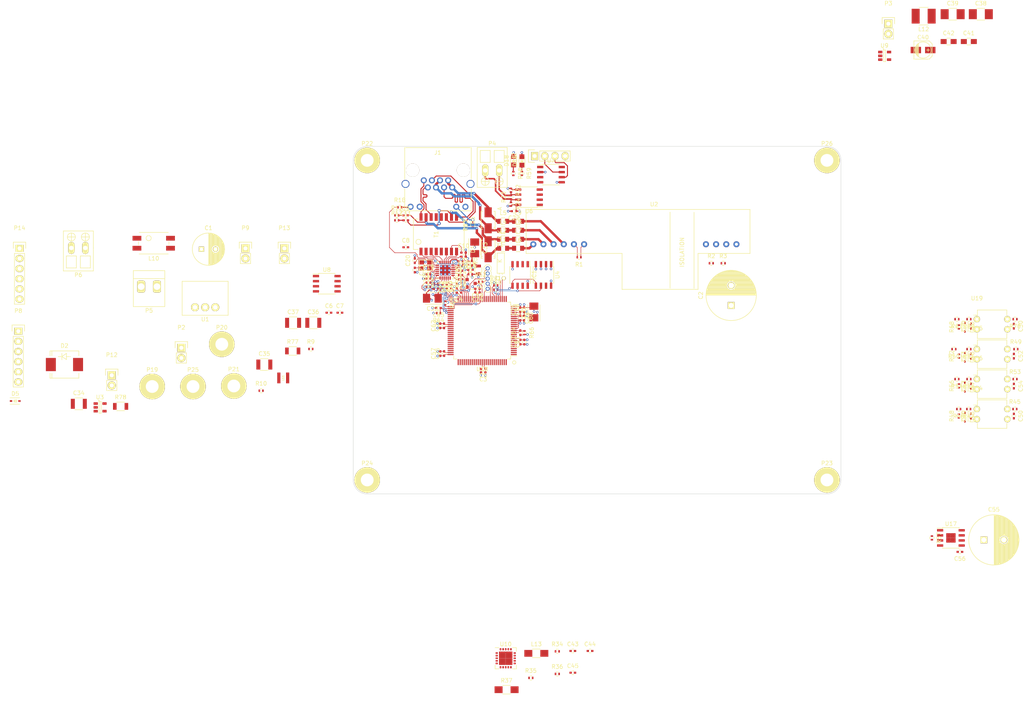
<source format=kicad_pcb>
(kicad_pcb (version 20171130) (host pcbnew no-vcs-found-2e79b93~61~ubuntu16.04.1)
  (layers (0 F.Cu signal) (1 In1.Cu power hide) (2 In2.Cu power hide) (31 B.Cu signal) (34 B.Paste user) (35 F.Paste user) (36 B.SilkS user) (37 F.SilkS user) (38 B.Mask user) (39 F.Mask user) (44 Edge.Cuts user))
  (net 0 "")
  (net 1 +12V)
  (net 2 +3V3)
  (net 3 +5V)
  (net 4 "Net-(C8-Pad1)")
  (net 5 /ethernet/VA1)
  (net 6 "Net-(C9-Pad1)")
  (net 7 "Net-(C10-Pad1)")
  (net 8 "Net-(C11-Pad1)")
  (net 9 /ethernet/VA2)
  (net 10 "Net-(C12-Pad2)")
  (net 11 "Net-(C14-Pad2)")
  (net 12 "Net-(C18-Pad1)")
  (net 13 "Net-(C19-Pad1)")
  (net 14 "Net-(C20-Pad1)")
  (net 15 "Net-(C21-Pad1)")
  (net 16 "Net-(C29-Pad2)")
  (net 17 /MCU/IO4)
  (net 18 "Net-(C35-Pad2)")
  (net 19 "Net-(C36-Pad1)")
  (net 20 Earth_Protective)
  (net 21 "Net-(C37-Pad2)")
  (net 22 /MBUS/MBus_V+)
  (net 23 /MBUS/MBus_Vout)
  (net 24 "Net-(C41-Pad1)")
  (net 25 "Net-(C49-Pad2)")
  (net 26 /MCU/IO1)
  (net 27 "Net-(C51-Pad2)")
  (net 28 /MCU/IO2)
  (net 29 "Net-(C53-Pad2)")
  (net 30 /MCU/IO3)
  (net 31 "Net-(C64-Pad2)")
  (net 32 /MCU/~MCU_RESET)
  (net 33 "Net-(D2-Pad1)")
  (net 34 "Net-(D5-Pad2)")
  (net 35 /ethernet/VB2)
  (net 36 /ethernet/VB1)
  (net 37 /MCU/ETH_PHY_RST)
  (net 38 "Net-(D18-Pad1)")
  (net 39 "Net-(D19-Pad1)")
  (net 40 /SDA)
  (net 41 /SCL)
  (net 42 /ethernet/ETH_LED)
  (net 43 /MCU/LINK_LED)
  (net 44 /ethernet/RX-)
  (net 45 /ethernet/TX-)
  (net 46 /ethernet/RX+)
  (net 47 /ethernet/TX+)
  (net 48 "Net-(J2-Pad2)")
  (net 49 "Net-(J2-Pad3)")
  (net 50 "Net-(L1-Pad2)")
  (net 51 "Net-(L2-Pad2)")
  (net 52 "Net-(L4-Pad2)")
  (net 53 "Net-(L5-Pad2)")
  (net 54 "Net-(L6-Pad2)")
  (net 55 "Net-(L7-Pad2)")
  (net 56 "Net-(L8-Pad2)")
  (net 57 "Net-(L9-Pad2)")
  (net 58 "Net-(D3-Pad2)")
  (net 59 /MCU/SWDCLK)
  (net 60 /MCU/SWDIO)
  (net 61 /RS-485/A)
  (net 62 /RS-485/B)
  (net 63 /MCU/UART1_RX)
  (net 64 /MCU/UART1_TX)
  (net 65 /MCU/UART1_CTS)
  (net 66 /MCU/UART1_RTS)
  (net 67 /MCU/3G_ON)
  (net 68 "Net-(R1-Pad1)")
  (net 69 "Net-(R1-Pad2)")
  (net 70 "Net-(R2-Pad1)")
  (net 71 "Net-(R15-Pad2)")
  (net 72 /MCU/RMII_RXER)
  (net 73 /MCU/RMII_RXD0)
  (net 74 "Net-(R16-Pad2)")
  (net 75 /MCU/RMII_RXD1)
  (net 76 "Net-(R17-Pad2)")
  (net 77 "Net-(R18-Pad1)")
  (net 78 /MCU/RMII_CRS_DV)
  (net 79 "Net-(R20-Pad1)")
  (net 80 "Net-(R21-Pad1)")
  (net 81 /MCU/RMII_RXCLK)
  (net 82 /MCU/RMII_TXEN)
  (net 83 "Net-(R25-Pad2)")
  (net 84 /MCU/RMII_TXD0)
  (net 85 "Net-(R26-Pad2)")
  (net 86 "Net-(R27-Pad2)")
  (net 87 /MCU/RMII_TXD1)
  (net 88 "Net-(R47-Pad1)")
  (net 89 "Net-(R51-Pad1)")
  (net 90 "Net-(R55-Pad1)")
  (net 91 "Net-(R57-Pad2)")
  (net 92 "Net-(R58-Pad2)")
  (net 93 "Net-(R59-Pad2)")
  (net 94 "Net-(R63-Pad1)")
  (net 95 "Net-(R65-Pad2)")
  (net 96 "Net-(R69-Pad1)")
  (net 97 /ethernet/TD_P)
  (net 98 /ethernet/TD_N)
  (net 99 /ethernet/RD_P)
  (net 100 /ethernet/RD_N)
  (net 101 /MCU/V_SUPPLY_ADC)
  (net 102 /MCU/RMII_MDIO)
  (net 103 /MCU/RMII_MDC)
  (net 104 /RS-485/DI)
  (net 105 /MCU/DENABLE)
  (net 106 /RS-485/RO)
  (net 107 /MCU/CAN_TX)
  (net 108 /MCU/CAN_RX)
  (net 109 /MCU/CAN_STBY)
  (net 110 "/DRV8871 DC Motor Driver/DC_IN2")
  (net 111 "/DRV8871 DC Motor Driver/DC_IN1")
  (net 112 "Net-(U18-Pad28)")
  (net 113 "Net-(U18-Pad29)")
  (net 114 "Net-(C44-Pad2)")
  (net 115 "Net-(C45-Pad1)")
  (net 116 "Net-(C45-Pad2)")
  (net 117 /MISO)
  (net 118 /MOSI)
  (net 119 /SCK)
  (net 120 /CS0)
  (net 121 /CS1)
  (net 122 /CS2)
  (net 123 "Net-(R37-Pad1)")
  (net 124 "Net-(R37-Pad2)")
  (net 125 GND)
  (net 126 "Net-(J3-Pad3)")
  (net 127 "Net-(J3-Pad2)")
  (net 128 "Net-(J5-Pad2)")
  (net 129 "Net-(U10-Pad17)")
  (net 130 "Net-(U10-Pad18)")
  (module Housings_DFN_QFN:QFN-24-1EP_4x4mm_Pitch0.5mm (layer F.Cu) (at 138 86 270)
    (fp_text reference U5 (at 0 -3.375 270) (layer F.SilkS))
    (fp_text value KSZ8081RNACA_QFN-24)
    (pad 1 smd rect (at -1.95 -1.25 270) (size 0.85 0.3) (layers F.Cu F.Paste F.Mask) (net 11 "Net-(C14-Pad2)"))
    (pad 2 smd rect (at -1.95 -0.75 270) (size 0.85 0.3) (layers F.Cu F.Paste F.Mask) (net 10 "Net-(C12-Pad2)"))
    (pad 3 smd rect (at -1.95 -0.25 270) (size 0.85 0.3) (layers F.Cu F.Paste F.Mask) (net 100 /ethernet/RD_N))
    (pad 4 smd rect (at -1.95 0.25 270) (size 0.85 0.3) (layers F.Cu F.Paste F.Mask) (net 99 /ethernet/RD_P))
    (pad 5 smd rect (at -1.95 0.75 270) (size 0.85 0.3) (layers F.Cu F.Paste F.Mask) (net 98 /ethernet/TD_N))
    (pad 6 smd rect (at -1.95 1.25 270) (size 0.85 0.3) (layers F.Cu F.Paste F.Mask) (net 97 /ethernet/TD_P))
    (pad 7 smd rect (at -1.25 1.95) (size 0.85 0.3) (layers F.Cu F.Paste F.Mask) (net 14 "Net-(C20-Pad1)"))
    (pad 8 smd rect (at -0.75 1.95) (size 0.85 0.3) (layers F.Cu F.Paste F.Mask) (net 15 "Net-(C21-Pad1)"))
    (pad 9 smd rect (at -0.25 1.95) (size 0.85 0.3) (layers F.Cu F.Paste F.Mask) (net 13 "Net-(C19-Pad1)"))
    (pad 10 smd rect (at 0.25 1.95) (size 0.85 0.3) (layers F.Cu F.Paste F.Mask) (net 102 /MCU/RMII_MDIO))
    (pad 11 smd rect (at 0.75 1.95) (size 0.85 0.3) (layers F.Cu F.Paste F.Mask) (net 103 /MCU/RMII_MDC))
    (pad 12 smd rect (at 1.25 1.95) (size 0.85 0.3) (layers F.Cu F.Paste F.Mask) (net 76 "Net-(R17-Pad2)"))
    (pad 13 smd rect (at 1.95 1.25 270) (size 0.85 0.3) (layers F.Cu F.Paste F.Mask) (net 74 "Net-(R16-Pad2)"))
    (pad 14 smd rect (at 1.95 0.75 270) (size 0.85 0.3) (layers F.Cu F.Paste F.Mask) (net 2 +3V3))
    (pad 15 smd rect (at 1.95 0.25 270) (size 0.85 0.3) (layers F.Cu F.Paste F.Mask) (net 79 "Net-(R20-Pad1)"))
    (pad 16 smd rect (at 1.95 -0.25 270) (size 0.85 0.3) (layers F.Cu F.Paste F.Mask) (net 80 "Net-(R21-Pad1)"))
    (pad 17 smd rect (at 1.95 -0.75 270) (size 0.85 0.3) (layers F.Cu F.Paste F.Mask) (net 71 "Net-(R15-Pad2)"))
    (pad 18 smd rect (at 1.95 -1.25 270) (size 0.85 0.3) (layers F.Cu F.Paste F.Mask))
    (pad 19 smd rect (at 1.25 -1.95) (size 0.85 0.3) (layers F.Cu F.Paste F.Mask) (net 83 "Net-(R25-Pad2)"))
    (pad 20 smd rect (at 0.75 -1.95) (size 0.85 0.3) (layers F.Cu F.Paste F.Mask) (net 85 "Net-(R26-Pad2)"))
    (pad 21 smd rect (at 0.25 -1.95) (size 0.85 0.3) (layers F.Cu F.Paste F.Mask) (net 86 "Net-(R27-Pad2)"))
    (pad 22 smd rect (at -0.25 -1.95) (size 0.85 0.3) (layers F.Cu F.Paste F.Mask) (net 125 GND))
    (pad 23 smd rect (at -0.75 -1.95) (size 0.85 0.3) (layers F.Cu F.Paste F.Mask) (net 77 "Net-(R18-Pad1)"))
    (pad 24 smd rect (at -1.25 -1.95) (size 0.85 0.3) (layers F.Cu F.Paste F.Mask) (net 12 "Net-(C18-Pad1)"))
    (pad 25 smd rect (at 0.65 0.65 270) (size 1.3 1.3) (layers F.Cu F.Paste F.Mask) (net 125 GND))
    (pad 25 smd rect (at 0.65 -0.65 270) (size 1.3 1.3) (layers F.Cu F.Paste F.Mask) (net 125 GND))
    (pad 25 smd rect (at -0.65 0.65 270) (size 1.3 1.3) (layers F.Cu F.Paste F.Mask) (net 125 GND))
    (pad 25 smd rect (at -0.65 -0.65 270) (size 1.3 1.3) (layers F.Cu F.Paste F.Mask) (net 125 GND))
  )
  (module Capacitors_ThroughHole:C_Radial_D8_L11.5_P3.5 (layer F.Cu) (at 77.045001 80.7275)
    (fp_text reference C1 (at 1.75 -5.3) (layer F.SilkS))
    (fp_text value 100u/50V)
    (pad 2 thru_hole circle (at 3.5 0) (size 1.3 1.3) (drill 0.8) (layers *.Cu *.Mask F.SilkS) (net 125 GND))
    (pad 1 thru_hole rect (at 0 0) (size 1.3 1.3) (drill 0.8) (layers *.Cu *.Mask F.SilkS) (net 1 +12V))
  )
  (module Capacitors_ThroughHole:C_Radial_D12.5_L25_P5 (layer F.Cu) (at 209.54 94.81 90)
    (fp_text reference C2 (at 2.5 -7.6 90) (layer F.SilkS))
    (fp_text value 1000uF/50V)
    (pad 1 thru_hole rect (at 0 0 90) (size 1.7 1.7) (drill 1.2) (layers *.Cu *.Mask F.SilkS) (net 1 +12V))
    (pad 2 thru_hole circle (at 5 0 90) (size 1.7 1.7) (drill 1.2) (layers *.Cu *.Mask F.SilkS) (net 125 GND))
  )
  (module Capacitors_SMD:C_0402 (layer F.Cu) (at 147.51 111.6 180)
    (fp_text reference C3 (at 0 -1.7 180) (layer F.SilkS))
    (fp_text value 100n)
    (pad 1 smd rect (at -0.55 0 180) (size 0.6 0.5) (layers F.Cu F.Paste F.Mask) (net 2 +3V3))
    (pad 2 smd rect (at 0.55 0 180) (size 0.6 0.5) (layers F.Cu F.Paste F.Mask) (net 125 GND))
  )
  (module Capacitors_SMD:C_0402 (layer F.Cu) (at 141.46 91.6 180)
    (fp_text reference C4 (at 0 -1.7 180) (layer F.SilkS))
    (fp_text value 1n)
    (pad 2 smd rect (at 0.55 0 180) (size 0.6 0.5) (layers F.Cu F.Paste F.Mask) (net 125 GND))
    (pad 1 smd rect (at -0.55 0 180) (size 0.6 0.5) (layers F.Cu F.Paste F.Mask) (net 2 +3V3))
  )
  (module Capacitors_SMD:C_0402 (layer F.Cu) (at 147.51 110.65 180)
    (fp_text reference C5 (at 0 -1.7 180) (layer F.SilkS))
    (fp_text value 1n)
    (pad 1 smd rect (at -0.55 0 180) (size 0.6 0.5) (layers F.Cu F.Paste F.Mask) (net 2 +3V3))
    (pad 2 smd rect (at 0.55 0 180) (size 0.6 0.5) (layers F.Cu F.Paste F.Mask) (net 125 GND))
  )
  (module Capacitors_SMD:C_0402 (layer F.Cu) (at 108.915001 96.6275)
    (fp_text reference C6 (at 0 -1.7) (layer F.SilkS))
    (fp_text value 1u)
    (pad 1 smd rect (at -0.55 0) (size 0.6 0.5) (layers F.Cu F.Paste F.Mask) (net 2 +3V3))
    (pad 2 smd rect (at 0.55 0) (size 0.6 0.5) (layers F.Cu F.Paste F.Mask) (net 125 GND))
  )
  (module Capacitors_SMD:C_0402 (layer F.Cu) (at 111.665001 96.6275)
    (fp_text reference C7 (at 0 -1.7) (layer F.SilkS))
    (fp_text value 1u)
    (pad 1 smd rect (at -0.55 0) (size 0.6 0.5) (layers F.Cu F.Paste F.Mask) (net 3 +5V))
    (pad 2 smd rect (at 0.55 0) (size 0.6 0.5) (layers F.Cu F.Paste F.Mask) (net 125 GND))
  )
  (module Capacitors_SMD:C_0402 (layer F.Cu) (at 128.15 80.25)
    (fp_text reference C8 (at 0 -1.7) (layer F.SilkS))
    (fp_text value 100n)
    (pad 2 smd rect (at 0.55 0) (size 0.6 0.5) (layers F.Cu F.Paste F.Mask) (net 125 GND))
    (pad 1 smd rect (at -0.55 0) (size 0.6 0.5) (layers F.Cu F.Paste F.Mask) (net 4 "Net-(C8-Pad1)"))
  )
  (module Capacitors_SMD:C_0402 (layer F.Cu) (at 128.1 72.25)
    (fp_text reference C9 (at 0 -1.7) (layer F.SilkS))
    (fp_text value 1n)
    (pad 2 smd rect (at 0.55 0) (size 0.6 0.5) (layers F.Cu F.Paste F.Mask) (net 5 /ethernet/VA1))
    (pad 1 smd rect (at -0.55 0) (size 0.6 0.5) (layers F.Cu F.Paste F.Mask) (net 6 "Net-(C9-Pad1)"))
  )
  (module Capacitors_SMD:C_0402 (layer F.Cu) (at 142.6 81.6)
    (fp_text reference C10 (at 0 -1.7) (layer F.SilkS))
    (fp_text value 100n)
    (pad 1 smd rect (at -0.55 0) (size 0.6 0.5) (layers F.Cu F.Paste F.Mask) (net 7 "Net-(C10-Pad1)"))
    (pad 2 smd rect (at 0.55 0) (size 0.6 0.5) (layers F.Cu F.Paste F.Mask) (net 125 GND))
  )
  (module Capacitors_SMD:C_0402 (layer F.Cu) (at 128.15 73.5)
    (fp_text reference C11 (at 0 -1.7) (layer F.SilkS))
    (fp_text value 1n)
    (pad 1 smd rect (at -0.55 0) (size 0.6 0.5) (layers F.Cu F.Paste F.Mask) (net 8 "Net-(C11-Pad1)"))
    (pad 2 smd rect (at 0.55 0) (size 0.6 0.5) (layers F.Cu F.Paste F.Mask) (net 9 /ethernet/VA2))
  )
  (module Capacitors_SMD:C_0402 (layer F.Cu) (at 142.6 82.6 180)
    (fp_text reference C12 (at 0 -1.7 180) (layer F.SilkS))
    (fp_text value 2u2)
    (pad 2 smd rect (at 0.55 0 180) (size 0.6 0.5) (layers F.Cu F.Paste F.Mask) (net 10 "Net-(C12-Pad2)"))
    (pad 1 smd rect (at -0.55 0 180) (size 0.6 0.5) (layers F.Cu F.Paste F.Mask) (net 125 GND))
  )
  (module Capacitors_SMD:C_0402 (layer F.Cu) (at 144.7 84.2 90)
    (fp_text reference C13 (at 0 -1.7 90) (layer F.SilkS))
    (fp_text value 100n)
    (pad 2 smd rect (at 0.55 0 90) (size 0.6 0.5) (layers F.Cu F.Paste F.Mask) (net 10 "Net-(C12-Pad2)"))
    (pad 1 smd rect (at -0.55 0 90) (size 0.6 0.5) (layers F.Cu F.Paste F.Mask) (net 125 GND))
  )
  (module Capacitors_SMD:C_0402 (layer F.Cu) (at 141.9 84.8 180)
    (fp_text reference C14 (at 0 -1.7 180) (layer F.SilkS))
    (fp_text value 100n)
    (pad 2 smd rect (at 0.55 0 180) (size 0.6 0.5) (layers F.Cu F.Paste F.Mask) (net 11 "Net-(C14-Pad2)"))
    (pad 1 smd rect (at -0.55 0 180) (size 0.6 0.5) (layers F.Cu F.Paste F.Mask) (net 125 GND))
  )
  (module Capacitors_SMD:C_0402 (layer F.Cu) (at 135.2 90.1 270)
    (fp_text reference C15 (at 0 -1.7 270) (layer F.SilkS))
    (fp_text value 2u2)
    (pad 1 smd rect (at -0.55 0 270) (size 0.6 0.5) (layers F.Cu F.Paste F.Mask) (net 2 +3V3))
    (pad 2 smd rect (at 0.55 0 270) (size 0.6 0.5) (layers F.Cu F.Paste F.Mask) (net 125 GND))
  )
  (module Capacitors_SMD:C_0402 (layer F.Cu) (at 136.2 90.1 270)
    (fp_text reference C16 (at 0 -1.7 270) (layer F.SilkS))
    (fp_text value 100n)
    (pad 2 smd rect (at 0.55 0 270) (size 0.6 0.5) (layers F.Cu F.Paste F.Mask) (net 125 GND))
    (pad 1 smd rect (at -0.55 0 270) (size 0.6 0.5) (layers F.Cu F.Paste F.Mask) (net 2 +3V3))
  )
  (module Capacitors_SMD:C_0402 (layer F.Cu) (at 141.9 83.8 180)
    (fp_text reference C17 (at 0 -1.7 180) (layer F.SilkS))
    (fp_text value 2u2)
    (pad 1 smd rect (at -0.55 0 180) (size 0.6 0.5) (layers F.Cu F.Paste F.Mask) (net 125 GND))
    (pad 2 smd rect (at 0.55 0 180) (size 0.6 0.5) (layers F.Cu F.Paste F.Mask) (net 11 "Net-(C14-Pad2)"))
  )
  (module Capacitors_SMD:C_0402 (layer F.Cu) (at 144.3 85.9)
    (fp_text reference C18 (at 0 -1.7) (layer F.SilkS))
    (fp_text value 2u2)
    (pad 2 smd rect (at 0.55 0) (size 0.6 0.5) (layers F.Cu F.Paste F.Mask) (net 125 GND))
    (pad 1 smd rect (at -0.55 0) (size 0.6 0.5) (layers F.Cu F.Paste F.Mask) (net 12 "Net-(C18-Pad1)"))
  )
  (module Capacitors_SMD:C_0402 (layer F.Cu) (at 133.8 88.1 180)
    (fp_text reference C19 (at 0 -1.7 180) (layer F.SilkS))
    (fp_text value 100p)
    (pad 2 smd rect (at 0.55 0 180) (size 0.6 0.5) (layers F.Cu F.Paste F.Mask) (net 125 GND))
    (pad 1 smd rect (at -0.55 0 180) (size 0.6 0.5) (layers F.Cu F.Paste F.Mask) (net 13 "Net-(C19-Pad1)"))
  )
  (module Capacitors_SMD:C_0402 (layer F.Cu) (at 130.4 83.6 90)
    (fp_text reference C20 (at 0 -1.7 90) (layer F.SilkS))
    (fp_text value 24p)
    (pad 2 smd rect (at 0.55 0 90) (size 0.6 0.5) (layers F.Cu F.Paste F.Mask) (net 125 GND))
    (pad 1 smd rect (at -0.55 0 90) (size 0.6 0.5) (layers F.Cu F.Paste F.Mask) (net 14 "Net-(C20-Pad1)"))
  )
  (module Capacitors_SMD:C_0402 (layer F.Cu) (at 130.4 85.95 270)
    (fp_text reference C21 (at 0 -1.7 270) (layer F.SilkS))
    (fp_text value 24p)
    (pad 1 smd rect (at -0.55 0 270) (size 0.6 0.5) (layers F.Cu F.Paste F.Mask) (net 15 "Net-(C21-Pad1)"))
    (pad 2 smd rect (at 0.55 0 270) (size 0.6 0.5) (layers F.Cu F.Paste F.Mask) (net 125 GND))
  )
  (module Capacitors_SMD:C_0402 (layer F.Cu) (at 155.21 71.22 180)
    (fp_text reference C22 (at 0 -1.7 180) (layer F.SilkS))
    (fp_text value 100n)
    (pad 1 smd rect (at -0.55 0 180) (size 0.6 0.5) (layers F.Cu F.Paste F.Mask) (net 2 +3V3))
    (pad 2 smd rect (at 0.55 0 180) (size 0.6 0.5) (layers F.Cu F.Paste F.Mask) (net 125 GND))
  )
  (module Capacitors_SMD:C_0402 (layer F.Cu) (at 137.73 99.91 90)
    (fp_text reference C23 (at 0 -1.7 90) (layer F.SilkS))
    (fp_text value 1n)
    (pad 2 smd rect (at 0.55 0 90) (size 0.6 0.5) (layers F.Cu F.Paste F.Mask) (net 125 GND))
    (pad 1 smd rect (at -0.55 0 90) (size 0.6 0.5) (layers F.Cu F.Paste F.Mask) (net 2 +3V3))
  )
  (module Capacitors_SMD:C_0402 (layer F.Cu) (at 146.08 91.57 180)
    (fp_text reference C24 (at 0 -1.7 180) (layer F.SilkS))
    (fp_text value 1n)
    (pad 1 smd rect (at -0.55 0 180) (size 0.6 0.5) (layers F.Cu F.Paste F.Mask) (net 2 +3V3))
    (pad 2 smd rect (at 0.55 0 180) (size 0.6 0.5) (layers F.Cu F.Paste F.Mask) (net 125 GND))
  )
  (module Capacitors_SMD:C_0402 (layer F.Cu) (at 137.75 106.85 90)
    (fp_text reference C25 (at 0 -1.7 90) (layer F.SilkS))
    (fp_text value 1n)
    (pad 2 smd rect (at 0.55 0 90) (size 0.6 0.5) (layers F.Cu F.Paste F.Mask) (net 125 GND))
    (pad 1 smd rect (at -0.55 0 90) (size 0.6 0.5) (layers F.Cu F.Paste F.Mask) (net 2 +3V3))
  )
  (module Capacitors_SMD:C_0402 (layer F.Cu) (at 156.79 95.89 90)
    (fp_text reference C26 (at 0 -1.7 90) (layer F.SilkS))
    (fp_text value 1n)
    (pad 2 smd rect (at 0.55 0 90) (size 0.6 0.5) (layers F.Cu F.Paste F.Mask) (net 125 GND))
    (pad 1 smd rect (at -0.55 0 90) (size 0.6 0.5) (layers F.Cu F.Paste F.Mask) (net 2 +3V3))
  )
  (module Capacitors_SMD:C_0402 (layer F.Cu) (at 156.82 103.98 90)
    (fp_text reference C27 (at 0 -1.7 90) (layer F.SilkS))
    (fp_text value 1n)
    (pad 1 smd rect (at -0.55 0 90) (size 0.6 0.5) (layers F.Cu F.Paste F.Mask) (net 2 +3V3))
    (pad 2 smd rect (at 0.55 0 90) (size 0.6 0.5) (layers F.Cu F.Paste F.Mask) (net 125 GND))
  )
  (module Capacitors_SMD:C_0402 (layer F.Cu) (at 156.78 97.97 270)
    (fp_text reference C28 (at 0 -1.7 270) (layer F.SilkS))
    (fp_text value 1n)
    (pad 1 smd rect (at -0.55 0 270) (size 0.6 0.5) (layers F.Cu F.Paste F.Mask) (net 2 +3V3))
    (pad 2 smd rect (at 0.55 0 270) (size 0.6 0.5) (layers F.Cu F.Paste F.Mask) (net 125 GND))
  )
  (module Capacitors_SMD:C_0402 (layer F.Cu) (at 269.5 100 90)
    (fp_text reference C29 (at 0 -1.7 90) (layer F.SilkS))
    (fp_text value 100n/50V)
    (pad 1 smd rect (at -0.55 0 90) (size 0.6 0.5) (layers F.Cu F.Paste F.Mask) (net 125 GND))
    (pad 2 smd rect (at 0.55 0 90) (size 0.6 0.5) (layers F.Cu F.Paste F.Mask) (net 16 "Net-(C29-Pad2)"))
  )
  (module Capacitors_SMD:C_0402 (layer F.Cu) (at 280.25 100 270)
    (fp_text reference C30 (at 0 -1.7 270) (layer F.SilkS))
    (fp_text value 1u/6V3)
    (pad 1 smd rect (at -0.55 0 270) (size 0.6 0.5) (layers F.Cu F.Paste F.Mask) (net 17 /MCU/IO4))
    (pad 2 smd rect (at 0.55 0 270) (size 0.6 0.5) (layers F.Cu F.Paste F.Mask) (net 125 GND))
  )
  (module Capacitors_Tantalum_SMD:TantalC_SizeB_EIA-3528_Reflow (layer F.Cu) (at 160.19 96.45 90)
    (fp_text reference C31 (at 0 -2.6 90) (layer F.SilkS))
    (fp_text value 100u)
    (pad 2 smd rect (at 1.46 0 90) (size 1.8 2.23) (layers F.Cu F.Paste F.Mask) (net 125 GND))
    (pad 1 smd rect (at -1.46 0 90) (size 1.8 2.23) (layers F.Cu F.Paste F.Mask) (net 2 +3V3))
  )
  (module Capacitors_Tantalum_SMD:TantalC_SizeB_EIA-3528_Reflow (layer F.Cu) (at 134.8 93 180)
    (fp_text reference C32 (at 0 -2.6 180) (layer F.SilkS))
    (fp_text value 100u)
    (pad 1 smd rect (at -1.46 0 180) (size 1.8 2.23) (layers F.Cu F.Paste F.Mask) (net 2 +3V3))
    (pad 2 smd rect (at 1.46 0 180) (size 1.8 2.23) (layers F.Cu F.Paste F.Mask) (net 125 GND))
  )
  (module Capacitors_Tantalum_SMD:TantalC_SizeB_EIA-3528_Reflow (layer F.Cu) (at 145.4 80.4 270)
    (fp_text reference C33 (at 0 -2.6 270) (layer F.SilkS))
    (fp_text value 100u)
    (pad 2 smd rect (at 1.46 0 270) (size 1.8 2.23) (layers F.Cu F.Paste F.Mask) (net 10 "Net-(C12-Pad2)"))
    (pad 1 smd rect (at -1.46 0 270) (size 1.8 2.23) (layers F.Cu F.Paste F.Mask) (net 125 GND))
  )
  (module Capacitors_SMD:C_1210 (layer F.Cu) (at 46.365001 119.4375)
    (fp_text reference C34 (at 0 -2.7) (layer F.SilkS))
    (fp_text value 10u)
    (pad 2 smd rect (at 1.5 0) (size 1 2.5) (layers F.Cu F.Paste F.Mask) (net 1 +12V))
    (pad 1 smd rect (at -1.5 0) (size 1 2.5) (layers F.Cu F.Paste F.Mask) (net 125 GND))
  )
  (module Capacitors_SMD:C_1210 (layer F.Cu) (at 92.765001 109.6075)
    (fp_text reference C35 (at 0 -2.7) (layer F.SilkS))
    (fp_text value 10u)
    (pad 2 smd rect (at 1.5 0) (size 1 2.5) (layers F.Cu F.Paste F.Mask) (net 18 "Net-(C35-Pad2)"))
    (pad 1 smd rect (at -1.5 0) (size 1 2.5) (layers F.Cu F.Paste F.Mask) (net 125 GND))
  )
  (module Capacitors_SMD:C_1210 (layer F.Cu) (at 105.015001 99.1575)
    (fp_text reference C36 (at 0 -2.7) (layer F.SilkS))
    (fp_text value 10u)
    (pad 1 smd rect (at -1.5 0) (size 1 2.5) (layers F.Cu F.Paste F.Mask) (net 19 "Net-(C36-Pad1)"))
    (pad 2 smd rect (at 1.5 0) (size 1 2.5) (layers F.Cu F.Paste F.Mask) (net 20 Earth_Protective))
  )
  (module Capacitors_SMD:C_1210 (layer F.Cu) (at 99.965001 99.1575)
    (fp_text reference C37 (at 0 -2.7) (layer F.SilkS))
    (fp_text value 10u)
    (pad 1 smd rect (at -1.5 0) (size 1 2.5) (layers F.Cu F.Paste F.Mask) (net 20 Earth_Protective))
    (pad 2 smd rect (at 1.5 0) (size 1 2.5) (layers F.Cu F.Paste F.Mask) (net 21 "Net-(C37-Pad2)"))
  )
  (module Capacitors_SMD:C_1210_HandSoldering (layer F.Cu) (at 271.985001 21.9075)
    (fp_text reference C38 (at 0 -2.7) (layer F.SilkS))
    (fp_text value 22u)
    (pad 1 smd rect (at -2 0) (size 2 2.5) (layers F.Cu F.Paste F.Mask) (net 22 /MBUS/MBus_V+))
    (pad 2 smd rect (at 2 0) (size 2 2.5) (layers F.Cu F.Paste F.Mask) (net 125 GND))
  )
  (module Capacitors_SMD:C_1210_HandSoldering (layer F.Cu) (at 264.935001 21.9075)
    (fp_text reference C39 (at 0 -2.7) (layer F.SilkS))
    (fp_text value 4u7)
    (pad 2 smd rect (at 2 0) (size 2 2.5) (layers F.Cu F.Paste F.Mask) (net 125 GND))
    (pad 1 smd rect (at -2 0) (size 2 2.5) (layers F.Cu F.Paste F.Mask) (net 23 /MBUS/MBus_Vout))
  )
  (module Capacitors_SMD:c_elec_4x5.3 (layer F.Cu) (at 257.535001 30.8825)
    (fp_text reference C40 (at 0 -3.175) (layer F.SilkS))
    (fp_text value 47u)
    (pad 1 smd rect (at 1.80086 0) (size 2.60096 1.6002) (layers F.Cu F.Paste F.Mask) (net 23 /MBUS/MBus_Vout))
    (pad 2 smd rect (at -1.80086 0) (size 2.60096 1.6002) (layers F.Cu F.Paste F.Mask) (net 125 GND))
  )
  (module Capacitors_SMD:C_0805_HandSoldering (layer F.Cu) (at 268.985001 28.7575)
    (fp_text reference C41 (at 0 -2.1) (layer F.SilkS))
    (fp_text value DNP)
    (pad 2 smd rect (at 1.25 0) (size 1.5 1.25) (layers F.Cu F.Paste F.Mask) (net 125 GND))
    (pad 1 smd rect (at -1.25 0) (size 1.5 1.25) (layers F.Cu F.Paste F.Mask) (net 24 "Net-(C41-Pad1)"))
  )
  (module Capacitors_SMD:C_0805_HandSoldering (layer F.Cu) (at 263.935001 28.7575)
    (fp_text reference C42 (at 0 -2.1) (layer F.SilkS))
    (fp_text value 470p)
    (pad 1 smd rect (at -1.25 0) (size 1.5 1.25) (layers F.Cu F.Paste F.Mask) (net 23 /MBUS/MBus_Vout))
    (pad 2 smd rect (at 1.25 0) (size 1.5 1.25) (layers F.Cu F.Paste F.Mask) (net 24 "Net-(C41-Pad1)"))
  )
  (module Capacitors_SMD:C_0402 (layer F.Cu) (at 269.5 122.5 90)
    (fp_text reference C49 (at 0 -1.7 90) (layer F.SilkS))
    (fp_text value 100n/50V)
    (pad 2 smd rect (at 0.55 0 90) (size 0.6 0.5) (layers F.Cu F.Paste F.Mask) (net 25 "Net-(C49-Pad2)"))
    (pad 1 smd rect (at -0.55 0 90) (size 0.6 0.5) (layers F.Cu F.Paste F.Mask) (net 125 GND))
  )
  (module Capacitors_SMD:C_0402 (layer F.Cu) (at 280.25 122.5 270)
    (fp_text reference C50 (at 0 -1.7 270) (layer F.SilkS))
    (fp_text value 1u/6V3)
    (pad 2 smd rect (at 0.55 0 270) (size 0.6 0.5) (layers F.Cu F.Paste F.Mask) (net 125 GND))
    (pad 1 smd rect (at -0.55 0 270) (size 0.6 0.5) (layers F.Cu F.Paste F.Mask) (net 26 /MCU/IO1))
  )
  (module Capacitors_SMD:C_0402 (layer F.Cu) (at 269.5 107.5 90)
    (fp_text reference C51 (at 0 -1.7 90) (layer F.SilkS))
    (fp_text value 100n/50V)
    (pad 1 smd rect (at -0.55 0 90) (size 0.6 0.5) (layers F.Cu F.Paste F.Mask) (net 125 GND))
    (pad 2 smd rect (at 0.55 0 90) (size 0.6 0.5) (layers F.Cu F.Paste F.Mask) (net 27 "Net-(C51-Pad2)"))
  )
  (module Capacitors_SMD:C_0402 (layer F.Cu) (at 280.25 107.5 270)
    (fp_text reference C52 (at 0 -1.7 270) (layer F.SilkS))
    (fp_text value 1u/6V3)
    (pad 2 smd rect (at 0.55 0 270) (size 0.6 0.5) (layers F.Cu F.Paste F.Mask) (net 125 GND))
    (pad 1 smd rect (at -0.55 0 270) (size 0.6 0.5) (layers F.Cu F.Paste F.Mask) (net 28 /MCU/IO2))
  )
  (module Capacitors_SMD:C_0402 (layer F.Cu) (at 269.5 115 90)
    (fp_text reference C53 (at 0 -1.7 90) (layer F.SilkS))
    (fp_text value 100n/50V)
    (pad 1 smd rect (at -0.55 0 90) (size 0.6 0.5) (layers F.Cu F.Paste F.Mask) (net 125 GND))
    (pad 2 smd rect (at 0.55 0 90) (size 0.6 0.5) (layers F.Cu F.Paste F.Mask) (net 29 "Net-(C53-Pad2)"))
  )
  (module Capacitors_SMD:C_0402 (layer F.Cu) (at 280.25 115 270)
    (fp_text reference C54 (at 0 -1.7 270) (layer F.SilkS))
    (fp_text value 1u/6V3)
    (pad 2 smd rect (at 0.55 0 270) (size 0.6 0.5) (layers F.Cu F.Paste F.Mask) (net 125 GND))
    (pad 1 smd rect (at -0.55 0 270) (size 0.6 0.5) (layers F.Cu F.Paste F.Mask) (net 30 /MCU/IO3))
  )
  (module Capacitors_ThroughHole:C_Radial_D12.5_L25_P5 (layer F.Cu) (at 272.75 153.5)
    (fp_text reference C55 (at 2.5 -7.6) (layer F.SilkS))
    (fp_text value 1000uF/50V)
    (pad 2 thru_hole circle (at 5 0) (size 1.7 1.7) (drill 1.2) (layers *.Cu *.Mask F.SilkS) (net 125 GND))
    (pad 1 thru_hole rect (at 0 0) (size 1.7 1.7) (drill 1.2) (layers *.Cu *.Mask F.SilkS) (net 1 +12V))
  )
  (module Capacitors_SMD:C_0402 (layer F.Cu) (at 266.75 156.5 180)
    (fp_text reference C56 (at 0 -1.7 180) (layer F.SilkS))
    (fp_text value 100n/50V)
    (pad 2 smd rect (at 0.55 0 180) (size 0.6 0.5) (layers F.Cu F.Paste F.Mask) (net 125 GND))
    (pad 1 smd rect (at -0.55 0 180) (size 0.6 0.5) (layers F.Cu F.Paste F.Mask) (net 1 +12V))
  )
  (module Capacitors_SMD:C_0402 (layer F.Cu) (at 136.78 106.87 90)
    (fp_text reference C57 (at 0 -1.7 90) (layer F.SilkS))
    (fp_text value 100n)
    (pad 2 smd rect (at 0.55 0 90) (size 0.6 0.5) (layers F.Cu F.Paste F.Mask) (net 125 GND))
    (pad 1 smd rect (at -0.55 0 90) (size 0.6 0.5) (layers F.Cu F.Paste F.Mask) (net 2 +3V3))
  )
  (module Capacitors_SMD:C_0402 (layer F.Cu) (at 157.75 95.89 90)
    (fp_text reference C58 (at 0 -1.7 90) (layer F.SilkS))
    (fp_text value 100n)
    (pad 1 smd rect (at -0.55 0 90) (size 0.6 0.5) (layers F.Cu F.Paste F.Mask) (net 2 +3V3))
    (pad 2 smd rect (at 0.55 0 90) (size 0.6 0.5) (layers F.Cu F.Paste F.Mask) (net 125 GND))
  )
  (module Capacitors_SMD:C_0402 (layer F.Cu) (at 146.08 90.63 180)
    (fp_text reference C59 (at 0 -1.7 180) (layer F.SilkS))
    (fp_text value 100n)
    (pad 2 smd rect (at 0.55 0 180) (size 0.6 0.5) (layers F.Cu F.Paste F.Mask) (net 125 GND))
    (pad 1 smd rect (at -0.55 0 180) (size 0.6 0.5) (layers F.Cu F.Paste F.Mask) (net 2 +3V3))
  )
  (module Capacitors_SMD:C_0402 (layer F.Cu) (at 157.74 97.99 270)
    (fp_text reference C60 (at 0 -1.7 270) (layer F.SilkS))
    (fp_text value 100n)
    (pad 2 smd rect (at 0.55 0 270) (size 0.6 0.5) (layers F.Cu F.Paste F.Mask) (net 125 GND))
    (pad 1 smd rect (at -0.55 0 270) (size 0.6 0.5) (layers F.Cu F.Paste F.Mask) (net 2 +3V3))
  )
  (module Capacitors_SMD:C_0402 (layer F.Cu) (at 157.8 103.99 90)
    (fp_text reference C61 (at 0 -1.7 90) (layer F.SilkS))
    (fp_text value 100n)
    (pad 1 smd rect (at -0.55 0 90) (size 0.6 0.5) (layers F.Cu F.Paste F.Mask) (net 2 +3V3))
    (pad 2 smd rect (at 0.55 0 90) (size 0.6 0.5) (layers F.Cu F.Paste F.Mask) (net 125 GND))
  )
  (module Capacitors_SMD:C_0402 (layer F.Cu) (at 136.77 99.91 90)
    (fp_text reference C62 (at 0 -1.7 90) (layer F.SilkS))
    (fp_text value 100n)
    (pad 2 smd rect (at 0.55 0 90) (size 0.6 0.5) (layers F.Cu F.Paste F.Mask) (net 125 GND))
    (pad 1 smd rect (at -0.55 0 90) (size 0.6 0.5) (layers F.Cu F.Paste F.Mask) (net 2 +3V3))
  )
  (module Capacitors_SMD:C_0402 (layer F.Cu) (at 140.89 89.97 90)
    (fp_text reference C63 (at 0 -1.7 90) (layer F.SilkS))
    (fp_text value 100n)
    (pad 1 smd rect (at -0.55 0 90) (size 0.6 0.5) (layers F.Cu F.Paste F.Mask) (net 2 +3V3))
    (pad 2 smd rect (at 0.55 0 90) (size 0.6 0.5) (layers F.Cu F.Paste F.Mask) (net 125 GND))
  )
  (module Capacitors_SMD:C_0402 (layer F.Cu) (at 156.8 101.64 90)
    (fp_text reference C64 (at 0 -1.7 90) (layer F.SilkS))
    (fp_text value 2u2)
    (pad 1 smd rect (at -0.55 0 90) (size 0.6 0.5) (layers F.Cu F.Paste F.Mask) (net 125 GND))
    (pad 2 smd rect (at 0.55 0 90) (size 0.6 0.5) (layers F.Cu F.Paste F.Mask) (net 31 "Net-(C64-Pad2)"))
  )
  (module Capacitors_SMD:C_0402 (layer F.Cu) (at 136.35 95.45 180)
    (fp_text reference C65 (at 0 -1.7 180) (layer F.SilkS))
    (fp_text value 100n)
    (pad 1 smd rect (at -0.55 0 180) (size 0.6 0.5) (layers F.Cu F.Paste F.Mask) (net 32 /MCU/~MCU_RESET))
    (pad 2 smd rect (at 0.55 0 180) (size 0.6 0.5) (layers F.Cu F.Paste F.Mask) (net 125 GND))
  )
  (module Diodes_SMD:Diode-SMA_Standard (layer F.Cu) (at 148.75 80.75 90)
    (fp_text reference D1 (at 0 -3.81 90) (layer F.SilkS))
    (fp_text value D_TVS)
    (fp_text user K (at -2.9 2.95 90) (layer F.SilkS))
    (fp_text user A (at 2.9 2.9 90) (layer F.SilkS))
    (pad 1 smd rect (at -1.99898 0 90) (size 2.49936 1.80086) (layers F.Cu F.Paste F.Mask) (net 5 /ethernet/VA1))
    (pad 2 smd rect (at 1.99898 0 90) (size 2.49936 1.80086) (layers F.Cu F.Paste F.Mask) (net 9 /ethernet/VA2))
  )
  (module Diodes_SMD:SMC_Standard (layer F.Cu) (at 42.772619 109.6075)
    (fp_text reference D2 (at 0 -4.7) (layer F.SilkS))
    (fp_text value D_Schottky_Small)
    (pad 1 smd rect (at -3.40106 0 90) (size 3.29946 2.49936) (layers F.Cu F.Paste F.Mask) (net 33 "Net-(D2-Pad1)"))
    (pad 2 smd rect (at 3.40106 0 90) (size 3.29946 2.49936) (layers F.Cu F.Paste F.Mask) (net 1 +12V))
  )
  (module Diodes_SMD:SOD-323 (layer F.Cu) (at 30.460714 118.7375)
    (fp_text reference D5 (at 0 -1.85) (layer F.SilkS))
    (fp_text value "Low I(rev)")
    (pad 1 smd rect (at -1.055 0) (size 0.59 0.45) (layers F.Cu F.Paste F.Mask) (net 2 +3V3))
    (pad 2 smd rect (at 1.055 0) (size 0.59 0.45) (layers F.Cu F.Paste F.Mask) (net 34 "Net-(D5-Pad2)"))
  )
  (module Diodes_SMD:Diode-SMA_Standard (layer F.Cu) (at 148.75 73.5 90)
    (fp_text reference D6 (at 0 -3.81 90) (layer F.SilkS))
    (fp_text value D_TVS)
    (fp_text user A (at 2.9 2.9 90) (layer F.SilkS))
    (fp_text user K (at -2.9 2.95 90) (layer F.SilkS))
    (pad 2 smd rect (at 1.99898 0 90) (size 2.49936 1.80086) (layers F.Cu F.Paste F.Mask) (net 35 /ethernet/VB2))
    (pad 1 smd rect (at -1.99898 0 90) (size 2.49936 1.80086) (layers F.Cu F.Paste F.Mask) (net 36 /ethernet/VB1))
  )
  (module TO_SOT_Packages_SMD:SOT-23 (layer F.Cu) (at 144.5 89.3 270)
    (fp_text reference D11 (at 0 -2.25 270) (layer F.SilkS))
    (fp_text value D_Schottky_x2_ACom_AKK)
    (pad 1 smd rect (at -0.95 1.00076 270) (size 0.8001 0.8001) (layers F.Cu F.Paste F.Mask) (net 12 "Net-(C18-Pad1)"))
    (pad 2 smd rect (at 0.95 1.00076 270) (size 0.8001 0.8001) (layers F.Cu F.Paste F.Mask) (net 2 +3V3))
    (pad 3 smd rect (at 0 -0.99822 270) (size 0.8001 0.8001) (layers F.Cu F.Paste F.Mask) (net 37 /MCU/ETH_PHY_RST))
  )
  (module Diodes_SMD:SOD-323 (layer F.Cu) (at 268 122.75 270)
    (fp_text reference D15 (at 0 -1.85 270) (layer F.SilkS))
    (fp_text value ZENERsmall)
    (pad 2 smd rect (at 1.055 0 270) (size 0.59 0.45) (layers F.Cu F.Paste F.Mask) (net 125 GND))
    (pad 1 smd rect (at -1.055 0 270) (size 0.59 0.45) (layers F.Cu F.Paste F.Mask) (net 25 "Net-(C49-Pad2)"))
  )
  (module Diodes_SMD:SOD-323 (layer F.Cu) (at 268 107.75 270)
    (fp_text reference D16 (at 0 -1.85 270) (layer F.SilkS))
    (fp_text value ZENERsmall)
    (pad 2 smd rect (at 1.055 0 270) (size 0.59 0.45) (layers F.Cu F.Paste F.Mask) (net 125 GND))
    (pad 1 smd rect (at -1.055 0 270) (size 0.59 0.45) (layers F.Cu F.Paste F.Mask) (net 27 "Net-(C51-Pad2)"))
  )
  (module Diodes_SMD:SOD-323 (layer F.Cu) (at 268 115.25 270)
    (fp_text reference D17 (at 0 -1.85 270) (layer F.SilkS))
    (fp_text value ZENERsmall)
    (pad 1 smd rect (at -1.055 0 270) (size 0.59 0.45) (layers F.Cu F.Paste F.Mask) (net 29 "Net-(C53-Pad2)"))
    (pad 2 smd rect (at 1.055 0 270) (size 0.59 0.45) (layers F.Cu F.Paste F.Mask) (net 125 GND))
  )
  (module LEDs:LED_0805 (layer F.Cu) (at 155.12 58.6 90)
    (fp_text reference D18 (at 0 -1.75 90) (layer F.SilkS))
    (fp_text value Led_Small)
    (pad 2 smd rect (at 1.04902 0 270) (size 1.19888 1.19888) (layers F.Cu F.Paste F.Mask) (net 2 +3V3))
    (pad 1 smd rect (at -1.04902 0 270) (size 1.19888 1.19888) (layers F.Cu F.Paste F.Mask) (net 38 "Net-(D18-Pad1)"))
  )
  (module LEDs:LED_0805 (layer F.Cu) (at 157.2 58.63 90)
    (fp_text reference D19 (at 0 -1.75 90) (layer F.SilkS))
    (fp_text value Led_Small)
    (pad 1 smd rect (at -1.04902 0 270) (size 1.19888 1.19888) (layers F.Cu F.Paste F.Mask) (net 39 "Net-(D19-Pad1)"))
    (pad 2 smd rect (at 1.04902 0 270) (size 1.19888 1.19888) (layers F.Cu F.Paste F.Mask) (net 2 +3V3))
  )
  (module Diodes_SMD:SOD-323 (layer F.Cu) (at 268 100.25 270)
    (fp_text reference D20 (at 0 -1.85 270) (layer F.SilkS))
    (fp_text value ZENERsmall)
    (pad 1 smd rect (at -1.055 0 270) (size 0.59 0.45) (layers F.Cu F.Paste F.Mask) (net 16 "Net-(C29-Pad2)"))
    (pad 2 smd rect (at 1.055 0 270) (size 0.59 0.45) (layers F.Cu F.Paste F.Mask) (net 125 GND))
  )
  (module Housings_SOIC:SOIC-8_3.9x4.9mm_Pitch1.27mm (layer F.Cu) (at 156.75 87.19 270)
    (fp_text reference IC1 (at 0 -3.5 270) (layer F.SilkS))
    (fp_text value FM24C64B)
    (pad 1 smd rect (at -2.7 -1.905 270) (size 1.55 0.6) (layers F.Cu F.Paste F.Mask))
    (pad 2 smd rect (at -2.7 -0.635 270) (size 1.55 0.6) (layers F.Cu F.Paste F.Mask))
    (pad 3 smd rect (at -2.7 0.635 270) (size 1.55 0.6) (layers F.Cu F.Paste F.Mask))
    (pad 4 smd rect (at -2.7 1.905 270) (size 1.55 0.6) (layers F.Cu F.Paste F.Mask) (net 125 GND))
    (pad 5 smd rect (at 2.7 1.905 270) (size 1.55 0.6) (layers F.Cu F.Paste F.Mask) (net 40 /SDA))
    (pad 6 smd rect (at 2.7 0.635 270) (size 1.55 0.6) (layers F.Cu F.Paste F.Mask) (net 41 /SCL))
    (pad 7 smd rect (at 2.7 -0.635 270) (size 1.55 0.6) (layers F.Cu F.Paste F.Mask))
    (pad 8 smd rect (at 2.7 -1.905 270) (size 1.55 0.6) (layers F.Cu F.Paste F.Mask) (net 2 +3V3))
  )
  (module wazombi:RJHSE538X (layer F.Cu) (at 132.65 63.5)
    (fp_text reference J1 (at 3.4925 -6.9215) (layer F.SilkS))
    (fp_text value RJ45_LEDS_SHIELD)
    (pad 13 thru_hole circle (at 11.684 0.889) (size 2 2) (drill 1.57) (layers *.Cu *.Mask) (net 20 Earth_Protective))
    (pad 9 thru_hole circle (at -3.302 6.604) (size 1.50114 1.50114) (drill 0.889) (layers *.Cu *.Mask) (net 42 /ethernet/ETH_LED))
    (pad 10 thru_hole circle (at -1.016 6.604) (size 1.50114 1.50114) (drill 0.889) (layers *.Cu *.Mask) (net 2 +3V3))
    (pad 11 thru_hole circle (at 8.128 6.604) (size 1.50114 1.50114) (drill 0.889) (layers *.Cu *.Mask) (net 43 /MCU/LINK_LED))
    (pad 12 thru_hole circle (at 10.414 6.604) (size 1.50114 1.50114) (drill 0.889) (layers *.Cu *.Mask) (net 2 +3V3))
    (pad 8 thru_hole circle (at 7.112 1.778) (size 1.50114 1.50114) (drill 0.889) (layers *.Cu *.Mask) (net 35 /ethernet/VB2))
    (pad 6 thru_hole circle (at 5.08 1.778) (size 1.50114 1.50114) (drill 0.889) (layers *.Cu *.Mask) (net 44 /ethernet/RX-))
    (pad 4 thru_hole circle (at 3.048 1.778) (size 1.50114 1.50114) (drill 0.889) (layers *.Cu *.Mask) (net 36 /ethernet/VB1))
    (pad 2 thru_hole circle (at 1.016 1.778) (size 1.50114 1.50114) (drill 0.889) (layers *.Cu *.Mask) (net 45 /ethernet/TX-))
    (pad 5 thru_hole circle (at 4.064 0) (size 1.50114 1.50114) (drill 0.889) (layers *.Cu *.Mask) (net 36 /ethernet/VB1))
    (pad 3 thru_hole circle (at 2.032 0) (size 1.50114 1.50114) (drill 0.889) (layers *.Cu *.Mask) (net 46 /ethernet/RX+))
    (pad 7 thru_hole circle (at 6.096 0) (size 1.50114 1.50114) (drill 0.889) (layers *.Cu *.Mask) (net 35 /ethernet/VB2))
    (pad 1 thru_hole circle (at 0 0) (size 1.50114 1.50114) (drill 0.889) (layers *.Cu *.Mask) (net 47 /ethernet/TX+))
    (pad "" thru_hole circle (at -2.794 -2.54) (size 3.3 3.3) (drill 3.3) (layers *.Cu *.Mask F.SilkS) (clearance 0.2))
    (pad "" thru_hole circle (at 9.906 -2.54) (size 3.3 3.3) (drill 3.3) (layers *.Cu *.Mask F.SilkS) (clearance 0.2))
    (pad 13 thru_hole circle (at -4.572 0.889) (size 2 2) (drill 1.57) (layers *.Cu *.Mask) (net 20 Earth_Protective))
  )
  (module Pin_Headers:Pin_Header_Straight_1x04 (layer F.Cu) (at 160.38 57.42 90)
    (fp_text reference J2 (at 0 -5.1 90) (layer F.SilkS))
    (fp_text value "CAN HEADER")
    (pad 1 thru_hole rect (at 0 0 90) (size 2.032 1.7272) (drill 1.016) (layers *.Cu *.Mask F.SilkS) (net 125 GND))
    (pad 2 thru_hole oval (at 0 2.54 90) (size 2.032 1.7272) (drill 1.016) (layers *.Cu *.Mask F.SilkS) (net 48 "Net-(J2-Pad2)"))
    (pad 3 thru_hole oval (at 0 5.08 90) (size 2.032 1.7272) (drill 1.016) (layers *.Cu *.Mask F.SilkS) (net 49 "Net-(J2-Pad3)"))
    (pad 4 thru_hole oval (at 0 7.62 90) (size 2.032 1.7272) (drill 1.016) (layers *.Cu *.Mask F.SilkS) (net 1 +12V))
  )
  (module Capacitors_SMD:C_0805 (layer F.Cu) (at 152.5 80.5)
    (fp_text reference L1 (at 0 -2.1) (layer F.SilkS))
    (fp_text value L_Small)
    (pad 2 smd rect (at 1 0) (size 1 1.25) (layers F.Cu F.Paste F.Mask) (net 50 "Net-(L1-Pad2)"))
    (pad 1 smd rect (at -1 0) (size 1 1.25) (layers F.Cu F.Paste F.Mask) (net 5 /ethernet/VA1))
  )
  (module Capacitors_SMD:C_0805 (layer F.Cu) (at 152.5 78.25)
    (fp_text reference L2 (at 0 -2.1) (layer F.SilkS))
    (fp_text value L_Small)
    (pad 1 smd rect (at -1 0) (size 1 1.25) (layers F.Cu F.Paste F.Mask) (net 9 /ethernet/VA2))
    (pad 2 smd rect (at 1 0) (size 1 1.25) (layers F.Cu F.Paste F.Mask) (net 51 "Net-(L2-Pad2)"))
  )
  (module Resistors_SMD:R_0805 (layer F.Cu) (at 146.3 85.9 90)
    (fp_text reference L3 (at 0 -2.1 90) (layer F.SilkS))
    (fp_text value 10uH)
    (pad 1 smd rect (at -0.95 0 90) (size 0.7 1.3) (layers F.Cu F.Paste F.Mask) (net 2 +3V3))
    (pad 2 smd rect (at 0.95 0 90) (size 0.7 1.3) (layers F.Cu F.Paste F.Mask) (net 10 "Net-(C12-Pad2)"))
  )
  (module Capacitors_SMD:C_0805 (layer F.Cu) (at 152.5 76)
    (fp_text reference L4 (at 0 -2.1) (layer F.SilkS))
    (fp_text value L_Small)
    (pad 2 smd rect (at 1 0) (size 1 1.25) (layers F.Cu F.Paste F.Mask) (net 52 "Net-(L4-Pad2)"))
    (pad 1 smd rect (at -1 0) (size 1 1.25) (layers F.Cu F.Paste F.Mask) (net 36 /ethernet/VB1))
  )
  (module Capacitors_SMD:C_0805 (layer F.Cu) (at 152.5 73.75)
    (fp_text reference L5 (at 0 -2.1) (layer F.SilkS))
    (fp_text value L_Small)
    (pad 1 smd rect (at -1 0) (size 1 1.25) (layers F.Cu F.Paste F.Mask) (net 35 /ethernet/VB2))
    (pad 2 smd rect (at 1 0) (size 1 1.25) (layers F.Cu F.Paste F.Mask) (net 53 "Net-(L5-Pad2)"))
  )
  (module Capacitors_SMD:C_0805 (layer F.Cu) (at 156.25 80.5)
    (fp_text reference L6 (at 0 -2.1) (layer F.SilkS))
    (fp_text value L_Small)
    (pad 1 smd rect (at -1 0) (size 1 1.25) (layers F.Cu F.Paste F.Mask) (net 50 "Net-(L1-Pad2)"))
    (pad 2 smd rect (at 1 0) (size 1 1.25) (layers F.Cu F.Paste F.Mask) (net 54 "Net-(L6-Pad2)"))
  )
  (module Capacitors_SMD:C_0805 (layer F.Cu) (at 156.25 78.25)
    (fp_text reference L7 (at 0 -2.1) (layer F.SilkS))
    (fp_text value L_Small)
    (pad 2 smd rect (at 1 0) (size 1 1.25) (layers F.Cu F.Paste F.Mask) (net 55 "Net-(L7-Pad2)"))
    (pad 1 smd rect (at -1 0) (size 1 1.25) (layers F.Cu F.Paste F.Mask) (net 51 "Net-(L2-Pad2)"))
  )
  (module Capacitors_SMD:C_0805 (layer F.Cu) (at 156.25 76)
    (fp_text reference L8 (at 0 -2.1) (layer F.SilkS))
    (fp_text value L_Small)
    (pad 1 smd rect (at -1 0) (size 1 1.25) (layers F.Cu F.Paste F.Mask) (net 52 "Net-(L4-Pad2)"))
    (pad 2 smd rect (at 1 0) (size 1 1.25) (layers F.Cu F.Paste F.Mask) (net 56 "Net-(L8-Pad2)"))
  )
  (module Capacitors_SMD:C_0805 (layer F.Cu) (at 156.25 73.75)
    (fp_text reference L9 (at 0 -2.1) (layer F.SilkS))
    (fp_text value L_Small)
    (pad 2 smd rect (at 1 0) (size 1 1.25) (layers F.Cu F.Paste F.Mask) (net 57 "Net-(L9-Pad2)"))
    (pad 1 smd rect (at -1 0) (size 1 1.25) (layers F.Cu F.Paste F.Mask) (net 53 "Net-(L5-Pad2)"))
  )
  (module wazombi:DR331 (layer F.Cu) (at 65.099762 79.2375)
    (fp_text reference L10 (at 0 3.81) (layer F.SilkS))
    (fp_text value COMMON-MODE-FILTER)
    (pad 1 smd rect (at -4.2 -1.25) (size 2.2 1.2) (layers F.Cu F.Paste F.Mask))
    (pad 2 smd rect (at -4.2 1.25) (size 2.2 1.2) (layers F.Cu F.Paste F.Mask))
    (pad 3 smd rect (at 4.2 1.25) (size 2.2 1.2) (layers F.Cu F.Paste F.Mask) (net 1 +12V))
    (pad 4 smd rect (at 4.2 -1.25) (size 2.2 1.2) (layers F.Cu F.Paste F.Mask) (net 125 GND))
  )
  (module wazombi:ASPI-0315FS (layer F.Cu) (at 97.493571 112.9575)
    (fp_text reference L11 (at 0 0 90) (layer F.SilkS) (effects (font (size 0.5 0.5) (thickness 0.125))))
    (fp_text value 33uH)
    (pad 1 smd rect (at -1.1 0) (size 0.8 2.7) (layers F.Cu F.Paste F.Mask) (net 1 +12V))
    (pad 2 smd rect (at 1.1 0) (size 0.8 2.7) (layers F.Cu F.Paste F.Mask) (net 18 "Net-(C35-Pad2)"))
  )
  (module Inductors:NR4018_HandSoldering (layer F.Cu) (at 257.685001 22.4075)
    (fp_text reference L12 (at 0 3.25) (layer F.SilkS))
    (fp_text value L_Small)
    (pad 1 smd rect (at -2 0) (size 2 3.7) (layers F.Cu F.Paste F.Mask) (net 22 /MBUS/MBus_V+))
    (pad 2 smd rect (at 2 0) (size 2 3.7) (layers F.Cu F.Paste F.Mask) (net 58 "Net-(D3-Pad2)"))
  )
  (module wazombi:1X05-1.27MM (layer F.Cu) (at 148.63 90.63 90)
    (fp_text reference P1 hide)
    (fp_text value "SWD HEADER" hide)
    (pad 4 thru_hole oval (at 3.81 0 90) (size 0.99822 0.99822) (drill 0.59944) (layers *.Cu *.Mask) (net 125 GND))
    (pad 3 thru_hole oval (at 2.54 0 90) (size 0.99822 0.99822) (drill 0.59944) (layers *.Cu *.Mask) (net 2 +3V3))
    (pad 2 thru_hole oval (at 1.27 0 90) (size 0.99822 0.99822) (drill 0.59944) (layers *.Cu *.Mask) (net 59 /MCU/SWDCLK))
    (pad 1 thru_hole oval (at 0 0 90) (size 0.99822 0.99822) (drill 0.59944) (layers *.Cu *.Mask) (net 60 /MCU/SWDIO))
    (pad 5 thru_hole oval (at 5.08 0 90) (size 0.99822 0.99822) (drill 0.59944) (layers *.Cu *.Mask) (net 32 /MCU/~MCU_RESET))
  )
  (module Pin_Headers:Pin_Header_Straight_1x02 (layer F.Cu) (at 72.013095 105.4275)
    (fp_text reference P2 (at 0 -5.1) (layer F.SilkS))
    (fp_text value "DBG HEADER")
    (pad 2 thru_hole oval (at 0 2.54) (size 2.032 2.032) (drill 1.016) (layers *.Cu *.Mask F.SilkS) (net 125 GND))
    (pad 1 thru_hole rect (at 0 0) (size 2.032 2.032) (drill 1.016) (layers *.Cu *.Mask F.SilkS) (net 3 +5V))
  )
  (module Pin_Headers:Pin_Header_Straight_1x02 (layer F.Cu) (at 248.858333 24.3075)
    (fp_text reference P3 (at 0 -5.1) (layer F.SilkS))
    (fp_text value CONN_01X02)
    (pad 1 thru_hole rect (at 0 0) (size 2.032 2.032) (drill 1.016) (layers *.Cu *.Mask F.SilkS))
    (pad 2 thru_hole oval (at 0 2.54) (size 2.032 2.032) (drill 1.016) (layers *.Cu *.Mask F.SilkS) (net 23 /MBUS/MBus_Vout))
  )
  (module wazombi:Phoenix_SMKDS_2pin (layer F.Cu) (at 149.77 61.02 180)
    (fp_text reference P4 (at 0 6.75 180) (layer F.SilkS))
    (fp_text value RS-485)
    (pad 1 thru_hole oval (at -1.75 0 180) (size 1.6 3) (drill 1.1) (layers *.Cu *.Mask F.SilkS) (net 61 /RS-485/A))
    (pad 2 thru_hole oval (at 1.75 0 180) (size 1.6 3) (drill 1.1) (layers *.Cu *.Mask F.SilkS) (net 62 /RS-485/B))
  )
  (module wazombi:JST_VH_3.96mm_2pin (layer F.Cu) (at 63.933095 90.0975)
    (fp_text reference P5 (at 0 6) (layer F.SilkS))
    (fp_text value "EXT SUPPLY OUTPUT")
    (pad 1 thru_hole roundrect (at -1.98 0) (size 2 3) (drill 1.65) (layers *.Cu *.Mask F.SilkS) (net 19 "Net-(C36-Pad1)"))
    (pad 2 thru_hole roundrect (at 1.98 0) (size 2 3) (drill 1.65) (layers *.Cu *.Mask F.SilkS) (net 21 "Net-(C37-Pad2)"))
  )
  (module wazombi:Phoenix_SMKDS_2pin (layer F.Cu) (at 46.249762 80.4275)
    (fp_text reference P6 (at 0 6.75) (layer F.SilkS))
    (fp_text value "RESERVE POWER OUTPUT")
    (pad 2 thru_hole oval (at 1.75 0) (size 1.6 3) (drill 1.1) (layers *.Cu *.Mask F.SilkS) (net 125 GND))
    (pad 1 thru_hole oval (at -1.75 0) (size 1.6 3) (drill 1.1) (layers *.Cu *.Mask F.SilkS) (net 33 "Net-(D2-Pad1)"))
  )
  (module Pin_Headers:Pin_Header_Straight_1x06 (layer F.Cu) (at 31.227381 101.2575)
    (fp_text reference P8 (at 0 -5.1) (layer F.SilkS))
    (fp_text value "SPI HEADER")
    (pad 1 thru_hole rect (at 0 0) (size 2.032 1.7272) (drill 1.016) (layers *.Cu *.Mask F.SilkS) (net 117 /MISO))
    (pad 2 thru_hole oval (at 0 2.54) (size 2.032 1.7272) (drill 1.016) (layers *.Cu *.Mask F.SilkS) (net 118 /MOSI))
    (pad 3 thru_hole oval (at 0 5.08) (size 2.032 1.7272) (drill 1.016) (layers *.Cu *.Mask F.SilkS) (net 119 /SCK))
    (pad 4 thru_hole oval (at 0 7.62) (size 2.032 1.7272) (drill 1.016) (layers *.Cu *.Mask F.SilkS) (net 120 /CS0))
    (pad 5 thru_hole oval (at 0 10.16) (size 2.032 1.7272) (drill 1.016) (layers *.Cu *.Mask F.SilkS) (net 121 /CS1))
    (pad 6 thru_hole oval (at 0 12.7) (size 2.032 1.7272) (drill 1.016) (layers *.Cu *.Mask F.SilkS) (net 122 /CS2))
  )
  (module Pin_Headers:Pin_Header_Straight_1x02 (layer F.Cu) (at 88.047381 80.5275)
    (fp_text reference P9 (at 0 -5.1) (layer F.SilkS))
    (fp_text value "I2C HEADER")
    (pad 1 thru_hole rect (at 0 0) (size 2.032 2.032) (drill 1.016) (layers *.Cu *.Mask F.SilkS) (net 40 /SDA))
    (pad 2 thru_hole oval (at 0 2.54) (size 2.032 2.032) (drill 1.016) (layers *.Cu *.Mask F.SilkS) (net 41 /SCL))
  )
  (module Pin_Headers:Pin_Header_Straight_1x02 (layer F.Cu) (at 54.603095 112.2975)
    (fp_text reference P12 (at 0 -5.1) (layer F.SilkS))
    (fp_text value "DBG HEADER")
    (pad 2 thru_hole oval (at 0 2.54) (size 2.032 2.032) (drill 1.016) (layers *.Cu *.Mask F.SilkS) (net 125 GND))
    (pad 1 thru_hole rect (at 0 0) (size 2.032 2.032) (drill 1.016) (layers *.Cu *.Mask F.SilkS) (net 2 +3V3))
  )
  (module Pin_Headers:Pin_Header_Straight_1x02 (layer F.Cu) (at 97.783095 80.5275)
    (fp_text reference P13 (at 0 -5.1) (layer F.SilkS))
    (fp_text value "DBG HEADER")
    (pad 1 thru_hole rect (at 0 0) (size 2.032 2.032) (drill 1.016) (layers *.Cu *.Mask F.SilkS) (net 1 +12V))
    (pad 2 thru_hole oval (at 0 2.54) (size 2.032 2.032) (drill 1.016) (layers *.Cu *.Mask F.SilkS) (net 125 GND))
  )
  (module Pin_Headers:Pin_Header_Straight_1x06 (layer F.Cu) (at 31.536905 80.5275)
    (fp_text reference P14 (at 0 -5.1) (layer F.SilkS))
    (fp_text value "Debug serial")
    (pad 6 thru_hole oval (at 0 12.7) (size 2.032 1.7272) (drill 1.016) (layers *.Cu *.Mask F.SilkS) (net 63 /MCU/UART1_RX))
    (pad 5 thru_hole oval (at 0 10.16) (size 2.032 1.7272) (drill 1.016) (layers *.Cu *.Mask F.SilkS) (net 64 /MCU/UART1_TX))
    (pad 4 thru_hole oval (at 0 7.62) (size 2.032 1.7272) (drill 1.016) (layers *.Cu *.Mask F.SilkS) (net 65 /MCU/UART1_CTS))
    (pad 3 thru_hole oval (at 0 5.08) (size 2.032 1.7272) (drill 1.016) (layers *.Cu *.Mask F.SilkS) (net 66 /MCU/UART1_RTS))
    (pad 2 thru_hole oval (at 0 2.54) (size 2.032 1.7272) (drill 1.016) (layers *.Cu *.Mask F.SilkS) (net 67 /MCU/3G_ON))
    (pad 1 thru_hole rect (at 0 0) (size 2.032 1.7272) (drill 1.016) (layers *.Cu *.Mask F.SilkS) (net 125 GND))
  )
  (module Mounting_Holes:MountingHole_3.2mm_M3_Pad (layer F.Cu) (at 64.718333 115.1075)
    (fp_text reference P19 (at 0 -4.2) (layer F.SilkS))
    (fp_text value CONN_01X01)
    (pad 1 thru_hole circle (at 0 0) (size 6.4 6.4) (drill 3.2) (layers *.Cu *.Mask F.SilkS) (net 20 Earth_Protective))
  )
  (module Mounting_Holes:MountingHole_3.2mm_M3_Pad (layer F.Cu) (at 82.128333 104.5275)
    (fp_text reference P20 (at 0 -4.2) (layer F.SilkS))
    (fp_text value CONN_01X01)
    (pad 1 thru_hole circle (at 0 0) (size 6.4 6.4) (drill 3.2) (layers *.Cu *.Mask F.SilkS) (net 20 Earth_Protective))
  )
  (module Mounting_Holes:MountingHole_3.2mm_M3_Pad (layer F.Cu) (at 85.138333 114.9775)
    (fp_text reference P21 (at 0 -4.2) (layer F.SilkS))
    (fp_text value CONN_01X01)
    (pad 1 thru_hole circle (at 0 0) (size 6.4 6.4) (drill 3.2) (layers *.Cu *.Mask F.SilkS) (net 20 Earth_Protective))
  )
  (module Mounting_Holes:MountingHole_3.2mm_M3_Pad (layer F.Cu) (at 118.5 58.5)
    (fp_text reference P22 (at 0 -4.2) (layer F.SilkS))
    (fp_text value CONN_01X01)
    (pad 1 thru_hole circle (at 0 0) (size 6.4 6.4) (drill 3.2) (layers *.Cu *.Mask F.SilkS) (net 20 Earth_Protective))
  )
  (module Mounting_Holes:MountingHole_3.2mm_M3_Pad (layer F.Cu) (at 233.5 138.5)
    (fp_text reference P23 (at 0 -4.2) (layer F.SilkS))
    (fp_text value CONN_01X01)
    (pad 1 thru_hole circle (at 0 0) (size 6.4 6.4) (drill 3.2) (layers *.Cu *.Mask F.SilkS) (net 20 Earth_Protective))
  )
  (module Mounting_Holes:MountingHole_3.2mm_M3_Pad (layer F.Cu) (at 118.5 138.5)
    (fp_text reference P24 (at 0 -4.2) (layer F.SilkS))
    (fp_text value CONN_01X01)
    (pad 1 thru_hole circle (at 0 0) (size 6.4 6.4) (drill 3.2) (layers *.Cu *.Mask F.SilkS) (net 20 Earth_Protective))
  )
  (module Mounting_Holes:MountingHole_3.2mm_M3_Pad (layer F.Cu) (at 74.928333 115.1075)
    (fp_text reference P25 (at 0 -4.2) (layer F.SilkS))
    (fp_text value CONN_01X01)
    (pad 1 thru_hole circle (at 0 0) (size 6.4 6.4) (drill 3.2) (layers *.Cu *.Mask F.SilkS) (net 20 Earth_Protective))
  )
  (module Mounting_Holes:MountingHole_3.2mm_M3_Pad (layer F.Cu) (at 233.5 58.5)
    (fp_text reference P26 (at 0 -4.2) (layer F.SilkS))
    (fp_text value CONN_01X01)
    (pad 1 thru_hole circle (at 0 0) (size 6.4 6.4) (drill 3.2) (layers *.Cu *.Mask F.SilkS) (net 20 Earth_Protective))
  )
  (module Resistors_SMD:R_0402 (layer F.Cu) (at 171.5 82.75 180)
    (fp_text reference R1 (at 0 -1.8 180) (layer F.SilkS))
    (fp_text value DNP)
    (pad 1 smd rect (at -0.45 0 180) (size 0.4 0.6) (layers F.Cu F.Paste F.Mask) (net 68 "Net-(R1-Pad1)"))
    (pad 2 smd rect (at 0.45 0 180) (size 0.4 0.6) (layers F.Cu F.Paste F.Mask) (net 69 "Net-(R1-Pad2)"))
  )
  (module Resistors_SMD:R_0402 (layer F.Cu) (at 204.57 84.25)
    (fp_text reference R2 (at 0 -1.8) (layer F.SilkS))
    (fp_text value DNP)
    (pad 2 smd rect (at 0.45 0) (size 0.4 0.6) (layers F.Cu F.Paste F.Mask) (net 1 +12V))
    (pad 1 smd rect (at -0.45 0) (size 0.4 0.6) (layers F.Cu F.Paste F.Mask) (net 70 "Net-(R2-Pad1)"))
  )
  (module Resistors_SMD:R_0402 (layer F.Cu) (at 207.55 84.25)
    (fp_text reference R3 (at 0 -1.8) (layer F.SilkS))
    (fp_text value DNP)
    (pad 1 smd rect (at -0.45 0) (size 0.4 0.6) (layers F.Cu F.Paste F.Mask) (net 70 "Net-(R2-Pad1)"))
    (pad 2 smd rect (at 0.45 0) (size 0.4 0.6) (layers F.Cu F.Paste F.Mask) (net 125 GND))
  )
  (module Resistors_SMD:R_0402 (layer F.Cu) (at 104.398333 105.7075)
    (fp_text reference R9 (at 0 -1.8) (layer F.SilkS))
    (fp_text value 100k)
    (pad 2 smd rect (at 0.45 0) (size 0.4 0.6) (layers F.Cu F.Paste F.Mask) (net 34 "Net-(D5-Pad2)"))
    (pad 1 smd rect (at -0.45 0) (size 0.4 0.6) (layers F.Cu F.Paste F.Mask) (net 1 +12V))
  )
  (module Resistors_SMD:R_0402 (layer F.Cu) (at 91.967381 116.1575)
    (fp_text reference R10 (at 0 -1.8) (layer F.SilkS))
    (fp_text value 10k)
    (pad 2 smd rect (at 0.45 0) (size 0.4 0.6) (layers F.Cu F.Paste F.Mask) (net 125 GND))
    (pad 1 smd rect (at -0.45 0) (size 0.4 0.6) (layers F.Cu F.Paste F.Mask) (net 34 "Net-(D5-Pad2)"))
  )
  (module Resistors_SMD:R_0402 (layer F.Cu) (at 125.9 72.25)
    (fp_text reference R11 (at 0 -1.8) (layer F.SilkS))
    (fp_text value 75R)
    (pad 1 smd rect (at -0.45 0) (size 0.4 0.6) (layers F.Cu F.Paste F.Mask) (net 20 Earth_Protective))
    (pad 2 smd rect (at 0.45 0) (size 0.4 0.6) (layers F.Cu F.Paste F.Mask) (net 6 "Net-(C9-Pad1)"))
  )
  (module Resistors_SMD:R_0402 (layer F.Cu) (at 125.9 73.5)
    (fp_text reference R12 (at 0 -1.8) (layer F.SilkS))
    (fp_text value 75R)
    (pad 2 smd rect (at 0.45 0) (size 0.4 0.6) (layers F.Cu F.Paste F.Mask) (net 8 "Net-(C11-Pad1)"))
    (pad 1 smd rect (at -0.45 0) (size 0.4 0.6) (layers F.Cu F.Paste F.Mask) (net 20 Earth_Protective))
  )
  (module Resistors_SMD:R_0402 (layer F.Cu) (at 143.7 84.2 270)
    (fp_text reference R13 (at 0 -1.8 270) (layer F.SilkS))
    (fp_text value DNP)
    (pad 1 smd rect (at -0.45 0 270) (size 0.4 0.6) (layers F.Cu F.Paste F.Mask) (net 10 "Net-(C12-Pad2)"))
    (pad 2 smd rect (at 0.45 0 270) (size 0.4 0.6) (layers F.Cu F.Paste F.Mask) (net 2 +3V3))
  )
  (module Resistors_SMD:R_0402 (layer F.Cu) (at 144.3 87)
    (fp_text reference R14 (at 0 -1.8) (layer F.SilkS))
    (fp_text value 10k)
    (pad 1 smd rect (at -0.45 0) (size 0.4 0.6) (layers F.Cu F.Paste F.Mask) (net 12 "Net-(C18-Pad1)"))
    (pad 2 smd rect (at 0.45 0) (size 0.4 0.6) (layers F.Cu F.Paste F.Mask) (net 2 +3V3))
  )
  (module Resistors_SMD:R_0402 (layer F.Cu) (at 139.5 90.1 90)
    (fp_text reference R15 (at 0 -1.8 90) (layer F.SilkS))
    (fp_text value 33R)
    (pad 2 smd rect (at 0.45 0 90) (size 0.4 0.6) (layers F.Cu F.Paste F.Mask) (net 71 "Net-(R15-Pad2)"))
    (pad 1 smd rect (at -0.45 0 90) (size 0.4 0.6) (layers F.Cu F.Paste F.Mask) (net 72 /MCU/RMII_RXER))
  )
  (module Resistors_SMD:R_0402 (layer F.Cu) (at 133.8 90.2)
    (fp_text reference R16 (at 0 -1.8) (layer F.SilkS))
    (fp_text value 33R)
    (pad 1 smd rect (at -0.45 0) (size 0.4 0.6) (layers F.Cu F.Paste F.Mask) (net 73 /MCU/RMII_RXD0))
    (pad 2 smd rect (at 0.45 0) (size 0.4 0.6) (layers F.Cu F.Paste F.Mask) (net 74 "Net-(R16-Pad2)"))
  )
  (module Resistors_SMD:R_0402 (layer F.Cu) (at 133.8 89.1)
    (fp_text reference R17 (at 0 -1.8) (layer F.SilkS))
    (fp_text value 33R)
    (pad 1 smd rect (at -0.45 0) (size 0.4 0.6) (layers F.Cu F.Paste F.Mask) (net 75 /MCU/RMII_RXD1))
    (pad 2 smd rect (at 0.45 0) (size 0.4 0.6) (layers F.Cu F.Paste F.Mask) (net 76 "Net-(R17-Pad2)"))
  )
  (module Resistors_SMD:R_0402 (layer F.Cu) (at 126.65 70.25)
    (fp_text reference R18 (at 0 -1.8) (layer F.SilkS))
    (fp_text value 100R)
    (pad 2 smd rect (at 0.45 0) (size 0.4 0.6) (layers F.Cu F.Paste F.Mask) (net 42 /ethernet/ETH_LED))
    (pad 1 smd rect (at -0.45 0) (size 0.4 0.6) (layers F.Cu F.Paste F.Mask) (net 77 "Net-(R18-Pad1)"))
  )
  (module Resistors_SMD:R_0402 (layer F.Cu) (at 133.8 87)
    (fp_text reference R19 (at 0 -1.8) (layer F.SilkS))
    (fp_text value 6k49)
    (pad 1 smd rect (at -0.45 0) (size 0.4 0.6) (layers F.Cu F.Paste F.Mask) (net 125 GND))
    (pad 2 smd rect (at 0.45 0) (size 0.4 0.6) (layers F.Cu F.Paste F.Mask) (net 13 "Net-(C19-Pad1)"))
  )
  (module Resistors_SMD:R_0402 (layer F.Cu) (at 137.3 90.1 270)
    (fp_text reference R20 (at 0 -1.8 270) (layer F.SilkS))
    (fp_text value 33R)
    (pad 2 smd rect (at 0.45 0 270) (size 0.4 0.6) (layers F.Cu F.Paste F.Mask) (net 78 /MCU/RMII_CRS_DV))
    (pad 1 smd rect (at -0.45 0 270) (size 0.4 0.6) (layers F.Cu F.Paste F.Mask) (net 79 "Net-(R20-Pad1)"))
  )
  (module Resistors_SMD:R_0402 (layer F.Cu) (at 138.4 90.1 270)
    (fp_text reference R21 (at 0 -1.8 270) (layer F.SilkS))
    (fp_text value 33R)
    (pad 1 smd rect (at -0.45 0 270) (size 0.4 0.6) (layers F.Cu F.Paste F.Mask) (net 80 "Net-(R21-Pad1)"))
    (pad 2 smd rect (at 0.45 0 270) (size 0.4 0.6) (layers F.Cu F.Paste F.Mask) (net 81 /MCU/RMII_RXCLK))
  )
  (module Resistors_SMD:R_0402 (layer F.Cu) (at 154.46 65.97 270)
    (fp_text reference R22 (at 0 -1.8 270) (layer F.SilkS))
    (fp_text value 680R)
    (pad 2 smd rect (at 0.45 0 270) (size 0.4 0.6) (layers F.Cu F.Paste F.Mask) (net 61 /RS-485/A))
    (pad 1 smd rect (at -0.45 0 270) (size 0.4 0.6) (layers F.Cu F.Paste F.Mask) (net 125 GND))
  )
  (module Resistors_SMD:R_0402 (layer F.Cu) (at 154.46 67.72 90)
    (fp_text reference R23 (at 0 -1.8 90) (layer F.SilkS))
    (fp_text value 120R)
    (pad 2 smd rect (at 0.45 0 90) (size 0.4 0.6) (layers F.Cu F.Paste F.Mask) (net 61 /RS-485/A))
    (pad 1 smd rect (at -0.45 0 90) (size 0.4 0.6) (layers F.Cu F.Paste F.Mask) (net 62 /RS-485/B))
  )
  (module Resistors_SMD:R_0402 (layer F.Cu) (at 154.46 69.47 270)
    (fp_text reference R24 (at 0 -1.8 270) (layer F.SilkS))
    (fp_text value 680R)
    (pad 1 smd rect (at -0.45 0 270) (size 0.4 0.6) (layers F.Cu F.Paste F.Mask) (net 62 /RS-485/B))
    (pad 2 smd rect (at 0.45 0 270) (size 0.4 0.6) (layers F.Cu F.Paste F.Mask) (net 2 +3V3))
  )
  (module Resistors_SMD:R_0402 (layer F.Cu) (at 141.9 88.3 180)
    (fp_text reference R25 (at 0 -1.8 180) (layer F.SilkS))
    (fp_text value 33R)
    (pad 1 smd rect (at -0.45 0 180) (size 0.4 0.6) (layers F.Cu F.Paste F.Mask) (net 82 /MCU/RMII_TXEN))
    (pad 2 smd rect (at 0.45 0 180) (size 0.4 0.6) (layers F.Cu F.Paste F.Mask) (net 83 "Net-(R25-Pad2)"))
  )
  (module Resistors_SMD:R_0402 (layer F.Cu) (at 141.85 87.2 180)
    (fp_text reference R26 (at 0 -1.8 180) (layer F.SilkS))
    (fp_text value 33R)
    (pad 1 smd rect (at -0.45 0 180) (size 0.4 0.6) (layers F.Cu F.Paste F.Mask) (net 84 /MCU/RMII_TXD0))
    (pad 2 smd rect (at 0.45 0 180) (size 0.4 0.6) (layers F.Cu F.Paste F.Mask) (net 85 "Net-(R26-Pad2)"))
  )
  (module Resistors_SMD:R_0402 (layer F.Cu) (at 141.85 86.1 180)
    (fp_text reference R27 (at 0 -1.8 180) (layer F.SilkS))
    (fp_text value 33R)
    (pad 2 smd rect (at 0.45 0 180) (size 0.4 0.6) (layers F.Cu F.Paste F.Mask) (net 86 "Net-(R27-Pad2)"))
    (pad 1 smd rect (at -0.45 0 180) (size 0.4 0.6) (layers F.Cu F.Paste F.Mask) (net 87 /MCU/RMII_TXD1))
  )
  (module Resistors_SMD:R_0402 (layer F.Cu) (at 280.5 120.75)
    (fp_text reference R45 (at 0 -1.8) (layer F.SilkS))
    (fp_text value 1k)
    (pad 1 smd rect (at -0.45 0) (size 0.4 0.6) (layers F.Cu F.Paste F.Mask) (net 26 /MCU/IO1))
    (pad 2 smd rect (at 0.45 0) (size 0.4 0.6) (layers F.Cu F.Paste F.Mask) (net 2 +3V3))
  )
  (module Resistors_SMD:R_0402 (layer F.Cu) (at 266.45 120.75 180)
    (fp_text reference R46 (at 0 -1.8 180) (layer F.SilkS))
    (fp_text value 1k)
    (pad 2 smd rect (at 0.45 0 180) (size 0.4 0.6) (layers F.Cu F.Paste F.Mask))
    (pad 1 smd rect (at -0.45 0 180) (size 0.4 0.6) (layers F.Cu F.Paste F.Mask) (net 25 "Net-(C49-Pad2)"))
  )
  (module Resistors_SMD:R_0402 (layer F.Cu) (at 268.95 120.75 180)
    (fp_text reference R47 (at 0 -1.8 180) (layer F.SilkS))
    (fp_text value 1k)
    (pad 1 smd rect (at -0.45 0 180) (size 0.4 0.6) (layers F.Cu F.Paste F.Mask) (net 88 "Net-(R47-Pad1)"))
    (pad 2 smd rect (at 0.45 0 180) (size 0.4 0.6) (layers F.Cu F.Paste F.Mask) (net 25 "Net-(C49-Pad2)"))
  )
  (module Resistors_SMD:R_0402 (layer F.Cu) (at 266.5 122.5 90)
    (fp_text reference R48 (at 0 -1.8 90) (layer F.SilkS))
    (fp_text value 100k)
    (pad 1 smd rect (at -0.45 0 90) (size 0.4 0.6) (layers F.Cu F.Paste F.Mask) (net 125 GND))
    (pad 2 smd rect (at 0.45 0 90) (size 0.4 0.6) (layers F.Cu F.Paste F.Mask) (net 25 "Net-(C49-Pad2)"))
  )
  (module Resistors_SMD:R_0402 (layer F.Cu) (at 280.75 105.75)
    (fp_text reference R49 (at 0 -1.8) (layer F.SilkS))
    (fp_text value 1k)
    (pad 2 smd rect (at 0.45 0) (size 0.4 0.6) (layers F.Cu F.Paste F.Mask) (net 2 +3V3))
    (pad 1 smd rect (at -0.45 0) (size 0.4 0.6) (layers F.Cu F.Paste F.Mask) (net 28 /MCU/IO2))
  )
  (module Resistors_SMD:R_0402 (layer F.Cu) (at 265.25 105.75 180)
    (fp_text reference R50 (at 0 -1.8 180) (layer F.SilkS))
    (fp_text value 1k)
    (pad 2 smd rect (at 0.45 0 180) (size 0.4 0.6) (layers F.Cu F.Paste F.Mask))
    (pad 1 smd rect (at -0.45 0 180) (size 0.4 0.6) (layers F.Cu F.Paste F.Mask) (net 27 "Net-(C51-Pad2)"))
  )
  (module Resistors_SMD:R_0402 (layer F.Cu) (at 269 105.75 180)
    (fp_text reference R51 (at 0 -1.8 180) (layer F.SilkS))
    (fp_text value 1k)
    (pad 1 smd rect (at -0.45 0 180) (size 0.4 0.6) (layers F.Cu F.Paste F.Mask) (net 89 "Net-(R51-Pad1)"))
    (pad 2 smd rect (at 0.45 0 180) (size 0.4 0.6) (layers F.Cu F.Paste F.Mask) (net 27 "Net-(C51-Pad2)"))
  )
  (module Resistors_SMD:R_0402 (layer F.Cu) (at 266.5 107.5 90)
    (fp_text reference R52 (at 0 -1.8 90) (layer F.SilkS))
    (fp_text value 100k)
    (pad 1 smd rect (at -0.45 0 90) (size 0.4 0.6) (layers F.Cu F.Paste F.Mask) (net 125 GND))
    (pad 2 smd rect (at 0.45 0 90) (size 0.4 0.6) (layers F.Cu F.Paste F.Mask) (net 27 "Net-(C51-Pad2)"))
  )
  (module Resistors_SMD:R_0402 (layer F.Cu) (at 280.55 113.25)
    (fp_text reference R53 (at 0 -1.8) (layer F.SilkS))
    (fp_text value 1k)
    (pad 2 smd rect (at 0.45 0) (size 0.4 0.6) (layers F.Cu F.Paste F.Mask) (net 2 +3V3))
    (pad 1 smd rect (at -0.45 0) (size 0.4 0.6) (layers F.Cu F.Paste F.Mask) (net 30 /MCU/IO3))
  )
  (module Resistors_SMD:R_0402 (layer F.Cu) (at 266 113.25 180)
    (fp_text reference R54 (at 0 -1.8 180) (layer F.SilkS))
    (fp_text value 1k)
    (pad 2 smd rect (at 0.45 0 180) (size 0.4 0.6) (layers F.Cu F.Paste F.Mask))
    (pad 1 smd rect (at -0.45 0 180) (size 0.4 0.6) (layers F.Cu F.Paste F.Mask) (net 29 "Net-(C53-Pad2)"))
  )
  (module Resistors_SMD:R_0402 (layer F.Cu) (at 269 113.25 180)
    (fp_text reference R55 (at 0 -1.8 180) (layer F.SilkS))
    (fp_text value 1k)
    (pad 1 smd rect (at -0.45 0 180) (size 0.4 0.6) (layers F.Cu F.Paste F.Mask) (net 90 "Net-(R55-Pad1)"))
    (pad 2 smd rect (at 0.45 0 180) (size 0.4 0.6) (layers F.Cu F.Paste F.Mask) (net 29 "Net-(C53-Pad2)"))
  )
  (module Resistors_SMD:R_0402 (layer F.Cu) (at 266.5 114.95 90)
    (fp_text reference R56 (at 0 -1.8 90) (layer F.SilkS))
    (fp_text value 100k)
    (pad 1 smd rect (at -0.45 0 90) (size 0.4 0.6) (layers F.Cu F.Paste F.Mask) (net 125 GND))
    (pad 2 smd rect (at 0.45 0 90) (size 0.4 0.6) (layers F.Cu F.Paste F.Mask) (net 29 "Net-(C53-Pad2)"))
  )
  (module Resistors_SMD:R_0402 (layer F.Cu) (at 259.75 153 270)
    (fp_text reference R57 (at 0 -1.8 270) (layer F.SilkS))
    (fp_text value 32K)
    (pad 2 smd rect (at 0.45 0 270) (size 0.4 0.6) (layers F.Cu F.Paste F.Mask) (net 91 "Net-(R57-Pad2)"))
    (pad 1 smd rect (at -0.45 0 270) (size 0.4 0.6) (layers F.Cu F.Paste F.Mask) (net 125 GND))
  )
  (module Resistors_SMD:R_0402 (layer F.Cu) (at 155.05 61.79 270)
    (fp_text reference R58 (at 0 -1.8 270) (layer F.SilkS))
    (fp_text value 100R)
    (pad 2 smd rect (at 0.45 0 270) (size 0.4 0.6) (layers F.Cu F.Paste F.Mask) (net 92 "Net-(R58-Pad2)"))
    (pad 1 smd rect (at -0.45 0 270) (size 0.4 0.6) (layers F.Cu F.Paste F.Mask) (net 38 "Net-(D18-Pad1)"))
  )
  (module Resistors_SMD:R_0402 (layer F.Cu) (at 157.19 61.76 270)
    (fp_text reference R59 (at 0 -1.8 270) (layer F.SilkS))
    (fp_text value 100R)
    (pad 2 smd rect (at 0.45 0 270) (size 0.4 0.6) (layers F.Cu F.Paste F.Mask) (net 93 "Net-(R59-Pad2)"))
    (pad 1 smd rect (at -0.45 0 270) (size 0.4 0.6) (layers F.Cu F.Paste F.Mask) (net 39 "Net-(D19-Pad1)"))
  )
  (module Resistors_SMD:R_0402 (layer F.Cu) (at 150.66 90.85)
    (fp_text reference R60 (at 0 -1.8) (layer F.SilkS))
    (fp_text value 4k7)
    (pad 1 smd rect (at -0.45 0) (size 0.4 0.6) (layers F.Cu F.Paste F.Mask) (net 41 /SCL))
    (pad 2 smd rect (at 0.45 0) (size 0.4 0.6) (layers F.Cu F.Paste F.Mask) (net 2 +3V3))
  )
  (module Resistors_SMD:R_0402 (layer F.Cu) (at 150.66 89.79)
    (fp_text reference R61 (at 0 -1.8) (layer F.SilkS))
    (fp_text value 4k7)
    (pad 2 smd rect (at 0.45 0) (size 0.4 0.6) (layers F.Cu F.Paste F.Mask) (net 2 +3V3))
    (pad 1 smd rect (at -0.45 0) (size 0.4 0.6) (layers F.Cu F.Paste F.Mask) (net 40 /SDA))
  )
  (module Resistors_SMD:R_0402 (layer F.Cu) (at 146.86 88.9)
    (fp_text reference R62 (at 0 -1.8) (layer F.SilkS))
    (fp_text value 4k7)
    (pad 2 smd rect (at 0.45 0) (size 0.4 0.6) (layers F.Cu F.Paste F.Mask) (net 2 +3V3))
    (pad 1 smd rect (at -0.45 0) (size 0.4 0.6) (layers F.Cu F.Paste F.Mask) (net 37 /MCU/ETH_PHY_RST))
  )
  (module Resistors_SMD:R_0402 (layer F.Cu) (at 144.9 74.8 90)
    (fp_text reference R63 (at 0 -1.8 90) (layer F.SilkS))
    (fp_text value 100R)
    (pad 1 smd rect (at -0.45 0 90) (size 0.4 0.6) (layers F.Cu F.Paste F.Mask) (net 94 "Net-(R63-Pad1)"))
    (pad 2 smd rect (at 0.45 0 90) (size 0.4 0.6) (layers F.Cu F.Paste F.Mask) (net 43 /MCU/LINK_LED))
  )
  (module Resistors_SMD:R_0402 (layer F.Cu) (at 136.35 96.73 180)
    (fp_text reference R64 (at 0 -1.8 180) (layer F.SilkS))
    (fp_text value 4k7)
    (pad 2 smd rect (at 0.45 0 180) (size 0.4 0.6) (layers F.Cu F.Paste F.Mask) (net 2 +3V3))
    (pad 1 smd rect (at -0.45 0 180) (size 0.4 0.6) (layers F.Cu F.Paste F.Mask) (net 32 /MCU/~MCU_RESET))
  )
  (module Resistors_SMD:R_0402 (layer F.Cu) (at 137.98 94.21 270)
    (fp_text reference R65 (at 0 -1.8 270) (layer F.SilkS))
    (fp_text value 0)
    (pad 2 smd rect (at 0.45 0 270) (size 0.4 0.6) (layers F.Cu F.Paste F.Mask) (net 95 "Net-(R65-Pad2)"))
    (pad 1 smd rect (at -0.45 0 270) (size 0.4 0.6) (layers F.Cu F.Paste F.Mask) (net 125 GND))
  )
  (module Resistors_SMD:R_0402 (layer F.Cu) (at 157.84 101.64 270)
    (fp_text reference R66 (at 0 -1.8 270) (layer F.SilkS))
    (fp_text value 10k)
    (pad 1 smd rect (at -0.45 0 270) (size 0.4 0.6) (layers F.Cu F.Paste F.Mask) (net 31 "Net-(C64-Pad2)"))
    (pad 2 smd rect (at 0.45 0 270) (size 0.4 0.6) (layers F.Cu F.Paste F.Mask) (net 125 GND))
  )
  (module Resistors_SMD:R_0402 (layer F.Cu) (at 266 98.25 180)
    (fp_text reference R67 (at 0 -1.8 180) (layer F.SilkS))
    (fp_text value 1k)
    (pad 1 smd rect (at -0.45 0 180) (size 0.4 0.6) (layers F.Cu F.Paste F.Mask) (net 16 "Net-(C29-Pad2)"))
    (pad 2 smd rect (at 0.45 0 180) (size 0.4 0.6) (layers F.Cu F.Paste F.Mask))
  )
  (module Resistors_SMD:R_0402 (layer F.Cu) (at 266.5 100.2 90)
    (fp_text reference R68 (at 0 -1.8 90) (layer F.SilkS))
    (fp_text value 100k)
    (pad 2 smd rect (at 0.45 0 90) (size 0.4 0.6) (layers F.Cu F.Paste F.Mask) (net 16 "Net-(C29-Pad2)"))
    (pad 1 smd rect (at -0.45 0 90) (size 0.4 0.6) (layers F.Cu F.Paste F.Mask) (net 125 GND))
  )
  (module Resistors_SMD:R_0402 (layer F.Cu) (at 269 98.25 180)
    (fp_text reference R69 (at 0 -1.8 180) (layer F.SilkS))
    (fp_text value 1k)
    (pad 2 smd rect (at 0.45 0 180) (size 0.4 0.6) (layers F.Cu F.Paste F.Mask) (net 16 "Net-(C29-Pad2)"))
    (pad 1 smd rect (at -0.45 0 180) (size 0.4 0.6) (layers F.Cu F.Paste F.Mask) (net 96 "Net-(R69-Pad1)"))
  )
  (module Resistors_SMD:R_0402 (layer F.Cu) (at 280.55 98.25 180)
    (fp_text reference R70 (at 0 -1.8 180) (layer F.SilkS))
    (fp_text value 1k)
    (pad 1 smd rect (at -0.45 0 180) (size 0.4 0.6) (layers F.Cu F.Paste F.Mask) (net 17 /MCU/IO4))
    (pad 2 smd rect (at 0.45 0 180) (size 0.4 0.6) (layers F.Cu F.Paste F.Mask) (net 2 +3V3))
  )
  (module Resistors_SMD:R_1206 (layer F.Cu) (at 99.865001 106.2075)
    (fp_text reference R77 (at 0 -2.3) (layer F.SilkS))
    (fp_text value DNP)
    (pad 2 smd rect (at 1.45 0) (size 0.9 1.7) (layers F.Cu F.Paste F.Mask) (net 125 GND))
    (pad 1 smd rect (at -1.45 0) (size 0.9 1.7) (layers F.Cu F.Paste F.Mask) (net 20 Earth_Protective))
  )
  (module Resistors_SMD:R_1206 (layer F.Cu) (at 56.815001 120.0775)
    (fp_text reference R78 (at 0 -2.3) (layer F.SilkS))
    (fp_text value DNP)
    (pad 1 smd rect (at -1.45 0) (size 0.9 1.7) (layers F.Cu F.Paste F.Mask) (net 20 Earth_Protective))
    (pad 2 smd rect (at 1.45 0) (size 0.9 1.7) (layers F.Cu F.Paste F.Mask) (net 125 GND))
  )
  (module wazombi:WE-749010013 (layer F.Cu) (at 136.4 77 90)
    (fp_text reference T1 (at 0 -0.635 90) (layer F.SilkS))
    (fp_text value eth_magnetics)
    (pad 1 smd rect (at -4.3175 -4.445 90) (size 1.91 0.76) (layers F.Cu F.Paste F.Mask) (net 97 /ethernet/TD_P))
    (pad 2 smd rect (at -4.3175 -3.175 90) (size 1.91 0.76) (layers F.Cu F.Paste F.Mask) (net 4 "Net-(C8-Pad1)"))
    (pad 3 smd rect (at -4.3175 -1.905 90) (size 1.91 0.76) (layers F.Cu F.Paste F.Mask) (net 98 /ethernet/TD_N))
    (pad 4 smd rect (at -4.3175 -0.635 90) (size 1.91 0.76) (layers F.Cu F.Paste F.Mask))
    (pad 5 smd rect (at -4.3175 0.635 90) (size 1.91 0.76) (layers F.Cu F.Paste F.Mask))
    (pad 6 smd rect (at -4.3175 1.905 90) (size 1.91 0.76) (layers F.Cu F.Paste F.Mask) (net 99 /ethernet/RD_P))
    (pad 7 smd rect (at -4.3175 3.175 90) (size 1.91 0.76) (layers F.Cu F.Paste F.Mask) (net 7 "Net-(C10-Pad1)"))
    (pad 8 smd rect (at -4.3175 4.445 90) (size 1.91 0.76) (layers F.Cu F.Paste F.Mask) (net 100 /ethernet/RD_N))
    (pad 9 smd rect (at 4.3175 4.445 90) (size 1.91 0.76) (layers F.Cu F.Paste F.Mask) (net 44 /ethernet/RX-))
    (pad 10 smd rect (at 4.3175 3.175 90) (size 1.91 0.76) (layers F.Cu F.Paste F.Mask) (net 9 /ethernet/VA2))
    (pad 11 smd rect (at 4.3175 1.905 90) (size 1.91 0.76) (layers F.Cu F.Paste F.Mask) (net 46 /ethernet/RX+))
    (pad 12 smd rect (at 4.3175 0.635 90) (size 1.91 0.76) (layers F.Cu F.Paste F.Mask))
    (pad 13 smd rect (at 4.3175 -0.635 90) (size 1.91 0.76) (layers F.Cu F.Paste F.Mask))
    (pad 14 smd rect (at 4.3175 -1.905 90) (size 1.91 0.76) (layers F.Cu F.Paste F.Mask) (net 45 /ethernet/TX-))
    (pad 15 smd rect (at 4.3175 -3.175 90) (size 1.91 0.76) (layers F.Cu F.Paste F.Mask) (net 5 /ethernet/VA1))
    (pad 16 smd rect (at 4.3175 -4.445 90) (size 1.91 0.76) (layers F.Cu F.Paste F.Mask) (net 47 /ethernet/TX+))
  )
  (module wazombi:R-78E-1.0 (layer F.Cu) (at 77.965001 95.2775)
    (fp_text reference U1 (at 0 3) (layer F.SilkS))
    (fp_text value R-78E-1.0)
    (pad 1 thru_hole circle (at -2.54 0) (size 2 2) (drill 1.15) (layers *.Cu *.Mask F.SilkS) (net 18 "Net-(C35-Pad2)"))
    (pad 2 thru_hole circle (at 0 0) (size 2 2) (drill 1.15) (layers *.Cu *.Mask F.SilkS) (net 125 GND))
    (pad 3 thru_hole circle (at 2.54 0) (size 2 2) (drill 1.15) (layers *.Cu *.Mask F.SilkS) (net 2 +3V3))
  )
  (module wazombi:Ag9700-sil (layer F.Cu) (at 189.25 77.5)
    (fp_text reference U2 (at 1 -8) (layer F.SilkS))
    (fp_text value Ag9700-FL)
    (fp_text user ISOLATION (at 8 4 90) (layer F.SilkS))
    (pad 1 thru_hole circle (at -29.2 2) (size 1.524 1.524) (drill 0.762) (layers *.Cu *.Mask) (net 54 "Net-(L6-Pad2)"))
    (pad 2 thru_hole circle (at -26.66 2) (size 1.524 1.524) (drill 0.762) (layers *.Cu *.Mask) (net 55 "Net-(L7-Pad2)"))
    (pad 3 thru_hole circle (at -24.12 2) (size 1.524 1.524) (drill 0.762) (layers *.Cu *.Mask) (net 56 "Net-(L8-Pad2)"))
    (pad 4 thru_hole circle (at -21.58 2) (size 1.524 1.524) (drill 0.762) (layers *.Cu *.Mask) (net 57 "Net-(L9-Pad2)"))
    (pad 5 thru_hole circle (at -19.04 2) (size 1.524 1.524) (drill 0.762) (layers *.Cu *.Mask) (net 69 "Net-(R1-Pad2)"))
    (pad 6 thru_hole circle (at -16.5 2) (size 1.524 1.524) (drill 0.762) (layers *.Cu *.Mask) (net 68 "Net-(R1-Pad1)"))
    (pad 7 thru_hole circle (at 13.98 2) (size 1.524 1.524) (drill 0.762) (layers *.Cu *.Mask) (net 125 GND))
    (pad 8 thru_hole circle (at 16.52 2) (size 1.524 1.524) (drill 0.762) (layers *.Cu *.Mask) (net 1 +12V))
    (pad 9 thru_hole circle (at 19.06 2) (size 1.524 1.524) (drill 0.762) (layers *.Cu *.Mask) (net 70 "Net-(R2-Pad1)"))
    (pad 10 thru_hole circle (at 21.6 2) (size 1.524 1.524) (drill 0.762) (layers *.Cu *.Mask))
  )
  (module TO_SOT_Packages_SMD:SOT-23-5 (layer F.Cu) (at 51.69119 120.3275)
    (fp_text reference U3 (at -0.05 -2.55) (layer F.SilkS))
    (fp_text value opamp)
    (pad 5 smd rect (at 1.1 -0.95) (size 1.06 0.65) (layers F.Cu F.Paste F.Mask) (net 2 +3V3))
    (pad 4 smd rect (at 1.1 0.95) (size 1.06 0.65) (layers F.Cu F.Paste F.Mask) (net 101 /MCU/V_SUPPLY_ADC))
    (pad 3 smd rect (at -1.1 0.95) (size 1.06 0.65) (layers F.Cu F.Paste F.Mask) (net 34 "Net-(D5-Pad2)"))
    (pad 2 smd rect (at -1.1 0) (size 1.06 0.65) (layers F.Cu F.Paste F.Mask) (net 125 GND))
    (pad 1 smd rect (at -1.1 -0.95) (size 1.06 0.65) (layers F.Cu F.Paste F.Mask) (net 101 /MCU/V_SUPPLY_ADC))
  )
  (module Housings_SOIC:SOIC-8_3.9x4.9mm_Pitch1.27mm (layer F.Cu) (at 162.59 87.17 270)
    (fp_text reference U4 (at 0 -3.5 270) (layer F.SilkS))
    (fp_text value AT24MAC402)
    (pad 8 smd rect (at 2.7 -1.905 270) (size 1.55 0.6) (layers F.Cu F.Paste F.Mask) (net 2 +3V3))
    (pad 7 smd rect (at 2.7 -0.635 270) (size 1.55 0.6) (layers F.Cu F.Paste F.Mask))
    (pad 6 smd rect (at 2.7 0.635 270) (size 1.55 0.6) (layers F.Cu F.Paste F.Mask) (net 41 /SCL))
    (pad 5 smd rect (at 2.7 1.905 270) (size 1.55 0.6) (layers F.Cu F.Paste F.Mask) (net 40 /SDA))
    (pad 4 smd rect (at -2.7 1.905 270) (size 1.55 0.6) (layers F.Cu F.Paste F.Mask) (net 125 GND))
    (pad 3 smd rect (at -2.7 0.635 270) (size 1.55 0.6) (layers F.Cu F.Paste F.Mask) (net 125 GND))
    (pad 2 smd rect (at -2.7 -0.635 270) (size 1.55 0.6) (layers F.Cu F.Paste F.Mask) (net 125 GND))
    (pad 1 smd rect (at -2.7 -1.905 270) (size 1.55 0.6) (layers F.Cu F.Paste F.Mask) (net 125 GND))
  )
  (module Housings_SOIC:SOIC-8_3.9x4.9mm_Pitch1.27mm (layer F.Cu) (at 158.96 67.72 180)
    (fp_text reference U6 (at 0 -3.5 180) (layer F.SilkS))
    (fp_text value SN65HVD72DR)
    (pad 8 smd rect (at 2.7 -1.905 180) (size 1.55 0.6) (layers F.Cu F.Paste F.Mask) (net 2 +3V3))
    (pad 7 smd rect (at 2.7 -0.635 180) (size 1.55 0.6) (layers F.Cu F.Paste F.Mask) (net 62 /RS-485/B))
    (pad 6 smd rect (at 2.7 0.635 180) (size 1.55 0.6) (layers F.Cu F.Paste F.Mask) (net 61 /RS-485/A))
    (pad 5 smd rect (at 2.7 1.905 180) (size 1.55 0.6) (layers F.Cu F.Paste F.Mask) (net 125 GND))
    (pad 4 smd rect (at -2.7 1.905 180) (size 1.55 0.6) (layers F.Cu F.Paste F.Mask) (net 104 /RS-485/DI))
    (pad 3 smd rect (at -2.7 0.635 180) (size 1.55 0.6) (layers F.Cu F.Paste F.Mask) (net 105 /MCU/DENABLE))
    (pad 2 smd rect (at -2.7 -0.635 180) (size 1.55 0.6) (layers F.Cu F.Paste F.Mask) (net 105 /MCU/DENABLE))
    (pad 1 smd rect (at -2.7 -1.905 180) (size 1.55 0.6) (layers F.Cu F.Paste F.Mask) (net 106 /RS-485/RO))
  )
  (module Housings_SOIC:SOIC-8_3.9x4.9mm_Pitch1.27mm (layer F.Cu) (at 164.47 62.07)
    (fp_text reference U7 (at 0 -3.5) (layer F.SilkS))
    (fp_text value CAN_transceiver)
    (pad 1 smd rect (at -2.7 -1.905) (size 1.55 0.6) (layers F.Cu F.Paste F.Mask) (net 107 /MCU/CAN_TX))
    (pad 2 smd rect (at -2.7 -0.635) (size 1.55 0.6) (layers F.Cu F.Paste F.Mask) (net 125 GND))
    (pad 3 smd rect (at -2.7 0.635) (size 1.55 0.6) (layers F.Cu F.Paste F.Mask) (net 3 +5V))
    (pad 4 smd rect (at -2.7 1.905) (size 1.55 0.6) (layers F.Cu F.Paste F.Mask) (net 108 /MCU/CAN_RX))
    (pad 5 smd rect (at 2.7 1.905) (size 1.55 0.6) (layers F.Cu F.Paste F.Mask) (net 2 +3V3))
    (pad 6 smd rect (at 2.7 0.635) (size 1.55 0.6) (layers F.Cu F.Paste F.Mask) (net 49 "Net-(J2-Pad3)"))
    (pad 7 smd rect (at 2.7 -0.635) (size 1.55 0.6) (layers F.Cu F.Paste F.Mask) (net 48 "Net-(J2-Pad2)"))
    (pad 8 smd rect (at 2.7 -1.905) (size 1.55 0.6) (layers F.Cu F.Paste F.Mask) (net 109 /MCU/CAN_STBY))
  )
  (module Housings_SOIC:SOIC-8_3.9x4.9mm_Pitch1.27mm (layer F.Cu) (at 108.385001 89.3775)
    (fp_text reference U8 (at 0 -3.5) (layer F.SilkS))
    (fp_text value LM2931)
    (pad 1 smd rect (at -2.7 -1.905) (size 1.55 0.6) (layers F.Cu F.Paste F.Mask) (net 3 +5V))
    (pad 2 smd rect (at -2.7 -0.635) (size 1.55 0.6) (layers F.Cu F.Paste F.Mask) (net 125 GND))
    (pad 3 smd rect (at -2.7 0.635) (size 1.55 0.6) (layers F.Cu F.Paste F.Mask) (net 125 GND))
    (pad 4 smd rect (at -2.7 1.905) (size 1.55 0.6) (layers F.Cu F.Paste F.Mask))
    (pad 5 smd rect (at 2.7 1.905) (size 1.55 0.6) (layers F.Cu F.Paste F.Mask))
    (pad 6 smd rect (at 2.7 0.635) (size 1.55 0.6) (layers F.Cu F.Paste F.Mask) (net 125 GND))
    (pad 7 smd rect (at 2.7 -0.635) (size 1.55 0.6) (layers F.Cu F.Paste F.Mask) (net 125 GND))
    (pad 8 smd rect (at 2.7 -1.905) (size 1.55 0.6) (layers F.Cu F.Paste F.Mask) (net 1 +12V))
  )
  (module TO_SOT_Packages_SMD:SOT-23-5 (layer F.Cu) (at 247.932143 32.3375)
    (fp_text reference U9 (at -0.05 -2.55) (layer F.SilkS))
    (fp_text value LMR62421)
    (pad 1 smd rect (at -1.1 -0.95) (size 1.06 0.65) (layers F.Cu F.Paste F.Mask) (net 58 "Net-(D3-Pad2)"))
    (pad 2 smd rect (at -1.1 0) (size 1.06 0.65) (layers F.Cu F.Paste F.Mask) (net 125 GND))
    (pad 3 smd rect (at -1.1 0.95) (size 1.06 0.65) (layers F.Cu F.Paste F.Mask) (net 24 "Net-(C41-Pad1)"))
    (pad 4 smd rect (at 1.1 0.95) (size 1.06 0.65) (layers F.Cu F.Paste F.Mask))
    (pad 5 smd rect (at 1.1 -0.95) (size 1.06 0.65) (layers F.Cu F.Paste F.Mask) (net 22 /MBUS/MBus_V+))
  )
  (module Housings_DIP:DIP-4_W7.62mm (layer F.Cu) (at 271 120.75)
    (fp_text reference U14 (at 0 -5.22) (layer F.SilkS))
    (fp_text value ?)
    (pad 4 thru_hole oval (at 7.62 0) (size 1.6 1.6) (drill 0.8) (layers *.Cu *.Mask F.SilkS) (net 26 /MCU/IO1))
    (pad 3 thru_hole oval (at 7.62 2.54) (size 1.6 1.6) (drill 0.8) (layers *.Cu *.Mask F.SilkS) (net 125 GND))
    (pad 2 thru_hole oval (at 0 2.54) (size 1.6 1.6) (drill 0.8) (layers *.Cu *.Mask F.SilkS) (net 125 GND))
    (pad 1 thru_hole oval (at 0 0) (size 1.6 1.6) (drill 0.8) (layers *.Cu *.Mask F.SilkS) (net 88 "Net-(R47-Pad1)"))
  )
  (module Housings_DIP:DIP-4_W7.62mm (layer F.Cu) (at 271 105.75)
    (fp_text reference U15 (at 0 -5.22) (layer F.SilkS))
    (fp_text value ?)
    (pad 4 thru_hole oval (at 7.62 0) (size 1.6 1.6) (drill 0.8) (layers *.Cu *.Mask F.SilkS) (net 28 /MCU/IO2))
    (pad 3 thru_hole oval (at 7.62 2.54) (size 1.6 1.6) (drill 0.8) (layers *.Cu *.Mask F.SilkS) (net 125 GND))
    (pad 2 thru_hole oval (at 0 2.54) (size 1.6 1.6) (drill 0.8) (layers *.Cu *.Mask F.SilkS) (net 125 GND))
    (pad 1 thru_hole oval (at 0 0) (size 1.6 1.6) (drill 0.8) (layers *.Cu *.Mask F.SilkS) (net 89 "Net-(R51-Pad1)"))
  )
  (module Housings_DIP:DIP-4_W7.62mm (layer F.Cu) (at 271 113.25)
    (fp_text reference U16 (at 0 -5.22) (layer F.SilkS))
    (fp_text value ?)
    (pad 1 thru_hole oval (at 0 0) (size 1.6 1.6) (drill 0.8) (layers *.Cu *.Mask F.SilkS) (net 90 "Net-(R55-Pad1)"))
    (pad 2 thru_hole oval (at 0 2.54) (size 1.6 1.6) (drill 0.8) (layers *.Cu *.Mask F.SilkS) (net 125 GND))
    (pad 3 thru_hole oval (at 7.62 2.54) (size 1.6 1.6) (drill 0.8) (layers *.Cu *.Mask F.SilkS) (net 125 GND))
    (pad 4 thru_hole oval (at 7.62 0) (size 1.6 1.6) (drill 0.8) (layers *.Cu *.Mask F.SilkS) (net 30 /MCU/IO3))
  )
  (module Housings_SOIC:SOIC-8-1EP_3.9x4.9mm_Pitch1.27mm (layer F.Cu) (at 264.5 153)
    (fp_text reference U17 (at 0 -3.5) (layer F.SilkS))
    (fp_text value DRV8871DDAR)
    (pad 1 smd rect (at -2.7 -1.905) (size 1.55 0.6) (layers F.Cu F.Paste F.Mask) (net 125 GND))
    (pad 2 smd rect (at -2.7 -0.635) (size 1.55 0.6) (layers F.Cu F.Paste F.Mask) (net 110 "/DRV8871 DC Motor Driver/DC_IN2"))
    (pad 3 smd rect (at -2.7 0.635) (size 1.55 0.6) (layers F.Cu F.Paste F.Mask) (net 111 "/DRV8871 DC Motor Driver/DC_IN1"))
    (pad 4 smd rect (at -2.7 1.905) (size 1.55 0.6) (layers F.Cu F.Paste F.Mask) (net 91 "Net-(R57-Pad2)"))
    (pad 5 smd rect (at 2.7 1.905) (size 1.55 0.6) (layers F.Cu F.Paste F.Mask) (net 1 +12V))
    (pad 6 smd rect (at 2.7 0.635) (size 1.55 0.6) (layers F.Cu F.Paste F.Mask))
    (pad 7 smd rect (at 2.7 -0.635) (size 1.55 0.6) (layers F.Cu F.Paste F.Mask) (net 125 GND))
    (pad 8 smd rect (at 2.7 -1.905) (size 1.55 0.6) (layers F.Cu F.Paste F.Mask))
    (pad 9 smd rect (at 0.5875 0.5875) (size 1.175 1.175) (layers F.Cu F.Paste F.Mask) (net 125 GND))
    (pad 9 smd rect (at 0.5875 -0.5875) (size 1.175 1.175) (layers F.Cu F.Paste F.Mask) (net 125 GND))
    (pad 9 smd rect (at -0.5875 0.5875) (size 1.175 1.175) (layers F.Cu F.Paste F.Mask) (net 125 GND))
    (pad 9 smd rect (at -0.5875 -0.5875) (size 1.175 1.175) (layers F.Cu F.Paste F.Mask) (net 125 GND))
  )
  (module wazombi:LQFP-100_14x14mm_Pitch0.5mm (layer F.Cu) (at 147.27 101.1 180)
    (fp_text reference U18 (at 0 -9.65 180) (layer F.SilkS))
    (fp_text value MK64FN1M0VLL12TQFP100_LQFP100 hide)
    (pad 1 smd rect (at -7.9 -6 180) (size 1.5 0.28) (layers F.Cu F.Paste F.Mask) (net 64 /MCU/UART1_TX))
    (pad 2 smd rect (at -7.9 -5.5 180) (size 1.5 0.28) (layers F.Cu F.Paste F.Mask) (net 63 /MCU/UART1_RX))
    (pad 3 smd rect (at -7.9 -5 180) (size 1.5 0.28) (layers F.Cu F.Paste F.Mask) (net 65 /MCU/UART1_CTS))
    (pad 4 smd rect (at -7.9 -4.5 180) (size 1.5 0.28) (layers F.Cu F.Paste F.Mask) (net 66 /MCU/UART1_RTS))
    (pad 5 smd rect (at -7.9 -4 180) (size 1.5 0.28) (layers F.Cu F.Paste F.Mask) (net 104 /RS-485/DI))
    (pad 6 smd rect (at -7.9 -3.5 180) (size 1.5 0.28) (layers F.Cu F.Paste F.Mask) (net 106 /RS-485/RO))
    (pad 7 smd rect (at -7.9 -3 180) (size 1.5 0.28) (layers F.Cu F.Paste F.Mask) (net 105 /MCU/DENABLE))
    (pad 8 smd rect (at -7.9 -2.5 180) (size 1.5 0.28) (layers F.Cu F.Paste F.Mask) (net 2 +3V3))
    (pad 9 smd rect (at -7.9 -2 180) (size 1.5 0.28) (layers F.Cu F.Paste F.Mask) (net 125 GND))
    (pad 10 smd rect (at -7.9 -1.5 180) (size 1.5 0.28) (layers F.Cu F.Paste F.Mask))
    (pad 11 smd rect (at -7.9 -1 180) (size 1.5 0.28) (layers F.Cu F.Paste F.Mask))
    (pad 12 smd rect (at -7.9 -0.5 180) (size 1.5 0.28) (layers F.Cu F.Paste F.Mask) (net 31 "Net-(C64-Pad2)"))
    (pad 13 smd rect (at -7.9 0 180) (size 1.5 0.28) (layers F.Cu F.Paste F.Mask) (net 31 "Net-(C64-Pad2)"))
    (pad 14 smd rect (at -7.9 0.5 180) (size 1.5 0.28) (layers F.Cu F.Paste F.Mask) (net 125 GND))
    (pad 15 smd rect (at -7.9 1 180) (size 1.5 0.28) (layers F.Cu F.Paste F.Mask) (net 125 GND))
    (pad 16 smd rect (at -7.9 1.5 180) (size 1.5 0.28) (layers F.Cu F.Paste F.Mask) (net 125 GND))
    (pad 17 smd rect (at -7.9 2 180) (size 1.5 0.28) (layers F.Cu F.Paste F.Mask) (net 125 GND))
    (pad 18 smd rect (at -7.9 2.5 180) (size 1.5 0.28) (layers F.Cu F.Paste F.Mask) (net 125 GND))
    (pad 19 smd rect (at -7.9 3 180) (size 1.5 0.28) (layers F.Cu F.Paste F.Mask) (net 125 GND))
    (pad 20 smd rect (at -7.9 3.5 180) (size 1.5 0.28) (layers F.Cu F.Paste F.Mask) (net 125 GND))
    (pad 21 smd rect (at -7.9 4 180) (size 1.5 0.28) (layers F.Cu F.Paste F.Mask) (net 125 GND))
    (pad 22 smd rect (at -7.9 4.5 180) (size 1.5 0.28) (layers F.Cu F.Paste F.Mask) (net 2 +3V3))
    (pad 23 smd rect (at -7.9 5 180) (size 1.5 0.28) (layers F.Cu F.Paste F.Mask) (net 2 +3V3))
    (pad 24 smd rect (at -7.9 5.5 180) (size 1.5 0.28) (layers F.Cu F.Paste F.Mask) (net 125 GND))
    (pad 25 smd rect (at -7.9 6 180) (size 1.5 0.28) (layers F.Cu F.Paste F.Mask) (net 125 GND))
    (pad 26 smd rect (at -6 7.9 270) (size 1.5 0.28) (layers F.Cu F.Paste F.Mask))
    (pad 27 smd rect (at -5.5 7.9 270) (size 1.5 0.28) (layers F.Cu F.Paste F.Mask))
    (pad 28 smd rect (at -5 7.9 270) (size 1.5 0.28) (layers F.Cu F.Paste F.Mask) (net 112 "Net-(U18-Pad28)"))
    (pad 29 smd rect (at -4.5 7.9 270) (size 1.5 0.28) (layers F.Cu F.Paste F.Mask) (net 113 "Net-(U18-Pad29)"))
    (pad 30 smd rect (at -4 7.9 270) (size 1.5 0.28) (layers F.Cu F.Paste F.Mask) (net 2 +3V3))
    (pad 31 smd rect (at -3.5 7.9 270) (size 1.5 0.28) (layers F.Cu F.Paste F.Mask) (net 41 /SCL))
    (pad 32 smd rect (at -3 7.9 270) (size 1.5 0.28) (layers F.Cu F.Paste F.Mask) (net 40 /SDA))
    (pad 33 smd rect (at -2.5 7.9 270) (size 1.5 0.28) (layers F.Cu F.Paste F.Mask))
    (pad 34 smd rect (at -2 7.9 270) (size 1.5 0.28) (layers F.Cu F.Paste F.Mask) (net 59 /MCU/SWDCLK))
    (pad 35 smd rect (at -1.5 7.9 270) (size 1.5 0.28) (layers F.Cu F.Paste F.Mask) (net 67 /MCU/3G_ON))
    (pad 36 smd rect (at -1 7.9 270) (size 1.5 0.28) (layers F.Cu F.Paste F.Mask))
    (pad 37 smd rect (at -0.5 7.9 270) (size 1.5 0.28) (layers F.Cu F.Paste F.Mask) (net 60 /MCU/SWDIO))
    (pad 38 smd rect (at 0 7.9 270) (size 1.5 0.28) (layers F.Cu F.Paste F.Mask) (net 37 /MCU/ETH_PHY_RST))
    (pad 39 smd rect (at 0.5 7.9 270) (size 1.5 0.28) (layers F.Cu F.Paste F.Mask) (net 72 /MCU/RMII_RXER))
    (pad 40 smd rect (at 1 7.9 270) (size 1.5 0.28) (layers F.Cu F.Paste F.Mask) (net 2 +3V3))
    (pad 41 smd rect (at 1.5 7.9 270) (size 1.5 0.28) (layers F.Cu F.Paste F.Mask) (net 125 GND))
    (pad 42 smd rect (at 2 7.9 270) (size 1.5 0.28) (layers F.Cu F.Paste F.Mask) (net 75 /MCU/RMII_RXD1))
    (pad 43 smd rect (at 2.5 7.9 270) (size 1.5 0.28) (layers F.Cu F.Paste F.Mask) (net 73 /MCU/RMII_RXD0))
    (pad 44 smd rect (at 3 7.9 270) (size 1.5 0.28) (layers F.Cu F.Paste F.Mask) (net 78 /MCU/RMII_CRS_DV))
    (pad 45 smd rect (at 3.5 7.9 270) (size 1.5 0.28) (layers F.Cu F.Paste F.Mask) (net 82 /MCU/RMII_TXEN))
    (pad 46 smd rect (at 4 7.9 270) (size 1.5 0.28) (layers F.Cu F.Paste F.Mask) (net 84 /MCU/RMII_TXD0))
    (pad 47 smd rect (at 4.5 7.9 270) (size 1.5 0.28) (layers F.Cu F.Paste F.Mask) (net 87 /MCU/RMII_TXD1))
    (pad 48 smd rect (at 5 7.9 270) (size 1.5 0.28) (layers F.Cu F.Paste F.Mask) (net 2 +3V3))
    (pad 49 smd rect (at 5.5 7.9 270) (size 1.5 0.28) (layers F.Cu F.Paste F.Mask) (net 125 GND))
    (pad 50 smd rect (at 6 7.9 270) (size 1.5 0.28) (layers F.Cu F.Paste F.Mask) (net 81 /MCU/RMII_RXCLK))
    (pad 51 smd rect (at 7.9 6 180) (size 1.5 0.28) (layers F.Cu F.Paste F.Mask) (net 95 "Net-(R65-Pad2)"))
    (pad 52 smd rect (at 7.9 5.5 180) (size 1.5 0.28) (layers F.Cu F.Paste F.Mask) (net 32 /MCU/~MCU_RESET))
    (pad 53 smd rect (at 7.9 5 180) (size 1.5 0.28) (layers F.Cu F.Paste F.Mask) (net 102 /MCU/RMII_MDIO))
    (pad 54 smd rect (at 7.9 4.5 180) (size 1.5 0.28) (layers F.Cu F.Paste F.Mask) (net 103 /MCU/RMII_MDC))
    (pad 55 smd rect (at 7.9 4 180) (size 1.5 0.28) (layers F.Cu F.Paste F.Mask) (net 94 "Net-(R63-Pad1)"))
    (pad 56 smd rect (at 7.9 3.5 180) (size 1.5 0.28) (layers F.Cu F.Paste F.Mask) (net 101 /MCU/V_SUPPLY_ADC))
    (pad 57 smd rect (at 7.9 3 180) (size 1.5 0.28) (layers F.Cu F.Paste F.Mask) (net 26 /MCU/IO1))
    (pad 58 smd rect (at 7.9 2.5 180) (size 1.5 0.28) (layers F.Cu F.Paste F.Mask) (net 28 /MCU/IO2))
    (pad 59 smd rect (at 7.9 2 180) (size 1.5 0.28) (layers F.Cu F.Paste F.Mask) (net 30 /MCU/IO3))
    (pad 60 smd rect (at 7.9 1.5 180) (size 1.5 0.28) (layers F.Cu F.Paste F.Mask) (net 125 GND))
    (pad 61 smd rect (at 7.9 1 180) (size 1.5 0.28) (layers F.Cu F.Paste F.Mask) (net 2 +3V3))
    (pad 62 smd rect (at 7.9 0.5 180) (size 1.5 0.28) (layers F.Cu F.Paste F.Mask) (net 17 /MCU/IO4))
    (pad 63 smd rect (at 7.9 0 180) (size 1.5 0.28) (layers F.Cu F.Paste F.Mask))
    (pad 64 smd rect (at 7.9 -0.5 180) (size 1.5 0.28) (layers F.Cu F.Paste F.Mask) (net 107 /MCU/CAN_TX))
    (pad 65 smd rect (at 7.9 -1 180) (size 1.5 0.28) (layers F.Cu F.Paste F.Mask) (net 108 /MCU/CAN_RX))
    (pad 66 smd rect (at 7.9 -1.5 180) (size 1.5 0.28) (layers F.Cu F.Paste F.Mask) (net 109 /MCU/CAN_STBY))
    (pad 67 smd rect (at 7.9 -2 180) (size 1.5 0.28) (layers F.Cu F.Paste F.Mask))
    (pad 68 smd rect (at 7.9 -2.5 180) (size 1.5 0.28) (layers F.Cu F.Paste F.Mask))
    (pad 69 smd rect (at 7.9 -3 180) (size 1.5 0.28) (layers F.Cu F.Paste F.Mask))
    (pad 70 smd rect (at 7.9 -3.5 180) (size 1.5 0.28) (layers F.Cu F.Paste F.Mask))
    (pad 71 smd rect (at 7.9 -4 180) (size 1.5 0.28) (layers F.Cu F.Paste F.Mask))
    (pad 72 smd rect (at 7.9 -4.5 180) (size 1.5 0.28) (layers F.Cu F.Paste F.Mask) (net 111 "/DRV8871 DC Motor Driver/DC_IN1"))
    (pad 73 smd rect (at 7.9 -5 180) (size 1.5 0.28) (layers F.Cu F.Paste F.Mask) (net 110 "/DRV8871 DC Motor Driver/DC_IN2"))
    (pad 74 smd rect (at 7.9 -5.5 180) (size 1.5 0.28) (layers F.Cu F.Paste F.Mask) (net 125 GND))
    (pad 75 smd rect (at 7.9 -6 180) (size 1.5 0.28) (layers F.Cu F.Paste F.Mask) (net 2 +3V3))
    (pad 76 smd rect (at 6 -7.9 270) (size 1.5 0.28) (layers F.Cu F.Paste F.Mask))
    (pad 77 smd rect (at 5.5 -7.9 270) (size 1.5 0.28) (layers F.Cu F.Paste F.Mask))
    (pad 78 smd rect (at 5 -7.9 270) (size 1.5 0.28) (layers F.Cu F.Paste F.Mask))
    (pad 79 smd rect (at 4.5 -7.9 270) (size 1.5 0.28) (layers F.Cu F.Paste F.Mask))
    (pad 80 smd rect (at 4 -7.9 270) (size 1.5 0.28) (layers F.Cu F.Paste F.Mask))
    (pad 81 smd rect (at 3.5 -7.9 270) (size 1.5 0.28) (layers F.Cu F.Paste F.Mask))
    (pad 82 smd rect (at 3 -7.9 270) (size 1.5 0.28) (layers F.Cu F.Paste F.Mask))
    (pad 83 smd rect (at 2.5 -7.9 270) (size 1.5 0.28) (layers F.Cu F.Paste F.Mask))
    (pad 84 smd rect (at 2 -7.9 270) (size 1.5 0.28) (layers F.Cu F.Paste F.Mask))
    (pad 85 smd rect (at 1.5 -7.9 270) (size 1.5 0.28) (layers F.Cu F.Paste F.Mask))
    (pad 86 smd rect (at 1 -7.9 270) (size 1.5 0.28) (layers F.Cu F.Paste F.Mask))
    (pad 87 smd rect (at 0.5 -7.9 270) (size 1.5 0.28) (layers F.Cu F.Paste F.Mask))
    (pad 88 smd rect (at 0 -7.9 270) (size 1.5 0.28) (layers F.Cu F.Paste F.Mask) (net 125 GND))
    (pad 89 smd rect (at -0.5 -7.9 270) (size 1.5 0.28) (layers F.Cu F.Paste F.Mask) (net 2 +3V3))
    (pad 90 smd rect (at -1 -7.9 270) (size 1.5 0.28) (layers F.Cu F.Paste F.Mask))
    (pad 91 smd rect (at -1.5 -7.9 270) (size 1.5 0.28) (layers F.Cu F.Paste F.Mask))
    (pad 92 smd rect (at -2 -7.9 270) (size 1.5 0.28) (layers F.Cu F.Paste F.Mask))
    (pad 93 smd rect (at -2.5 -7.9 270) (size 1.5 0.28) (layers F.Cu F.Paste F.Mask) (net 120 /CS0))
    (pad 94 smd rect (at -3 -7.9 270) (size 1.5 0.28) (layers F.Cu F.Paste F.Mask) (net 119 /SCK))
    (pad 95 smd rect (at -3.5 -7.9 270) (size 1.5 0.28) (layers F.Cu F.Paste F.Mask) (net 118 /MOSI))
    (pad 96 smd rect (at -4 -7.9 270) (size 1.5 0.28) (layers F.Cu F.Paste F.Mask) (net 117 /MISO))
    (pad 97 smd rect (at -4.5 -7.9 270) (size 1.5 0.28) (layers F.Cu F.Paste F.Mask) (net 121 /CS1))
    (pad 98 smd rect (at -5 -7.9 270) (size 1.5 0.28) (layers F.Cu F.Paste F.Mask) (net 122 /CS2))
    (pad 99 smd rect (at -5.5 -7.9 270) (size 1.5 0.28) (layers F.Cu F.Paste F.Mask) (net 93 "Net-(R59-Pad2)"))
    (pad 100 smd rect (at -6 -7.9 270) (size 1.5 0.28) (layers F.Cu F.Paste F.Mask) (net 92 "Net-(R58-Pad2)"))
  )
  (module Housings_DIP:DIP-4_W7.62mm (layer F.Cu) (at 271 98.25)
    (fp_text reference U19 (at 0 -5.22) (layer F.SilkS))
    (fp_text value ?)
    (pad 1 thru_hole oval (at 0 0) (size 1.6 1.6) (drill 0.8) (layers *.Cu *.Mask F.SilkS) (net 96 "Net-(R69-Pad1)"))
    (pad 2 thru_hole oval (at 0 2.54) (size 1.6 1.6) (drill 0.8) (layers *.Cu *.Mask F.SilkS) (net 125 GND))
    (pad 3 thru_hole oval (at 7.62 2.54) (size 1.6 1.6) (drill 0.8) (layers *.Cu *.Mask F.SilkS) (net 125 GND))
    (pad 4 thru_hole oval (at 7.62 0) (size 1.6 1.6) (drill 0.8) (layers *.Cu *.Mask F.SilkS) (net 17 /MCU/IO4))
  )
  (module Crystals:crystal_FA238-TSX3225 (layer F.Cu) (at 133.1 84.75 180)
    (fp_text reference X1 (at -0.1 -2.3 180) (layer F.SilkS))
    (fp_text value 25MHz)
    (pad 1 smd rect (at -1.1 0.8 180) (size 1.4 1.2) (layers F.Cu F.Paste F.Mask) (net 14 "Net-(C20-Pad1)"))
    (pad 3 smd rect (at 1.1 0.8 180) (size 1.4 1.2) (layers F.Cu F.Paste F.Mask) (net 125 GND))
    (pad 3 smd rect (at -1.1 -0.8 180) (size 1.4 1.2) (layers F.Cu F.Paste F.Mask) (net 125 GND))
    (pad 2 smd rect (at 1.1 -0.8 180) (size 1.4 1.2) (layers F.Cu F.Paste F.Mask) (net 15 "Net-(C21-Pad1)"))
  )
  (module Crystals:Crystal_Round_Horizontal_2mm (layer F.Cu) (at 151.91 88.01)
    (fp_text reference Y1 (at -0.20066 -8.39978) (layer F.SilkS))
    (fp_text value 32.768KHz)
    (pad 1 thru_hole circle (at -0.7493 0) (size 1.00076 1.00076) (drill 0.59944) (layers *.Cu *.Mask F.SilkS) (net 113 "Net-(U18-Pad29)"))
    (pad 2 thru_hole circle (at 0.7493 0) (size 1.00076 1.00076) (drill 0.59944) (layers *.Cu *.Mask F.SilkS) (net 112 "Net-(U18-Pad28)"))
  )
  (module Capacitors_SMD:C_0402 (layer F.Cu) (at 169.929293 181.296377)
    (fp_text reference C43 (at 0 -1.7) (layer F.SilkS))
    (fp_text value 100n)
    (pad 2 smd rect (at 0.55 0) (size 0.6 0.5) (layers F.Cu F.Paste F.Mask) (net 125 GND))
    (pad 1 smd rect (at -0.55 0) (size 0.6 0.5) (layers F.Cu F.Paste F.Mask) (net 2 +3V3))
  )
  (module Capacitors_SMD:C_0402 (layer F.Cu) (at 174.239293 181.296377)
    (fp_text reference C44 (at 0 -1.7) (layer F.SilkS))
    (fp_text value 100n)
    (pad 1 smd rect (at -0.55 0) (size 0.6 0.5) (layers F.Cu F.Paste F.Mask) (net 125 GND))
    (pad 2 smd rect (at 0.55 0) (size 0.6 0.5) (layers F.Cu F.Paste F.Mask) (net 114 "Net-(C44-Pad2)"))
  )
  (module Capacitors_SMD:C_0402 (layer F.Cu) (at 169.929293 186.746377)
    (fp_text reference C45 (at 0 -1.7) (layer F.SilkS))
    (fp_text value 100n)
    (pad 1 smd rect (at -0.55 0) (size 0.6 0.5) (layers F.Cu F.Paste F.Mask) (net 115 "Net-(C45-Pad1)"))
    (pad 2 smd rect (at 0.55 0) (size 0.6 0.5) (layers F.Cu F.Paste F.Mask) (net 116 "Net-(C45-Pad2)"))
  )
  (module Resistors_SMD:R_1206_HandSoldering (layer F.Cu) (at 160.798342 181.896377)
    (fp_text reference L13 (at 0 -2.3) (layer F.SilkS))
    (fp_text value L_Small)
    (pad 2 smd rect (at 2 0) (size 2 1.7) (layers F.Cu F.Paste F.Mask) (net 2 +3V3))
    (pad 1 smd rect (at -2 0) (size 2 1.7) (layers F.Cu F.Paste F.Mask) (net 114 "Net-(C44-Pad2)"))
  )
  (module Resistors_SMD:R_0402 (layer F.Cu) (at 166.050722 181.396377)
    (fp_text reference R34 (at 0 -1.8) (layer F.SilkS))
    (fp_text value 10k)
    (pad 2 smd rect (at 0.45 0) (size 0.4 0.6) (layers F.Cu F.Paste F.Mask) (net 119 /SCK))
    (pad 1 smd rect (at -0.45 0) (size 0.4 0.6) (layers F.Cu F.Paste F.Mask) (net 2 +3V3))
  )
  (module Resistors_SMD:R_0402 (layer F.Cu) (at 159.430722 188.046377)
    (fp_text reference R35 (at 0 -1.8) (layer F.SilkS))
    (fp_text value 10k)
    (pad 1 smd rect (at -0.45 0) (size 0.4 0.6) (layers F.Cu F.Paste F.Mask) (net 2 +3V3))
    (pad 2 smd rect (at 0.45 0) (size 0.4 0.6) (layers F.Cu F.Paste F.Mask) (net 120 /CS0))
  )
  (module Resistors_SMD:R_0402 (layer F.Cu) (at 166.050722 187.046377)
    (fp_text reference R36 (at 0 -1.8) (layer F.SilkS))
    (fp_text value 10k)
    (pad 1 smd rect (at -0.45 0) (size 0.4 0.6) (layers F.Cu F.Paste F.Mask) (net 2 +3V3))
    (pad 2 smd rect (at 0.45 0) (size 0.4 0.6) (layers F.Cu F.Paste F.Mask) (net 118 /MOSI))
  )
  (module Resistors_SMD:R_1206_HandSoldering (layer F.Cu) (at 153.359769 190.996377)
    (fp_text reference R37 (at 0 -2.3) (layer F.SilkS))
    (fp_text value "400R 0.1%")
    (pad 1 smd rect (at -2 0) (size 2 1.7) (layers F.Cu F.Paste F.Mask) (net 123 "Net-(R37-Pad1)"))
    (pad 2 smd rect (at 2 0) (size 2 1.7) (layers F.Cu F.Paste F.Mask) (net 124 "Net-(R37-Pad2)"))
  )
  (module Housings_DFN_QFN:QFN-20-1EP_5x5mm_Pitch0.65mm (layer F.Cu) (at 153.145484 183.121377)
    (fp_text reference U10 (at 0 -3.525) (layer F.SilkS))
    (fp_text value MAX31865)
    (pad 1 smd rect (at -2.25 -1.3) (size 0.55 0.4) (layers F.Cu F.Paste F.Mask) (net 123 "Net-(R37-Pad1)"))
    (pad 2 smd rect (at -2.25 -0.65) (size 0.55 0.4) (layers F.Cu F.Paste F.Mask) (net 123 "Net-(R37-Pad1)"))
    (pad 3 smd rect (at -2.25 0) (size 0.55 0.4) (layers F.Cu F.Paste F.Mask) (net 124 "Net-(R37-Pad2)"))
    (pad 4 smd rect (at -2.25 0.65) (size 0.55 0.4) (layers F.Cu F.Paste F.Mask) (net 124 "Net-(R37-Pad2)"))
    (pad 5 smd rect (at -2.25 1.3) (size 0.55 0.4) (layers F.Cu F.Paste F.Mask) (net 126 "Net-(J3-Pad3)"))
    (pad 6 smd rect (at -1.3 2.25 90) (size 0.55 0.4) (layers F.Cu F.Paste F.Mask) (net 127 "Net-(J3-Pad2)"))
    (pad 7 smd rect (at -0.65 2.25 90) (size 0.55 0.4) (layers F.Cu F.Paste F.Mask) (net 115 "Net-(C45-Pad1)"))
    (pad 8 smd rect (at 0 2.25 90) (size 0.55 0.4) (layers F.Cu F.Paste F.Mask) (net 116 "Net-(C45-Pad2)"))
    (pad 9 smd rect (at 0.65 2.25 90) (size 0.55 0.4) (layers F.Cu F.Paste F.Mask) (net 128 "Net-(J5-Pad2)"))
    (pad 10 smd rect (at 1.3 2.25 90) (size 0.55 0.4) (layers F.Cu F.Paste F.Mask) (net 125 GND))
    (pad 11 smd rect (at 2.25 1.3) (size 0.55 0.4) (layers F.Cu F.Paste F.Mask) (net 118 /MOSI))
    (pad 12 smd rect (at 2.25 0.65) (size 0.55 0.4) (layers F.Cu F.Paste F.Mask) (net 119 /SCK))
    (pad 13 smd rect (at 2.25 0) (size 0.55 0.4) (layers F.Cu F.Paste F.Mask) (net 120 /CS0))
    (pad 14 smd rect (at 2.25 -0.65) (size 0.55 0.4) (layers F.Cu F.Paste F.Mask) (net 117 /MISO))
    (pad 15 smd rect (at 2.25 -1.3) (size 0.55 0.4) (layers F.Cu F.Paste F.Mask) (net 125 GND))
    (pad 16 smd rect (at 1.3 -2.25 90) (size 0.55 0.4) (layers F.Cu F.Paste F.Mask) (net 125 GND))
    (pad 17 smd rect (at 0.65 -2.25 90) (size 0.55 0.4) (layers F.Cu F.Paste F.Mask) (net 129 "Net-(U10-Pad17)"))
    (pad 18 smd rect (at 0 -2.25 90) (size 0.55 0.4) (layers F.Cu F.Paste F.Mask) (net 130 "Net-(U10-Pad18)"))
    (pad 19 smd rect (at -0.65 -2.25 90) (size 0.55 0.4) (layers F.Cu F.Paste F.Mask) (net 2 +3V3))
    (pad 20 smd rect (at -1.3 -2.25 90) (size 0.55 0.4) (layers F.Cu F.Paste F.Mask) (net 114 "Net-(C44-Pad2)"))
    (pad 21 smd rect (at 0.8375 0.8375) (size 1.675 1.675) (layers F.Cu F.Paste F.Mask) (net 125 GND))
    (pad 21 smd rect (at 0.8375 -0.8375) (size 1.675 1.675) (layers F.Cu F.Paste F.Mask) (net 125 GND))
    (pad 21 smd rect (at -0.8375 0.8375) (size 1.675 1.675) (layers F.Cu F.Paste F.Mask) (net 125 GND))
    (pad 21 smd rect (at -0.8375 -0.8375) (size 1.675 1.675) (layers F.Cu F.Paste F.Mask) (net 125 GND))
  )
  (gr_arc (start 118.5 138.5) (end 115 138.5) (angle -90) (layer Edge.Cuts) (width 0.1))
  (gr_arc (start 118.5 58.5) (end 118.5 55) (angle -90) (layer Edge.Cuts) (width 0.1))
  (gr_arc (start 233.5 58.5) (end 237 58.5) (angle -90) (layer Edge.Cuts) (width 0.1))
  (gr_arc (start 233.5 138.5) (end 233.5 142) (angle -90) (layer Edge.Cuts) (width 0.1))
  (gr_line (start 115 58.5) (end 115 138.5) (layer Edge.Cuts) (width 0.1))
  (gr_line (start 233.5 55) (end 118.5 55) (layer Edge.Cuts) (width 0.1))
  (gr_line (start 237 138.5) (end 237 58.5) (layer Edge.Cuts) (width 0.1))
  (gr_line (start 118.5 142) (end 233.5 142) (layer Edge.Cuts) (width 0.1))
  (segment (start 157.2 57.58098) (end 157.2 56.54) (width 0.25) (layer F.Cu) (net 2))
  (segment (start 157.2 56.54) (end 157.19 56.53) (width 0.25) (layer F.Cu) (net 2))
  (via (at 157.19 56.53) (size 0.6) (drill 0.3) (layers F.Cu B.Cu) (net 2))
  (segment (start 155.12 57.55098) (end 155.12 56.54) (width 0.25) (layer F.Cu) (net 2))
  (segment (start 155.12 56.54) (end 155.14 56.52) (width 0.25) (layer F.Cu) (net 2))
  (via (at 155.14 56.52) (size 0.6) (drill 0.3) (layers F.Cu B.Cu) (net 2))
  (segment (start 167.17 63.975) (end 165.975 63.975) (width 0.25) (layer F.Cu) (net 2))
  (segment (start 165.975 63.975) (end 165.96 63.99) (width 0.25) (layer F.Cu) (net 2))
  (via (at 165.96 63.99) (size 0.6) (drill 0.3) (layers F.Cu B.Cu) (net 2))
  (segment (start 158.655 89.89) (end 158.655 88.74551) (width 0.127) (layer F.Cu) (net 2))
  (via (at 158.66 88.74051) (size 0.6) (drill 0.3) (layers F.Cu B.Cu) (net 2))
  (segment (start 158.655 88.74551) (end 158.66 88.74051) (width 0.127) (layer F.Cu) (net 2))
  (segment (start 164.495 89.87) (end 164.495 88.675) (width 0.127) (layer F.Cu) (net 2))
  (segment (start 164.495 88.675) (end 164.49 88.67) (width 0.127) (layer F.Cu) (net 2))
  (via (at 164.49 88.67) (size 0.6) (drill 0.3) (layers F.Cu B.Cu) (net 2))
  (segment (start 151.11 89.79) (end 151.11 90.328762) (width 0.127) (layer F.Cu) (net 2))
  (via (at 151.120728 90.33949) (size 0.6) (drill 0.3) (layers F.Cu B.Cu) (net 2))
  (segment (start 151.11 90.85) (end 151.11 90.350218) (width 0.127) (layer F.Cu) (net 2))
  (segment (start 151.11 90.350218) (end 151.120728 90.33949) (width 0.127) (layer F.Cu) (net 2))
  (segment (start 151.11 90.328762) (end 151.120728 90.33949) (width 0.127) (layer F.Cu) (net 2))
  (segment (start 136.78 107.42) (end 136.15 107.42) (width 0.127) (layer F.Cu) (net 2))
  (segment (start 136.15 107.42) (end 136.1 107.47) (width 0.127) (layer F.Cu) (net 2))
  (via (at 136.1 107.47) (size 0.6) (drill 0.3) (layers F.Cu B.Cu) (net 2))
  (segment (start 137.75 107.4) (end 136.8 107.4) (width 0.127) (layer F.Cu) (net 2))
  (segment (start 136.8 107.4) (end 136.78 107.42) (width 0.127) (layer F.Cu) (net 2))
  (segment (start 139.37 107.1) (end 138.05 107.1) (width 0.127) (layer F.Cu) (net 2))
  (segment (start 138.05 107.1) (end 137.75 107.4) (width 0.127) (layer F.Cu) (net 2))
  (segment (start 136.77 100.46) (end 136.1 100.46) (width 0.127) (layer F.Cu) (net 2))
  (segment (start 136.1 100.46) (end 136.09 100.47) (width 0.127) (layer F.Cu) (net 2))
  (via (at 136.09 100.47) (size 0.6) (drill 0.3) (layers F.Cu B.Cu) (net 2))
  (segment (start 137.73 100.46) (end 136.77 100.46) (width 0.127) (layer F.Cu) (net 2))
  (segment (start 139.37 100.1) (end 138.09 100.1) (width 0.127) (layer F.Cu) (net 2))
  (segment (start 138.09 100.1) (end 137.73 100.46) (width 0.127) (layer F.Cu) (net 2))
  (segment (start 148.06 111.6) (end 148.06 112.28) (width 0.127) (layer F.Cu) (net 2))
  (segment (start 148.06 112.28) (end 148.07 112.29) (width 0.127) (layer F.Cu) (net 2))
  (via (at 148.07 112.29) (size 0.6) (drill 0.3) (layers F.Cu B.Cu) (net 2))
  (segment (start 148.06 110.65) (end 148.06 111.6) (width 0.127) (layer F.Cu) (net 2))
  (segment (start 147.77 109) (end 147.77 110.36) (width 0.127) (layer F.Cu) (net 2))
  (segment (start 147.77 110.36) (end 148.06 110.65) (width 0.127) (layer F.Cu) (net 2))
  (segment (start 157.8 104.54) (end 158.49 104.54) (width 0.127) (layer F.Cu) (net 2))
  (segment (start 158.49 104.54) (end 158.51 104.56) (width 0.127) (layer F.Cu) (net 2))
  (via (at 158.51 104.56) (size 0.6) (drill 0.3) (layers F.Cu B.Cu) (net 2))
  (segment (start 156.82 104.53) (end 157.79 104.53) (width 0.127) (layer F.Cu) (net 2))
  (segment (start 157.79 104.53) (end 157.8 104.54) (width 0.127) (layer F.Cu) (net 2))
  (segment (start 155.17 103.6) (end 156.047 103.6) (width 0.127) (layer F.Cu) (net 2))
  (segment (start 156.047 103.6) (end 156.82 104.373) (width 0.127) (layer F.Cu) (net 2))
  (segment (start 156.82 104.373) (end 156.82 104.53) (width 0.127) (layer F.Cu) (net 2))
  (segment (start 160.19 97.91) (end 160.405 97.91) (width 0.127) (layer F.Cu) (net 2))
  (segment (start 160.405 97.91) (end 161.04 97.275) (width 0.127) (layer F.Cu) (net 2))
  (segment (start 161.04 97.275) (end 161.04 96.49) (width 0.127) (layer F.Cu) (net 2))
  (via (at 161.04 96.49) (size 0.6) (drill 0.3) (layers F.Cu B.Cu) (net 2))
  (segment (start 158.44 96.43) (end 159.92 97.91) (width 0.127) (layer F.Cu) (net 2))
  (segment (start 159.92 97.91) (end 160.19 97.91) (width 0.127) (layer F.Cu) (net 2))
  (segment (start 158.44 96.43) (end 158.44 97.36) (width 0.127) (layer F.Cu) (net 2))
  (segment (start 158.44 97.36) (end 158.43 97.37) (width 0.127) (layer F.Cu) (net 2))
  (segment (start 160.19 97.91) (end 158.948 97.91) (width 0.127) (layer F.Cu) (net 2))
  (segment (start 158.948 97.91) (end 158.43 97.392) (width 0.127) (layer F.Cu) (net 2))
  (segment (start 158.43 97.392) (end 158.43 97.37) (width 0.127) (layer F.Cu) (net 2))
  (segment (start 157.74 97.44) (end 158.36 97.44) (width 0.127) (layer F.Cu) (net 2))
  (segment (start 158.36 97.44) (end 158.43 97.37) (width 0.127) (layer F.Cu) (net 2))
  (via (at 158.43 97.37) (size 0.6) (drill 0.3) (layers F.Cu B.Cu) (net 2))
  (segment (start 157.75 96.44) (end 158.43 96.44) (width 0.127) (layer F.Cu) (net 2))
  (segment (start 158.43 96.44) (end 158.44 96.43) (width 0.127) (layer F.Cu) (net 2))
  (via (at 158.44 96.43) (size 0.6) (drill 0.3) (layers F.Cu B.Cu) (net 2))
  (segment (start 157.75 96.44) (end 157.75 97.43) (width 0.127) (layer F.Cu) (net 2))
  (segment (start 157.75 97.43) (end 157.74 97.44) (width 0.127) (layer F.Cu) (net 2))
  (segment (start 156.78 97.42) (end 157.72 97.42) (width 0.127) (layer F.Cu) (net 2))
  (segment (start 157.72 97.42) (end 157.74 97.44) (width 0.127) (layer F.Cu) (net 2))
  (segment (start 156.79 96.44) (end 157.75 96.44) (width 0.127) (layer F.Cu) (net 2))
  (segment (start 156.79 96.44) (end 156.79 97.41) (width 0.127) (layer F.Cu) (net 2))
  (segment (start 156.79 97.41) (end 156.78 97.42) (width 0.127) (layer F.Cu) (net 2))
  (segment (start 155.17 96.6) (end 156.63 96.6) (width 0.127) (layer F.Cu) (net 2))
  (segment (start 156.63 96.6) (end 156.79 96.44) (width 0.127) (layer F.Cu) (net 2))
  (segment (start 155.17 96.1) (end 156.45 96.1) (width 0.127) (layer F.Cu) (net 2))
  (segment (start 156.45 96.1) (end 156.79 96.44) (width 0.127) (layer F.Cu) (net 2))
  (segment (start 147.31 88.9) (end 147.82 88.9) (width 0.127) (layer F.Cu) (net 2))
  (segment (start 147.82 88.9) (end 148.63 88.09) (width 0.127) (layer F.Cu) (net 2))
  (segment (start 146.3 86.85) (end 146.3 87.64949) (width 0.25) (layer F.Cu) (net 2))
  (via (at 146.3 87.64949) (size 0.6) (drill 0.3) (layers F.Cu B.Cu) (net 2))
  (segment (start 140.89 90.52) (end 140.72 90.52) (width 0.127) (layer F.Cu) (net 2))
  (segment (start 140.72 90.52) (end 140.33 90.13) (width 0.127) (layer F.Cu) (net 2))
  (via (at 140.33 90.13) (size 0.6) (drill 0.3) (layers F.Cu B.Cu) (net 2))
  (segment (start 140.89 90.52) (end 140.89 90.57) (width 0.127) (layer F.Cu) (net 2))
  (segment (start 140.89 90.57) (end 141.92 91.6) (width 0.127) (layer F.Cu) (net 2))
  (segment (start 141.92 91.6) (end 142.01 91.6) (width 0.127) (layer F.Cu) (net 2))
  (segment (start 142.27 93.2) (end 142.27 91.86) (width 0.127) (layer F.Cu) (net 2))
  (segment (start 142.27 91.86) (end 142.01 91.6) (width 0.127) (layer F.Cu) (net 2))
  (via (at 143.635897 89.441637) (size 0.6) (drill 0.3) (layers F.Cu B.Cu) (net 2))
  (segment (start 143.49924 89.578294) (end 143.635897 89.441637) (width 0.25) (layer F.Cu) (net 2))
  (segment (start 143.49924 90.25) (end 143.49924 89.578294) (width 0.25) (layer F.Cu) (net 2))
  (segment (start 146.63 90.63) (end 146.63 90.18) (width 0.127) (layer F.Cu) (net 2))
  (segment (start 146.63 90.18) (end 146.38 89.93) (width 0.127) (layer F.Cu) (net 2))
  (via (at 146.38 89.93) (size 0.6) (drill 0.3) (layers F.Cu B.Cu) (net 2))
  (segment (start 146.63 91.57) (end 146.63 90.63) (width 0.127) (layer F.Cu) (net 2))
  (segment (start 146.27 93.2) (end 146.27 91.93) (width 0.127) (layer F.Cu) (net 2))
  (segment (start 146.27 91.93) (end 146.63 91.57) (width 0.127) (layer F.Cu) (net 2))
  (segment (start 154.46 69.92) (end 153.7 69.92) (width 0.25) (layer F.Cu) (net 2))
  (segment (start 153.7 69.92) (end 153.68 69.94) (width 0.25) (layer F.Cu) (net 2))
  (via (at 153.68 69.94) (size 0.6) (drill 0.3) (layers F.Cu B.Cu) (net 2))
  (segment (start 155.76 71.22) (end 155.76 70.125) (width 0.25) (layer F.Cu) (net 2))
  (segment (start 155.76 70.125) (end 156.26 69.625) (width 0.25) (layer F.Cu) (net 2))
  (segment (start 155.76 71.22) (end 156.62 71.22) (width 0.25) (layer F.Cu) (net 2))
  (via (at 156.62 71.22) (size 0.6) (drill 0.3) (layers F.Cu B.Cu) (net 2))
  (segment (start 156.26 69.625) (end 154.755 69.625) (width 0.25) (layer F.Cu) (net 2))
  (segment (start 154.755 69.625) (end 154.46 69.92) (width 0.25) (layer F.Cu) (net 2))
  (segment (start 135.9 96.73) (end 135.11 96.73) (width 0.127) (layer F.Cu) (net 2))
  (via (at 135.11 96.73) (size 0.6) (drill 0.3) (layers F.Cu B.Cu) (net 2))
  (via (at 151.28 91.94) (size 0.6) (drill 0.3) (layers F.Cu B.Cu) (net 2))
  (segment (start 151.27 93.2) (end 151.27 91.95) (width 0.127) (layer F.Cu) (net 2))
  (segment (start 151.27 91.95) (end 151.28 91.94) (width 0.127) (layer F.Cu) (net 2))
  (segment (start 136.26 93) (end 135.88 93) (width 0.25) (layer F.Cu) (net 2))
  (segment (start 135.88 93) (end 134.94 92.06) (width 0.25) (layer F.Cu) (net 2))
  (via (at 134.94 92.06) (size 0.6) (drill 0.3) (layers F.Cu B.Cu) (net 2))
  (segment (start 136.2 89.55) (end 136.2 89.6) (width 0.25) (layer F.Cu) (net 2))
  (segment (start 136.2 89.6) (end 136.747999 90.147999) (width 0.25) (layer F.Cu) (net 2))
  (segment (start 136.747999 90.147999) (end 136.747999 91.147001) (width 0.25) (layer F.Cu) (net 2))
  (segment (start 136.747999 91.147001) (end 136.26 91.635) (width 0.25) (layer F.Cu) (net 2))
  (segment (start 136.26 91.635) (end 136.26 93) (width 0.25) (layer F.Cu) (net 2))
  (segment (start 144.75 87) (end 146.15 87) (width 0.25) (layer F.Cu) (net 2))
  (segment (start 146.15 87) (end 146.3 86.85) (width 0.25) (layer F.Cu) (net 2))
  (segment (start 143.7 84.65) (end 143.46 84.65) (width 0.25) (layer F.Cu) (net 2))
  (segment (start 143.46 84.65) (end 143.16 84.35) (width 0.25) (layer F.Cu) (net 2))
  (via (at 143.16 84.35) (size 0.6) (drill 0.3) (layers F.Cu B.Cu) (net 2))
  (segment (start 144.75 87) (end 144.75 87.73) (width 0.25) (layer F.Cu) (net 2))
  (segment (start 144.75 87.73) (end 144.74 87.74) (width 0.25) (layer F.Cu) (net 2))
  (via (at 144.74 87.74) (size 0.6) (drill 0.3) (layers F.Cu B.Cu) (net 2))
  (segment (start 135.2 89.55) (end 136.2 89.55) (width 0.25) (layer F.Cu) (net 2))
  (segment (start 135.2 89.23) (end 135.56 88.87) (width 0.25) (layer F.Cu) (net 2))
  (via (at 135.56 88.87) (size 0.6) (drill 0.3) (layers F.Cu B.Cu) (net 2))
  (segment (start 135.2 89.55) (end 135.2 89.23) (width 0.25) (layer F.Cu) (net 2))
  (segment (start 136.2 89.55) (end 136.2 88.8) (width 0.25) (layer F.Cu) (net 2))
  (segment (start 136.2 88.8) (end 136.21 88.79) (width 0.25) (layer F.Cu) (net 2))
  (via (at 136.21 88.79) (size 0.6) (drill 0.3) (layers F.Cu B.Cu) (net 2))
  (segment (start 137.25 87.95) (end 137.25 88.502) (width 0.127) (layer F.Cu) (net 2))
  (segment (start 137.25 88.502) (end 136.202 89.55) (width 0.127) (layer F.Cu) (net 2))
  (segment (start 136.202 89.55) (end 136.2 89.55) (width 0.127) (layer F.Cu) (net 2))
  (segment (start 147.15 77.84584) (end 147.15 80.79973) (width 0.6) (layer F.Cu) (net 5))
  (segment (start 147.15 80.79973) (end 148.75 82.39973) (width 0.6) (layer F.Cu) (net 5))
  (segment (start 148.75 82.39973) (end 148.75 82.74898) (width 0.6) (layer F.Cu) (net 5))
  (segment (start 145.93 75.49) (end 145.93 76.62584) (width 0.6) (layer F.Cu) (net 5))
  (segment (start 145.93 76.62584) (end 147.15 77.84584) (width 0.6) (layer F.Cu) (net 5))
  (segment (start 135.089999 74.409999) (end 136.17 75.49) (width 0.6) (layer B.Cu) (net 5))
  (segment (start 136.17 75.49) (end 145.93 75.49) (width 0.6) (layer B.Cu) (net 5))
  (via (at 145.93 75.49) (size 0.6) (drill 0.3) (layers F.Cu B.Cu) (net 5))
  (segment (start 133.25 74.11) (end 133.549999 74.409999) (width 0.6) (layer B.Cu) (net 5))
  (segment (start 133.549999 74.409999) (end 135.089999 74.409999) (width 0.6) (layer B.Cu) (net 5))
  (segment (start 133.225 74.085) (end 133.25 74.11) (width 0.6) (layer F.Cu) (net 5))
  (segment (start 133.225 72.6825) (end 133.225 74.085) (width 0.6) (layer F.Cu) (net 5))
  (via (at 133.25 74.11) (size 0.6) (drill 0.3) (layers F.Cu B.Cu) (net 5))
  (segment (start 151.5 80.5) (end 150.99898 80.5) (width 0.6) (layer F.Cu) (net 5))
  (segment (start 150.99898 80.5) (end 148.75 82.74898) (width 0.6) (layer F.Cu) (net 5))
  (segment (start 147.422569 75.602569) (end 147.422569 77.090261) (width 0.6) (layer F.Cu) (net 9))
  (segment (start 146.46 74.64) (end 147.422569 75.602569) (width 0.6) (layer F.Cu) (net 9))
  (segment (start 147.422569 77.090261) (end 148.75 78.417692) (width 0.6) (layer F.Cu) (net 9))
  (segment (start 148.75 78.417692) (end 148.75 78.75102) (width 0.6) (layer F.Cu) (net 9))
  (segment (start 136.5 74.3) (end 136.100001 74.699999) (width 0.25) (layer F.Cu) (net 9))
  (segment (start 128.7 74) (end 128.7 73.5) (width 0.25) (layer F.Cu) (net 9))
  (segment (start 136.100001 74.699999) (end 129.399999 74.699999) (width 0.25) (layer F.Cu) (net 9))
  (segment (start 129.399999 74.699999) (end 128.7 74) (width 0.25) (layer F.Cu) (net 9))
  (segment (start 140.759999 71.639999) (end 143.76 74.64) (width 0.6) (layer B.Cu) (net 9))
  (segment (start 143.76 74.64) (end 146.46 74.64) (width 0.6) (layer B.Cu) (net 9))
  (via (at 146.46 74.64) (size 0.6) (drill 0.3) (layers F.Cu B.Cu) (net 9))
  (segment (start 139.51 71.34) (end 139.809999 71.639999) (width 0.6) (layer B.Cu) (net 9))
  (segment (start 139.809999 71.639999) (end 140.759999 71.639999) (width 0.6) (layer B.Cu) (net 9))
  (segment (start 139.575 72.6825) (end 139.575 71.405) (width 0.6) (layer F.Cu) (net 9))
  (segment (start 139.575 71.405) (end 139.51 71.34) (width 0.6) (layer F.Cu) (net 9))
  (via (at 139.51 71.34) (size 0.6) (drill 0.3) (layers F.Cu B.Cu) (net 9))
  (segment (start 151.5 78.25) (end 149.25102 78.25) (width 0.6) (layer F.Cu) (net 9))
  (segment (start 149.25102 78.25) (end 148.75 78.75102) (width 0.6) (layer F.Cu) (net 9))
  (segment (start 146.3 84.95) (end 146 84.95) (width 0.25) (layer F.Cu) (net 10))
  (segment (start 146 84.95) (end 144.7 83.65) (width 0.25) (layer F.Cu) (net 10))
  (segment (start 144.7 83.65) (end 144.7 82.56) (width 0.25) (layer F.Cu) (net 10))
  (segment (start 144.7 82.56) (end 145.4 81.86) (width 0.25) (layer F.Cu) (net 10))
  (segment (start 139.25 83.763036) (end 139.725038 83.287998) (width 0.25) (layer F.Cu) (net 11))
  (segment (start 140.787998 83.287998) (end 141.3 83.8) (width 0.25) (layer F.Cu) (net 11))
  (segment (start 141.3 83.8) (end 141.35 83.8) (width 0.25) (layer F.Cu) (net 11))
  (segment (start 139.725038 83.287998) (end 140.787998 83.287998) (width 0.25) (layer F.Cu) (net 11))
  (segment (start 139.25 83.9) (end 139.25 83.763036) (width 0.25) (layer F.Cu) (net 11))
  (segment (start 140.662136 83.540001) (end 140.279999 83.540001) (width 0.127) (layer B.Cu) (net 12))
  (segment (start 142.94 85.88) (end 142.640001 85.580001) (width 0.127) (layer B.Cu) (net 12))
  (segment (start 140.279999 83.540001) (end 139.98 83.84) (width 0.127) (layer B.Cu) (net 12))
  (segment (start 142.640001 85.580001) (end 142.640001 85.517866) (width 0.127) (layer B.Cu) (net 12))
  (segment (start 142.640001 85.517866) (end 140.662136 83.540001) (width 0.127) (layer B.Cu) (net 12))
  (segment (start 139.95 83.87) (end 139.98 83.84) (width 0.127) (layer F.Cu) (net 12))
  (segment (start 139.95 84.75) (end 139.95 83.87) (width 0.127) (layer F.Cu) (net 12))
  (via (at 139.98 83.84) (size 0.6) (drill 0.3) (layers F.Cu B.Cu) (net 12))
  (segment (start 143.49924 88.35) (end 143.49924 87.02376) (width 0.127) (layer F.Cu) (net 12))
  (segment (start 143.49924 87.02376) (end 143.523 87) (width 0.127) (layer F.Cu) (net 12))
  (segment (start 143.523 87) (end 143.85 87) (width 0.127) (layer F.Cu) (net 12))
  (segment (start 143.85 87) (end 143.85 86) (width 0.127) (layer F.Cu) (net 12))
  (segment (start 143.85 86) (end 143.75 85.9) (width 0.127) (layer F.Cu) (net 12))
  (segment (start 142.94 85.88) (end 143.73 85.88) (width 0.127) (layer F.Cu) (net 12))
  (segment (start 143.73 85.88) (end 143.75 85.9) (width 0.127) (layer F.Cu) (net 12))
  (via (at 142.94 85.88) (size 0.6) (drill 0.3) (layers F.Cu B.Cu) (net 12))
  (segment (start 135.030274 86.340501) (end 134.482499 86.340501) (width 0.127) (layer F.Cu) (net 13))
  (segment (start 135.620775 85.75) (end 135.030274 86.340501) (width 0.127) (layer F.Cu) (net 13))
  (segment (start 134.25 86.573) (end 134.25 87) (width 0.127) (layer F.Cu) (net 13))
  (segment (start 134.482499 86.340501) (end 134.25 86.573) (width 0.127) (layer F.Cu) (net 13))
  (segment (start 136.05 85.75) (end 135.620775 85.75) (width 0.127) (layer F.Cu) (net 13))
  (segment (start 134.35 88.1) (end 134.35 87.1) (width 0.127) (layer F.Cu) (net 13))
  (segment (start 134.35 87.1) (end 134.25 87) (width 0.127) (layer F.Cu) (net 13))
  (segment (start 132.780274 83.159499) (end 132.794786 83.174011) (width 0.127) (layer F.Cu) (net 14))
  (segment (start 132.794786 83.174011) (end 132.974786 83.174011) (width 0.127) (layer F.Cu) (net 14))
  (segment (start 132.974786 83.174011) (end 133.750775 83.95) (width 0.127) (layer F.Cu) (net 14))
  (segment (start 131.147599 83.159499) (end 132.780274 83.159499) (width 0.127) (layer F.Cu) (net 14))
  (segment (start 133.750775 83.95) (end 134.2 83.95) (width 0.127) (layer F.Cu) (net 14))
  (segment (start 130.777 83.530098) (end 131.147599 83.159499) (width 0.127) (layer F.Cu) (net 14))
  (segment (start 130.4 84.15) (end 130.4 84.1) (width 0.127) (layer F.Cu) (net 14))
  (segment (start 130.777 83.723) (end 130.777 83.530098) (width 0.127) (layer F.Cu) (net 14))
  (segment (start 130.4 84.1) (end 130.777 83.723) (width 0.127) (layer F.Cu) (net 14))
  (segment (start 136.05 84.75) (end 135.402127 84.75) (width 0.127) (layer F.Cu) (net 14))
  (segment (start 135.402127 84.75) (end 135.157615 84.505488) (width 0.127) (layer F.Cu) (net 14))
  (segment (start 135.157615 84.505488) (end 135.157615 84.080615) (width 0.127) (layer F.Cu) (net 14))
  (segment (start 135.157615 84.080615) (end 135.027 83.95) (width 0.127) (layer F.Cu) (net 14))
  (segment (start 135.027 83.95) (end 134.2 83.95) (width 0.127) (layer F.Cu) (net 14))
  (segment (start 130.4 85.4) (end 131.85 85.4) (width 0.127) (layer F.Cu) (net 15))
  (segment (start 131.85 85.4) (end 132 85.55) (width 0.127) (layer F.Cu) (net 15))
  (segment (start 132.890501 84.759499) (end 132.1 85.55) (width 0.127) (layer F.Cu) (net 15))
  (segment (start 135.090501 84.797599) (end 135.052401 84.759499) (width 0.127) (layer F.Cu) (net 15))
  (segment (start 135.090501 85.004011) (end 135.090501 84.797599) (width 0.127) (layer F.Cu) (net 15))
  (segment (start 135.052401 84.759499) (end 132.890501 84.759499) (width 0.127) (layer F.Cu) (net 15))
  (segment (start 132.1 85.55) (end 132 85.55) (width 0.127) (layer F.Cu) (net 15))
  (segment (start 135.33649 85.25) (end 135.090501 85.004011) (width 0.127) (layer F.Cu) (net 15))
  (segment (start 136.05 85.25) (end 135.33649 85.25) (width 0.127) (layer F.Cu) (net 15))
  (segment (start 155.17 101.6) (end 156.34 101.6) (width 0.127) (layer F.Cu) (net 31))
  (segment (start 156.8 101.14) (end 156.8 101.09) (width 0.127) (layer F.Cu) (net 31))
  (segment (start 156.34 101.6) (end 156.8 101.14) (width 0.127) (layer F.Cu) (net 31))
  (segment (start 155.17 101.1) (end 156.79 101.1) (width 0.127) (layer F.Cu) (net 31))
  (segment (start 156.79 101.1) (end 156.8 101.09) (width 0.127) (layer F.Cu) (net 31))
  (segment (start 157.84 101.19) (end 156.9 101.19) (width 0.127) (layer F.Cu) (net 31))
  (segment (start 156.9 101.19) (end 156.8 101.09) (width 0.127) (layer F.Cu) (net 31))
  (segment (start 140.356636 91.077051) (end 138.600209 92.833478) (width 0.127) (layer B.Cu) (net 32))
  (segment (start 139.37 95.6) (end 140.247 95.6) (width 0.127) (layer F.Cu) (net 32))
  (segment (start 140.310501 94.828546) (end 138.915431 93.433476) (width 0.127) (layer F.Cu) (net 32))
  (segment (start 138.600209 93.433476) (end 138.30021 93.133477) (width 0.127) (layer F.Cu) (net 32))
  (segment (start 140.247 95.6) (end 140.310501 95.536499) (width 0.127) (layer F.Cu) (net 32))
  (via (at 138.30021 93.133477) (size 0.6) (drill 0.3) (layers F.Cu B.Cu) (net 32))
  (segment (start 143.900156 91.077051) (end 140.356636 91.077051) (width 0.127) (layer B.Cu) (net 32))
  (segment (start 138.915431 93.433476) (end 138.600209 93.433476) (width 0.127) (layer F.Cu) (net 32))
  (segment (start 138.600209 92.833478) (end 138.30021 93.133477) (width 0.127) (layer B.Cu) (net 32))
  (segment (start 140.310501 95.536499) (end 140.310501 94.828546) (width 0.127) (layer F.Cu) (net 32))
  (segment (start 144.200155 90.777052) (end 144.200155 89.499845) (width 0.127) (layer F.Cu) (net 32))
  (segment (start 145.56 88.14) (end 147.79 88.14) (width 0.127) (layer F.Cu) (net 32))
  (segment (start 143.900156 91.077051) (end 144.200155 90.777052) (width 0.127) (layer F.Cu) (net 32))
  (segment (start 144.200155 89.499845) (end 145.56 88.14) (width 0.127) (layer F.Cu) (net 32))
  (segment (start 147.79 88.14) (end 147.84 88.09) (width 0.127) (layer F.Cu) (net 32))
  (segment (start 147.84 86.34) (end 148.63 85.55) (width 0.127) (layer F.Cu) (net 32))
  (segment (start 147.84 88.09) (end 147.84 86.34) (width 0.127) (layer F.Cu) (net 32))
  (segment (start 136.8 96.73) (end 136.8 95.55) (width 0.127) (layer F.Cu) (net 32))
  (segment (start 136.8 95.55) (end 136.9 95.45) (width 0.127) (layer F.Cu) (net 32))
  (segment (start 139.37 95.6) (end 137.05 95.6) (width 0.127) (layer F.Cu) (net 32))
  (segment (start 137.05 95.6) (end 136.9 95.45) (width 0.127) (layer F.Cu) (net 32))
  (via (at 143.900156 91.077051) (size 0.6) (drill 0.3) (layers F.Cu B.Cu) (net 32))
  (segment (start 145.25 66.75) (end 148.75 70.25) (width 0.6) (layer F.Cu) (net 35))
  (segment (start 148.75 70.25) (end 148.75 71.50102) (width 0.6) (layer F.Cu) (net 35))
  (segment (start 139.762 65.278) (end 141.234 66.75) (width 0.6) (layer B.Cu) (net 35))
  (segment (start 141.234 66.75) (end 145.25 66.75) (width 0.6) (layer B.Cu) (net 35))
  (via (at 145.25 66.75) (size 0.6) (drill 0.3) (layers F.Cu B.Cu) (net 35))
  (segment (start 151.5 73.75) (end 150.99898 73.75) (width 0.6) (layer F.Cu) (net 35))
  (segment (start 150.99898 73.75) (end 148.75 71.50102) (width 0.6) (layer F.Cu) (net 35))
  (segment (start 138.746 63.5) (end 138.746 64.262) (width 0.6) (layer F.Cu) (net 35))
  (segment (start 138.746 64.262) (end 139.762 65.278) (width 0.6) (layer F.Cu) (net 35))
  (segment (start 139.5 66.75) (end 137.17 66.75) (width 0.6) (layer B.Cu) (net 36))
  (segment (start 137.17 66.75) (end 135.698 65.278) (width 0.6) (layer B.Cu) (net 36))
  (segment (start 140.25 67.5) (end 139.5 66.75) (width 0.6) (layer B.Cu) (net 36))
  (segment (start 144.75 67.5) (end 140.25 67.5) (width 0.6) (layer B.Cu) (net 36))
  (segment (start 146.450001 69.200001) (end 144.75 67.5) (width 0.6) (layer B.Cu) (net 36))
  (segment (start 146.75 69.75) (end 146.450001 69.450001) (width 0.6) (layer B.Cu) (net 36))
  (segment (start 146.450001 69.450001) (end 146.450001 69.200001) (width 0.6) (layer B.Cu) (net 36))
  (segment (start 148.75 75.49898) (end 148.75 75.14973) (width 0.6) (layer F.Cu) (net 36))
  (via (at 146.75 69.75) (size 0.6) (drill 0.3) (layers F.Cu B.Cu) (net 36))
  (segment (start 148.75 75.14973) (end 146.75 73.14973) (width 0.6) (layer F.Cu) (net 36))
  (segment (start 146.75 73.14973) (end 146.75 69.75) (width 0.6) (layer F.Cu) (net 36))
  (segment (start 151.5 76) (end 149.25102 76) (width 0.6) (layer F.Cu) (net 36))
  (segment (start 149.25102 76) (end 148.75 75.49898) (width 0.6) (layer F.Cu) (net 36))
  (segment (start 135.698 65.278) (end 135.698 64.516) (width 0.6) (layer F.Cu) (net 36))
  (segment (start 135.698 64.516) (end 136.714 63.5) (width 0.6) (layer F.Cu) (net 36))
  (segment (start 146.41 88.9) (end 146.41 89.097098) (width 0.127) (layer F.Cu) (net 37))
  (segment (start 146.41 89.097098) (end 146.612902 89.3) (width 0.127) (layer F.Cu) (net 37))
  (segment (start 147.24 92.293) (end 147.24 89.927098) (width 0.127) (layer F.Cu) (net 37))
  (segment (start 147.24 89.927098) (end 146.612902 89.3) (width 0.127) (layer F.Cu) (net 37))
  (segment (start 146.612902 89.3) (end 146.02527 89.3) (width 0.127) (layer F.Cu) (net 37))
  (segment (start 147.27 93.2) (end 147.27 92.323) (width 0.127) (layer F.Cu) (net 37))
  (segment (start 147.27 92.323) (end 147.24 92.293) (width 0.127) (layer F.Cu) (net 37))
  (segment (start 146.02527 89.3) (end 145.49822 89.3) (width 0.127) (layer F.Cu) (net 37))
  (segment (start 155.05 61.34) (end 155.05 59.71902) (width 0.25) (layer F.Cu) (net 38))
  (segment (start 155.05 59.71902) (end 155.12 59.64902) (width 0.25) (layer F.Cu) (net 38))
  (segment (start 157.19 61.31) (end 157.19 59.68902) (width 0.25) (layer F.Cu) (net 39))
  (segment (start 157.19 59.68902) (end 157.2 59.67902) (width 0.25) (layer F.Cu) (net 39))
  (segment (start 155.38 88.25) (end 154.845 88.785) (width 0.127) (layer F.Cu) (net 40))
  (segment (start 154.845 88.785) (end 154.845 89.89) (width 0.127) (layer F.Cu) (net 40))
  (segment (start 159.967 88.25) (end 155.38 88.25) (width 0.127) (layer F.Cu) (net 40))
  (segment (start 160.685 89.87) (end 160.685 88.968) (width 0.127) (layer F.Cu) (net 40))
  (segment (start 160.685 88.968) (end 159.967 88.25) (width 0.127) (layer F.Cu) (net 40))
  (segment (start 154.08 90.59) (end 154.145 90.59) (width 0.127) (layer F.Cu) (net 40))
  (segment (start 154.145 90.59) (end 154.845 89.89) (width 0.127) (layer F.Cu) (net 40))
  (segment (start 150.9 90.83) (end 153.84 90.83) (width 0.127) (layer B.Cu) (net 40))
  (segment (start 153.84 90.83) (end 154.08 90.59) (width 0.127) (layer B.Cu) (net 40))
  (via (at 154.08 90.59) (size 0.6) (drill 0.3) (layers F.Cu B.Cu) (net 40))
  (segment (start 150.63 90.56) (end 150.9 90.83) (width 0.127) (layer B.Cu) (net 40))
  (segment (start 150.63 89.045736) (end 150.63 90.56) (width 0.127) (layer B.Cu) (net 40))
  (segment (start 150.2 89.04) (end 150.624264 89.04) (width 0.127) (layer B.Cu) (net 40))
  (segment (start 150.624264 89.04) (end 150.63 89.045736) (width 0.127) (layer B.Cu) (net 40))
  (segment (start 150.21 89.79) (end 150.21 89.05) (width 0.127) (layer F.Cu) (net 40))
  (segment (start 150.21 89.05) (end 150.2 89.04) (width 0.127) (layer F.Cu) (net 40))
  (via (at 150.2 89.04) (size 0.6) (drill 0.3) (layers F.Cu B.Cu) (net 40))
  (segment (start 149.79 91.843) (end 149.79 90.31) (width 0.127) (layer F.Cu) (net 40))
  (segment (start 149.79 90.31) (end 150.21 89.89) (width 0.127) (layer F.Cu) (net 40))
  (segment (start 150.21 89.89) (end 150.21 89.79) (width 0.127) (layer F.Cu) (net 40))
  (segment (start 150.27 93.2) (end 150.27 92.323) (width 0.127) (layer F.Cu) (net 40))
  (segment (start 150.27 92.323) (end 149.79 91.843) (width 0.127) (layer F.Cu) (net 40))
  (segment (start 161.955 90.815) (end 161.62 91.15) (width 0.127) (layer F.Cu) (net 41))
  (segment (start 161.62 91.15) (end 156.1 91.15) (width 0.127) (layer F.Cu) (net 41))
  (segment (start 161.955 89.87) (end 161.955 90.815) (width 0.127) (layer F.Cu) (net 41))
  (segment (start 156.1 91.15) (end 150.857 91.15) (width 0.127) (layer B.Cu) (net 41))
  (segment (start 150.857 91.15) (end 150.47 91.537) (width 0.127) (layer B.Cu) (net 41))
  (segment (start 156.115 89.89) (end 156.115 91.135) (width 0.127) (layer F.Cu) (net 41))
  (via (at 156.1 91.15) (size 0.6) (drill 0.3) (layers F.Cu B.Cu) (net 41))
  (segment (start 156.115 91.135) (end 156.1 91.15) (width 0.127) (layer F.Cu) (net 41))
  (segment (start 150.47 91.537) (end 150.77 91.837) (width 0.127) (layer F.Cu) (net 41))
  (via (at 150.47 91.537) (size 0.6) (drill 0.3) (layers F.Cu B.Cu) (net 41))
  (segment (start 150.21 90.85) (end 150.21 91.277) (width 0.127) (layer F.Cu) (net 41))
  (segment (start 150.21 91.277) (end 150.47 91.537) (width 0.127) (layer F.Cu) (net 41))
  (segment (start 150.77 91.837) (end 150.77 92.323) (width 0.127) (layer F.Cu) (net 41))
  (segment (start 150.77 92.323) (end 150.77 93.2) (width 0.127) (layer F.Cu) (net 41))
  (segment (start 164.925 61.435) (end 162.92 59.43) (width 0.25) (layer F.Cu) (net 48))
  (segment (start 162.92 59.43) (end 162.92 57.42) (width 0.25) (layer F.Cu) (net 48))
  (segment (start 167.17 61.435) (end 164.925 61.435) (width 0.25) (layer F.Cu) (net 48))
  (segment (start 165.68 59.06) (end 165.46 58.84) (width 0.25) (layer F.Cu) (net 49))
  (segment (start 165.46 58.84) (end 165.46 57.42) (width 0.25) (layer F.Cu) (net 49))
  (segment (start 167.76 59.06) (end 165.68 59.06) (width 0.25) (layer F.Cu) (net 49))
  (segment (start 168.59 59.89) (end 167.76 59.06) (width 0.25) (layer F.Cu) (net 49))
  (segment (start 168.59 62.31) (end 168.59 59.89) (width 0.25) (layer F.Cu) (net 49))
  (segment (start 167.17 62.705) (end 168.195 62.705) (width 0.25) (layer F.Cu) (net 49))
  (segment (start 168.195 62.705) (end 168.59 62.31) (width 0.25) (layer F.Cu) (net 49))
  (segment (start 155.25 80.5) (end 153.5 80.5) (width 0.6) (layer F.Cu) (net 50))
  (segment (start 155.25 78.25) (end 153.5 78.25) (width 0.6) (layer F.Cu) (net 51))
  (segment (start 155.25 76) (end 153.5 76) (width 0.6) (layer F.Cu) (net 52))
  (segment (start 153.5 73.75) (end 155.25 73.75) (width 0.6) (layer F.Cu) (net 53))
  (segment (start 157.25 80.5) (end 159.05 80.5) (width 0.6) (layer F.Cu) (net 54))
  (segment (start 159.05 80.5) (end 160.05 79.5) (width 0.6) (layer F.Cu) (net 54))
  (segment (start 157.25 78.25) (end 161.34 78.25) (width 0.6) (layer F.Cu) (net 55))
  (segment (start 161.34 78.25) (end 162.59 79.5) (width 0.6) (layer F.Cu) (net 55))
  (segment (start 157.25 76) (end 161.63 76) (width 0.6) (layer F.Cu) (net 56))
  (segment (start 161.63 76) (end 165.13 79.5) (width 0.6) (layer F.Cu) (net 56))
  (segment (start 157.25 73.75) (end 161.92 73.75) (width 0.6) (layer F.Cu) (net 57))
  (segment (start 161.92 73.75) (end 167.67 79.5) (width 0.6) (layer F.Cu) (net 57))
  (segment (start 149.27 93.2) (end 149.27 92.323) (width 0.127) (layer F.Cu) (net 59))
  (segment (start 149.319611 90.049611) (end 149.129109 89.859109) (width 0.127) (layer F.Cu) (net 59))
  (segment (start 149.27 92.323) (end 149.319611 92.273389) (width 0.127) (layer F.Cu) (net 59))
  (segment (start 149.319611 92.273389) (end 149.319611 90.049611) (width 0.127) (layer F.Cu) (net 59))
  (segment (start 149.129109 89.859109) (end 148.63 89.36) (width 0.127) (layer F.Cu) (net 59))
  (segment (start 147.77 93.2) (end 147.77 91.49) (width 0.127) (layer F.Cu) (net 60))
  (segment (start 147.77 91.49) (end 148.63 90.63) (width 0.127) (layer F.Cu) (net 60))
  (segment (start 156.26 67.085) (end 154.645 67.085) (width 0.25) (layer F.Cu) (net 61))
  (segment (start 154.645 67.085) (end 154.46 67.27) (width 0.25) (layer F.Cu) (net 61))
  (segment (start 154.46 66.42) (end 154.46 67.27) (width 0.25) (layer F.Cu) (net 61))
  (segment (start 152.98 67.27) (end 151.52 65.81) (width 0.4) (layer F.Cu) (net 61))
  (segment (start 151.52 65.81) (end 151.52 61.02) (width 0.4) (layer F.Cu) (net 61))
  (segment (start 154.46 67.27) (end 152.98 67.27) (width 0.4) (layer F.Cu) (net 61))
  (segment (start 154.46 69.02) (end 154.46 68.17) (width 0.25) (layer F.Cu) (net 62))
  (segment (start 156.26 68.355) (end 154.645 68.355) (width 0.25) (layer F.Cu) (net 62))
  (segment (start 154.645 68.355) (end 154.46 68.17) (width 0.25) (layer F.Cu) (net 62))
  (segment (start 150.62 63.51) (end 150.19 63.08) (width 0.4) (layer F.Cu) (net 62))
  (segment (start 150.62 66.12) (end 150.62 63.51) (width 0.4) (layer F.Cu) (net 62))
  (segment (start 152.67 68.17) (end 150.62 66.12) (width 0.4) (layer F.Cu) (net 62))
  (segment (start 154.46 68.17) (end 152.67 68.17) (width 0.4) (layer F.Cu) (net 62))
  (segment (start 150.19 63.08) (end 148.18 63.08) (width 0.4) (layer F.Cu) (net 62))
  (segment (start 148.18 63.08) (end 148.02 62.92) (width 0.4) (layer F.Cu) (net 62))
  (segment (start 148.02 62.92) (end 148.02 61.02) (width 0.4) (layer F.Cu) (net 62))
  (segment (start 171.95 82.75) (end 171.95 80.3) (width 0.127) (layer F.Cu) (net 68))
  (segment (start 171.95 80.3) (end 172.75 79.5) (width 0.127) (layer F.Cu) (net 68))
  (segment (start 171.05 82.75) (end 171.05 80.34) (width 0.127) (layer F.Cu) (net 69))
  (segment (start 171.05 80.34) (end 170.21 79.5) (width 0.127) (layer F.Cu) (net 69))
  (segment (start 138.75 87.95) (end 138.75 89) (width 0.127) (layer F.Cu) (net 71))
  (segment (start 138.75 89) (end 139.4 89.65) (width 0.127) (layer F.Cu) (net 71))
  (segment (start 139.4 89.65) (end 139.5 89.65) (width 0.127) (layer F.Cu) (net 71))
  (segment (start 140.04 92.27) (end 140.04 90.99) (width 0.127) (layer F.Cu) (net 72))
  (segment (start 139.6 90.55) (end 139.5 90.55) (width 0.127) (layer F.Cu) (net 72))
  (segment (start 140.04 90.99) (end 139.6 90.55) (width 0.127) (layer F.Cu) (net 72))
  (segment (start 140.04 94.16) (end 140.04 92.27) (width 0.127) (layer B.Cu) (net 72))
  (segment (start 140.31 94.43) (end 140.04 94.16) (width 0.127) (layer B.Cu) (net 72))
  (via (at 140.04 92.27) (size 0.6) (drill 0.3) (layers F.Cu B.Cu) (net 72))
  (segment (start 145.285736 94.43) (end 140.31 94.43) (width 0.127) (layer B.Cu) (net 72))
  (segment (start 145.71 94.43) (end 145.285736 94.43) (width 0.127) (layer B.Cu) (net 72))
  (segment (start 146.77 93.2) (end 146.77 94.077) (width 0.127) (layer F.Cu) (net 72))
  (segment (start 146.77 94.077) (end 146.417 94.43) (width 0.127) (layer F.Cu) (net 72))
  (segment (start 146.417 94.43) (end 145.71 94.43) (width 0.127) (layer F.Cu) (net 72))
  (via (at 145.71 94.43) (size 0.6) (drill 0.3) (layers F.Cu B.Cu) (net 72))
  (segment (start 139.041477 92.715869) (end 139.041477 92.625869) (width 0.127) (layer F.Cu) (net 73))
  (segment (start 137.595098 91.17949) (end 137.305695 91.17949) (width 0.127) (layer F.Cu) (net 73))
  (segment (start 144.452488 94.394512) (end 140.72012 94.394512) (width 0.127) (layer F.Cu) (net 73))
  (segment (start 144.77 94.077) (end 144.452488 94.394512) (width 0.127) (layer F.Cu) (net 73))
  (segment (start 140.72012 94.394512) (end 139.041477 92.715869) (width 0.127) (layer F.Cu) (net 73))
  (segment (start 144.77 93.2) (end 144.77 94.077) (width 0.127) (layer F.Cu) (net 73))
  (segment (start 139.041477 92.625869) (end 137.595098 91.17949) (width 0.127) (layer F.Cu) (net 73))
  (segment (start 136.326205 90.2) (end 137.005696 90.879491) (width 0.127) (layer B.Cu) (net 73))
  (segment (start 134.769224 90.2) (end 136.326205 90.2) (width 0.127) (layer B.Cu) (net 73))
  (segment (start 132.71 90.2) (end 133.009999 89.900001) (width 0.127) (layer B.Cu) (net 73))
  (segment (start 134.469225 89.900001) (end 134.769224 90.2) (width 0.127) (layer B.Cu) (net 73))
  (segment (start 133.009999 89.900001) (end 134.469225 89.900001) (width 0.127) (layer B.Cu) (net 73))
  (segment (start 137.005696 90.879491) (end 137.305695 91.17949) (width 0.127) (layer B.Cu) (net 73))
  (via (at 137.305695 91.17949) (size 0.6) (drill 0.3) (layers F.Cu B.Cu) (net 73))
  (segment (start 132.71 90.2) (end 133.35 90.2) (width 0.127) (layer F.Cu) (net 73))
  (via (at 132.71 90.2) (size 0.6) (drill 0.3) (layers F.Cu B.Cu) (net 73))
  (segment (start 136.75 87.95) (end 135.775169 87.95) (width 0.127) (layer F.Cu) (net 74))
  (segment (start 135.775169 87.95) (end 134.640501 89.084668) (width 0.127) (layer F.Cu) (net 74))
  (segment (start 134.25 90.1) (end 134.25 90.2) (width 0.127) (layer F.Cu) (net 74))
  (segment (start 134.640501 89.709499) (end 134.25 90.1) (width 0.127) (layer F.Cu) (net 74))
  (segment (start 134.640501 89.084668) (end 134.640501 89.709499) (width 0.127) (layer F.Cu) (net 74))
  (segment (start 144.697 94.65) (end 140.512127 94.65) (width 0.127) (layer F.Cu) (net 75))
  (segment (start 137.162737 91.952725) (end 137.587001 91.952725) (width 0.127) (layer B.Cu) (net 75))
  (segment (start 145.27 94.077) (end 144.697 94.65) (width 0.127) (layer F.Cu) (net 75))
  (segment (start 140.512127 94.65) (end 138.114851 92.252724) (width 0.127) (layer F.Cu) (net 75))
  (segment (start 145.27 93.2) (end 145.27 94.077) (width 0.127) (layer F.Cu) (net 75))
  (segment (start 137.887 92.252724) (end 137.587001 91.952725) (width 0.127) (layer F.Cu) (net 75))
  (via (at 137.587001 91.952725) (size 0.6) (drill 0.3) (layers F.Cu B.Cu) (net 75))
  (segment (start 135.680012 90.47) (end 137.162737 91.952725) (width 0.127) (layer B.Cu) (net 75))
  (segment (start 133.37 90.47) (end 135.680012 90.47) (width 0.127) (layer B.Cu) (net 75))
  (segment (start 132.94 90.9) (end 133.37 90.47) (width 0.127) (layer B.Cu) (net 75))
  (segment (start 138.114851 92.252724) (end 137.887 92.252724) (width 0.127) (layer F.Cu) (net 75))
  (segment (start 132.16 89.94) (end 133 89.1) (width 0.127) (layer F.Cu) (net 75))
  (segment (start 133 89.1) (end 133.35 89.1) (width 0.127) (layer F.Cu) (net 75))
  (segment (start 132.16 90.544264) (end 132.16 89.94) (width 0.127) (layer F.Cu) (net 75))
  (segment (start 132.94 90.9) (end 132.515736 90.9) (width 0.127) (layer F.Cu) (net 75))
  (segment (start 132.515736 90.9) (end 132.16 90.544264) (width 0.127) (layer F.Cu) (net 75))
  (via (at 132.94 90.9) (size 0.6) (drill 0.3) (layers F.Cu B.Cu) (net 75))
  (segment (start 134.25 89) (end 134.25 89.1) (width 0.127) (layer F.Cu) (net 76))
  (segment (start 136.05 87.3) (end 134.677 88.673) (width 0.127) (layer F.Cu) (net 76))
  (segment (start 134.677 88.673) (end 134.577 88.673) (width 0.127) (layer F.Cu) (net 76))
  (segment (start 136.05 87.25) (end 136.05 87.3) (width 0.127) (layer F.Cu) (net 76))
  (segment (start 134.577 88.673) (end 134.25 89) (width 0.127) (layer F.Cu) (net 76))
  (segment (start 124.07 71.47) (end 125.29 70.25) (width 0.127) (layer F.Cu) (net 77))
  (segment (start 125.29 70.25) (end 126.2 70.25) (width 0.127) (layer F.Cu) (net 77))
  (segment (start 124.07 80.31) (end 124.07 71.47) (width 0.127) (layer F.Cu) (net 77))
  (segment (start 125.38 81.62) (end 124.07 80.31) (width 0.127) (layer F.Cu) (net 77))
  (segment (start 130.51 81.62) (end 125.38 81.62) (width 0.127) (layer F.Cu) (net 77))
  (segment (start 130.98 82.09) (end 130.51 81.62) (width 0.127) (layer F.Cu) (net 77))
  (segment (start 130.98 82.52) (end 130.98 82.09) (width 0.127) (layer F.Cu) (net 77))
  (segment (start 131.34 82.88) (end 130.98 82.52) (width 0.127) (layer F.Cu) (net 77))
  (segment (start 133.38 82.88) (end 131.34 82.88) (width 0.127) (layer F.Cu) (net 77))
  (segment (start 133.659499 83.159499) (end 133.38 82.88) (width 0.127) (layer F.Cu) (net 77))
  (segment (start 135.51 83.68) (end 134.989499 83.159499) (width 0.127) (layer F.Cu) (net 77))
  (segment (start 134.989499 83.159499) (end 133.659499 83.159499) (width 0.127) (layer F.Cu) (net 77))
  (segment (start 140.180853 84.4) (end 136.23 84.4) (width 0.127) (layer B.Cu) (net 77))
  (segment (start 136.23 84.4) (end 135.51 83.68) (width 0.127) (layer B.Cu) (net 77))
  (via (at 135.51 83.68) (size 0.6) (drill 0.3) (layers F.Cu B.Cu) (net 77))
  (segment (start 140.700655 84.304462) (end 140.276391 84.304462) (width 0.127) (layer B.Cu) (net 77))
  (segment (start 140.276391 84.304462) (end 140.180853 84.4) (width 0.127) (layer B.Cu) (net 77))
  (segment (start 139.95 85.25) (end 140.502 85.25) (width 0.127) (layer F.Cu) (net 77))
  (segment (start 140.502 85.25) (end 140.700655 85.051345) (width 0.127) (layer F.Cu) (net 77))
  (segment (start 140.700655 85.051345) (end 140.700655 84.304462) (width 0.127) (layer F.Cu) (net 77))
  (via (at 140.700655 84.304462) (size 0.6) (drill 0.3) (layers F.Cu B.Cu) (net 77))
  (segment (start 140.825334 94.140501) (end 139.295488 92.610655) (width 0.127) (layer F.Cu) (net 78))
  (segment (start 144.206499 94.140501) (end 140.825334 94.140501) (width 0.127) (layer F.Cu) (net 78))
  (segment (start 137.4 90.55) (end 137.3 90.55) (width 0.127) (layer F.Cu) (net 78))
  (segment (start 139.295488 92.445488) (end 137.4 90.55) (width 0.127) (layer F.Cu) (net 78))
  (segment (start 139.295488 92.610655) (end 139.295488 92.445488) (width 0.127) (layer F.Cu) (net 78))
  (segment (start 144.27 94.077) (end 144.206499 94.140501) (width 0.127) (layer F.Cu) (net 78))
  (segment (start 144.27 93.2) (end 144.27 94.077) (width 0.127) (layer F.Cu) (net 78))
  (segment (start 137.75 87.95) (end 137.75 89.3) (width 0.127) (layer F.Cu) (net 79))
  (segment (start 137.75 89.3) (end 137.4 89.65) (width 0.127) (layer F.Cu) (net 79))
  (segment (start 137.4 89.65) (end 137.3 89.65) (width 0.127) (layer F.Cu) (net 79))
  (segment (start 138.25 87.95) (end 138.25 89.5) (width 0.127) (layer F.Cu) (net 80))
  (segment (start 138.25 89.5) (end 138.4 89.65) (width 0.127) (layer F.Cu) (net 80))
  (segment (start 141.27 93.2) (end 140.244058 93.2) (width 0.127) (layer F.Cu) (net 81))
  (segment (start 139.549499 92.505441) (end 139.549499 92.026499) (width 0.127) (layer F.Cu) (net 81))
  (segment (start 138.4 90.877) (end 138.4 90.55) (width 0.127) (layer F.Cu) (net 81))
  (segment (start 139.549499 92.026499) (end 138.4 90.877) (width 0.127) (layer F.Cu) (net 81))
  (segment (start 140.244058 93.2) (end 139.549499 92.505441) (width 0.127) (layer F.Cu) (net 81))
  (segment (start 143.77 93.2) (end 143.77 91.64155) (width 0.127) (layer F.Cu) (net 82))
  (segment (start 142.672174 90.543724) (end 142.672174 90.426257) (width 0.127) (layer F.Cu) (net 82))
  (segment (start 142.418179 90.172262) (end 142.672174 90.426257) (width 0.127) (layer B.Cu) (net 82))
  (segment (start 142.418179 88.701947) (end 142.418179 90.172262) (width 0.127) (layer B.Cu) (net 82))
  (segment (start 143.77 91.64155) (end 142.672174 90.543724) (width 0.127) (layer F.Cu) (net 82))
  (via (at 142.672174 90.426257) (size 0.6) (drill 0.3) (layers F.Cu B.Cu) (net 82))
  (via (at 142.418179 88.701947) (size 0.6) (drill 0.3) (layers F.Cu B.Cu) (net 82))
  (segment (start 142.35 88.633768) (end 142.418179 88.701947) (width 0.127) (layer F.Cu) (net 82))
  (segment (start 142.35 88.3) (end 142.35 88.633768) (width 0.127) (layer F.Cu) (net 82))
  (segment (start 142.3 87.3) (end 142.3 87.2) (width 0.127) (layer F.Cu) (net 84))
  (segment (start 142.149544 90.905488) (end 142.019498 90.775442) (width 0.127) (layer F.Cu) (net 84))
  (segment (start 143.27 91.607873) (end 142.567615 90.905488) (width 0.127) (layer F.Cu) (net 84))
  (segment (start 142.567615 90.905488) (end 142.149544 90.905488) (width 0.127) (layer F.Cu) (net 84))
  (segment (start 142.908689 89.415367) (end 142.908689 87.908689) (width 0.127) (layer F.Cu) (net 84))
  (segment (start 142.019498 90.775442) (end 142.019498 90.304558) (width 0.127) (layer F.Cu) (net 84))
  (segment (start 142.019498 90.304558) (end 142.908689 89.415367) (width 0.127) (layer F.Cu) (net 84))
  (segment (start 142.908689 87.908689) (end 142.3 87.3) (width 0.127) (layer F.Cu) (net 84))
  (segment (start 143.27 93.2) (end 143.27 91.607873) (width 0.127) (layer F.Cu) (net 84))
  (segment (start 142.120501 89.84433) (end 142.120501 89.125561) (width 0.127) (layer F.Cu) (net 87))
  (segment (start 142.77 91.467098) (end 142.462401 91.159499) (width 0.127) (layer F.Cu) (net 87))
  (segment (start 142.462401 91.159499) (end 142.02433 91.159499) (width 0.127) (layer F.Cu) (net 87))
  (segment (start 142.02433 91.159499) (end 141.765487 90.900656) (width 0.127) (layer F.Cu) (net 87))
  (segment (start 141.765487 90.900656) (end 141.765487 90.199344) (width 0.127) (layer F.Cu) (net 87))
  (segment (start 142.3 86.2) (end 142.3 86.1) (width 0.127) (layer F.Cu) (net 87))
  (segment (start 141.909499 86.590501) (end 142.3 86.2) (width 0.127) (layer F.Cu) (net 87))
  (segment (start 141.765487 90.199344) (end 142.120501 89.84433) (width 0.127) (layer F.Cu) (net 87))
  (segment (start 141.909499 88.914559) (end 141.909499 86.590501) (width 0.127) (layer F.Cu) (net 87))
  (segment (start 142.77 93.2) (end 142.77 91.467098) (width 0.127) (layer F.Cu) (net 87))
  (segment (start 142.120501 89.125561) (end 141.909499 88.914559) (width 0.127) (layer F.Cu) (net 87))
  (segment (start 139.37 95.1) (end 138.093 95.1) (width 0.127) (layer F.Cu) (net 95))
  (segment (start 138.093 95.1) (end 137.98 94.987) (width 0.127) (layer F.Cu) (net 95))
  (segment (start 137.98 94.987) (end 137.98 94.66) (width 0.127) (layer F.Cu) (net 95))
  (segment (start 131.955 81.8925) (end 131.955 81.3175) (width 0.127) (layer F.Cu) (net 97))
  (segment (start 136.75 83.9) (end 136.473 83.9) (width 0.127) (layer F.Cu) (net 97))
  (segment (start 133.535216 82.675991) (end 133.485214 82.625989) (width 0.127) (layer F.Cu) (net 97))
  (segment (start 135.479991 82.906991) (end 135.096216 82.906991) (width 0.127) (layer F.Cu) (net 97))
  (segment (start 133.485214 82.625989) (end 132.688489 82.625989) (width 0.127) (layer F.Cu) (net 97))
  (segment (start 135.096216 82.906991) (end 134.865216 82.675991) (width 0.127) (layer F.Cu) (net 97))
  (segment (start 136.473 83.9) (end 135.479991 82.906991) (width 0.127) (layer F.Cu) (net 97))
  (segment (start 134.865216 82.675991) (end 133.535216 82.675991) (width 0.127) (layer F.Cu) (net 97))
  (segment (start 132.688489 82.625989) (end 131.955 81.8925) (width 0.127) (layer F.Cu) (net 97))
  (segment (start 135.022875 82.3995) (end 135.223375 82.6) (width 0.127) (layer F.Cu) (net 98))
  (segment (start 134.495 81.3175) (end 134.495 81.8925) (width 0.127) (layer F.Cu) (net 98))
  (segment (start 135.223375 82.6) (end 136.502 82.6) (width 0.127) (layer F.Cu) (net 98))
  (segment (start 137.25 83.348) (end 137.25 83.9) (width 0.127) (layer F.Cu) (net 98))
  (segment (start 136.502 82.6) (end 137.25 83.348) (width 0.127) (layer F.Cu) (net 98))
  (segment (start 134.495 81.8925) (end 135.002 82.3995) (width 0.127) (layer F.Cu) (net 98))
  (segment (start 135.002 82.3995) (end 135.022875 82.3995) (width 0.127) (layer F.Cu) (net 98))
  (segment (start 135.28 89.91) (end 136.8 89.91) (width 0.127) (layer B.Cu) (net 102))
  (segment (start 134.529499 87.181512) (end 134.529499 89.159499) (width 0.127) (layer B.Cu) (net 102))
  (segment (start 138.07999 92.180786) (end 137.461478 92.799298) (width 0.127) (layer B.Cu) (net 102))
  (segment (start 138.035989 91.755214) (end 138.07999 91.799215) (width 0.127) (layer B.Cu) (net 102))
  (segment (start 137.461478 95.791478) (end 137.480001 95.810001) (width 0.127) (layer B.Cu) (net 102))
  (segment (start 138.035989 91.145989) (end 138.035989 91.755214) (width 0.127) (layer B.Cu) (net 102))
  (segment (start 138.07999 91.799215) (end 138.07999 92.180786) (width 0.127) (layer B.Cu) (net 102))
  (segment (start 137.461478 92.799298) (end 137.461478 95.791478) (width 0.127) (layer B.Cu) (net 102))
  (segment (start 134.88 86.831011) (end 134.529499 87.181512) (width 0.127) (layer B.Cu) (net 102))
  (segment (start 134.529499 89.159499) (end 135.28 89.91) (width 0.127) (layer B.Cu) (net 102))
  (segment (start 137.480001 95.810001) (end 137.78 96.11) (width 0.127) (layer B.Cu) (net 102))
  (segment (start 136.8 89.91) (end 138.035989 91.145989) (width 0.127) (layer B.Cu) (net 102))
  (segment (start 137.78 96.11) (end 139.36 96.11) (width 0.127) (layer F.Cu) (net 102))
  (segment (start 139.36 96.11) (end 139.37 96.1) (width 0.127) (layer F.Cu) (net 102))
  (via (at 137.78 96.11) (size 0.6) (drill 0.3) (layers F.Cu B.Cu) (net 102))
  (segment (start 136.05 86.25) (end 135.491011 86.25) (width 0.127) (layer F.Cu) (net 102))
  (segment (start 134.91 86.831011) (end 134.88 86.831011) (width 0.127) (layer F.Cu) (net 102))
  (via (at 134.88 86.831011) (size 0.6) (drill 0.3) (layers F.Cu B.Cu) (net 102))
  (segment (start 135.491011 86.25) (end 134.91 86.831011) (width 0.127) (layer F.Cu) (net 102))
  (segment (start 138.31 96.61) (end 139.36 96.61) (width 0.127) (layer F.Cu) (net 103))
  (segment (start 139.36 96.61) (end 139.37 96.6) (width 0.127) (layer F.Cu) (net 103))
  (segment (start 137.75 95.31) (end 138.31 95.87) (width 0.127) (layer B.Cu) (net 103))
  (via (at 138.31 96.61) (size 0.6) (drill 0.3) (layers F.Cu B.Cu) (net 103))
  (segment (start 138.31 95.87) (end 138.31 96.61) (width 0.127) (layer B.Cu) (net 103))
  (segment (start 137.75 92.99) (end 137.75 95.31) (width 0.127) (layer B.Cu) (net 103))
  (segment (start 138.334001 92.405999) (end 137.75 92.99) (width 0.127) (layer B.Cu) (net 103))
  (segment (start 138.334001 91.694002) (end 138.334001 92.405999) (width 0.127) (layer B.Cu) (net 103))
  (segment (start 138.29 90.95) (end 138.29 91.650001) (width 0.127) (layer B.Cu) (net 103))
  (segment (start 138.29 91.650001) (end 138.334001 91.694002) (width 0.127) (layer B.Cu) (net 103))
  (segment (start 136.93 89.59) (end 138.29 90.95) (width 0.127) (layer B.Cu) (net 103))
  (segment (start 135.37 89.59) (end 136.93 89.59) (width 0.127) (layer B.Cu) (net 103))
  (segment (start 135.02 89.24) (end 135.37 89.59) (width 0.127) (layer B.Cu) (net 103))
  (segment (start 135.02 88.014264) (end 135.02 89.24) (width 0.127) (layer B.Cu) (net 103))
  (segment (start 135.02 87.59) (end 135.02 88.014264) (width 0.127) (layer B.Cu) (net 103))
  (segment (start 135.434499 87.175501) (end 135.02 87.59) (width 0.127) (layer F.Cu) (net 103))
  (segment (start 135.498 86.75) (end 135.434499 86.813501) (width 0.127) (layer F.Cu) (net 103))
  (segment (start 135.434499 86.813501) (end 135.434499 87.175501) (width 0.127) (layer F.Cu) (net 103))
  (segment (start 136.05 86.75) (end 135.498 86.75) (width 0.127) (layer F.Cu) (net 103))
  (via (at 135.02 87.59) (size 0.6) (drill 0.3) (layers F.Cu B.Cu) (net 103))
  (segment (start 152.27 93.2) (end 152.27 88.3993) (width 0.127) (layer F.Cu) (net 112))
  (segment (start 152.27 88.3993) (end 152.6593 88.01) (width 0.127) (layer F.Cu) (net 112))
  (segment (start 151.77 92.323) (end 151.770502 92.322498) (width 0.127) (layer F.Cu) (net 113))
  (segment (start 151.770502 92.322498) (end 151.770502 88.619802) (width 0.127) (layer F.Cu) (net 113))
  (segment (start 151.770502 88.619802) (end 151.661079 88.510379) (width 0.127) (layer F.Cu) (net 113))
  (segment (start 151.661079 88.510379) (end 151.1607 88.01) (width 0.127) (layer F.Cu) (net 113))
  (segment (start 151.77 93.2) (end 151.77 92.323) (width 0.127) (layer F.Cu) (net 113))
  (segment (start 161.77 61.435) (end 163.035 61.435) (width 0.25) (layer F.Cu) (net 125))
  (segment (start 163.035 61.435) (end 163.04 61.43) (width 0.25) (layer F.Cu) (net 125))
  (via (at 163.04 61.43) (size 0.6) (drill 0.3) (layers F.Cu B.Cu) (net 125))
  (segment (start 164.495 84.47) (end 164.495 85.655) (width 0.127) (layer F.Cu) (net 125))
  (segment (start 164.495 85.655) (end 164.48 85.67) (width 0.127) (layer F.Cu) (net 125))
  (via (at 164.48 85.67) (size 0.6) (drill 0.3) (layers F.Cu B.Cu) (net 125))
  (segment (start 163.225 84.47) (end 163.225 85.665) (width 0.127) (layer F.Cu) (net 125))
  (via (at 163.24 85.68) (size 0.6) (drill 0.3) (layers F.Cu B.Cu) (net 125))
  (segment (start 163.225 85.665) (end 163.24 85.68) (width 0.127) (layer F.Cu) (net 125))
  (segment (start 161.955 84.47) (end 161.955 85.655) (width 0.127) (layer F.Cu) (net 125))
  (via (at 161.97 85.67) (size 0.6) (drill 0.3) (layers F.Cu B.Cu) (net 125))
  (segment (start 161.955 85.655) (end 161.97 85.67) (width 0.127) (layer F.Cu) (net 125))
  (segment (start 160.685 84.47) (end 160.685 85.715) (width 0.127) (layer F.Cu) (net 125))
  (segment (start 160.685 85.715) (end 160.69 85.72) (width 0.127) (layer F.Cu) (net 125))
  (via (at 160.69 85.72) (size 0.6) (drill 0.3) (layers F.Cu B.Cu) (net 125))
  (segment (start 154.845 84.49) (end 154.845 85.705) (width 0.127) (layer F.Cu) (net 125))
  (segment (start 154.845 85.705) (end 154.86 85.72) (width 0.127) (layer F.Cu) (net 125))
  (via (at 154.86 85.72) (size 0.6) (drill 0.3) (layers F.Cu B.Cu) (net 125))
  (segment (start 136.78 106.32) (end 136.1 106.32) (width 0.127) (layer F.Cu) (net 125))
  (segment (start 136.1 106.32) (end 136.09 106.31) (width 0.127) (layer F.Cu) (net 125))
  (via (at 136.09 106.31) (size 0.6) (drill 0.3) (layers F.Cu B.Cu) (net 125))
  (segment (start 137.75 106.3) (end 136.8 106.3) (width 0.127) (layer F.Cu) (net 125))
  (segment (start 136.8 106.3) (end 136.78 106.32) (width 0.127) (layer F.Cu) (net 125))
  (segment (start 139.37 106.6) (end 138.05 106.6) (width 0.127) (layer F.Cu) (net 125))
  (segment (start 138.05 106.6) (end 137.75 106.3) (width 0.127) (layer F.Cu) (net 125))
  (segment (start 136.77 99.36) (end 136.12 99.36) (width 0.127) (layer F.Cu) (net 125))
  (segment (start 136.12 99.36) (end 136.09 99.33) (width 0.127) (layer F.Cu) (net 125))
  (via (at 136.09 99.33) (size 0.6) (drill 0.3) (layers F.Cu B.Cu) (net 125))
  (segment (start 139.37 99.6) (end 137.97 99.6) (width 0.127) (layer F.Cu) (net 125))
  (segment (start 137.97 99.6) (end 137.73 99.36) (width 0.127) (layer F.Cu) (net 125))
  (segment (start 136.77 99.36) (end 137.73 99.36) (width 0.127) (layer F.Cu) (net 125))
  (segment (start 146.96 111.6) (end 146.96 112.25) (width 0.127) (layer F.Cu) (net 125))
  (segment (start 146.96 112.25) (end 146.93 112.28) (width 0.127) (layer F.Cu) (net 125))
  (via (at 146.93 112.28) (size 0.6) (drill 0.3) (layers F.Cu B.Cu) (net 125))
  (segment (start 146.96 110.65) (end 146.96 111.6) (width 0.127) (layer F.Cu) (net 125))
  (segment (start 147.27 109) (end 147.27 110.34) (width 0.127) (layer F.Cu) (net 125))
  (segment (start 147.27 110.34) (end 146.96 110.65) (width 0.127) (layer F.Cu) (net 125))
  (segment (start 157.84 102.09) (end 158.59 102.09) (width 0.127) (layer F.Cu) (net 125))
  (via (at 158.59 102.09) (size 0.6) (drill 0.3) (layers F.Cu B.Cu) (net 125))
  (segment (start 156.8 102.19) (end 157.74 102.19) (width 0.127) (layer F.Cu) (net 125))
  (segment (start 157.74 102.19) (end 157.84 102.09) (width 0.127) (layer F.Cu) (net 125))
  (segment (start 157.8 103.44) (end 158.47 103.44) (width 0.127) (layer F.Cu) (net 125))
  (segment (start 158.47 103.44) (end 158.51 103.4) (width 0.127) (layer F.Cu) (net 125))
  (via (at 158.51 103.4) (size 0.6) (drill 0.3) (layers F.Cu B.Cu) (net 125))
  (segment (start 156.82 103.43) (end 157.79 103.43) (width 0.127) (layer F.Cu) (net 125))
  (segment (start 157.79 103.43) (end 157.8 103.44) (width 0.127) (layer F.Cu) (net 125))
  (segment (start 155.17 103.1) (end 156.49 103.1) (width 0.127) (layer F.Cu) (net 125))
  (segment (start 156.49 103.1) (end 156.82 103.43) (width 0.127) (layer F.Cu) (net 125))
  (segment (start 156.79 95.34) (end 157.75 95.34) (width 0.127) (layer F.Cu) (net 125))
  (segment (start 157.75 95.34) (end 159.84 95.34) (width 0.127) (layer F.Cu) (net 125))
  (segment (start 159.84 95.34) (end 160.19 94.99) (width 0.127) (layer F.Cu) (net 125))
  (segment (start 160.19 94.99) (end 160.19 96.28) (width 0.127) (layer F.Cu) (net 125))
  (segment (start 160.19 96.28) (end 160.23 96.32) (width 0.127) (layer F.Cu) (net 125))
  (via (at 160.23 96.32) (size 0.6) (drill 0.3) (layers F.Cu B.Cu) (net 125))
  (segment (start 157.75 95.34) (end 157.75 94.6) (width 0.127) (layer F.Cu) (net 125))
  (segment (start 157.75 94.6) (end 157.74 94.59) (width 0.127) (layer F.Cu) (net 125))
  (via (at 157.74 94.59) (size 0.6) (drill 0.3) (layers F.Cu B.Cu) (net 125))
  (segment (start 156.79 95.34) (end 156.79 94.6) (width 0.127) (layer F.Cu) (net 125))
  (segment (start 156.79 94.6) (end 156.78 94.59) (width 0.127) (layer F.Cu) (net 125))
  (via (at 156.78 94.59) (size 0.6) (drill 0.3) (layers F.Cu B.Cu) (net 125))
  (segment (start 157.74 98.54) (end 157.74 99.27) (width 0.127) (layer F.Cu) (net 125))
  (segment (start 157.74 99.27) (end 157.73 99.28) (width 0.127) (layer F.Cu) (net 125))
  (via (at 157.73 99.28) (size 0.6) (drill 0.3) (layers F.Cu B.Cu) (net 125))
  (segment (start 156.78 98.52) (end 156.78 99.25) (width 0.127) (layer F.Cu) (net 125))
  (via (at 156.77 99.26) (size 0.6) (drill 0.3) (layers F.Cu B.Cu) (net 125))
  (segment (start 156.78 99.25) (end 156.77 99.26) (width 0.127) (layer F.Cu) (net 125))
  (segment (start 156.78 98.52) (end 157.72 98.52) (width 0.127) (layer F.Cu) (net 125))
  (segment (start 157.72 98.52) (end 157.74 98.54) (width 0.127) (layer F.Cu) (net 125))
  (segment (start 155.17 100.6) (end 156.047 100.6) (width 0.127) (layer F.Cu) (net 125))
  (segment (start 156.047 100.6) (end 156.33 100.317) (width 0.127) (layer F.Cu) (net 125))
  (segment (start 156.33 100.317) (end 156.33 99.817) (width 0.127) (layer F.Cu) (net 125))
  (segment (start 155.17 100.1) (end 156.047 100.1) (width 0.127) (layer F.Cu) (net 125))
  (segment (start 156.047 100.1) (end 156.33 99.817) (width 0.127) (layer F.Cu) (net 125))
  (segment (start 156.33 99.817) (end 156.33 99.317) (width 0.127) (layer F.Cu) (net 125))
  (segment (start 155.17 99.6) (end 156.047 99.6) (width 0.127) (layer F.Cu) (net 125))
  (segment (start 156.047 99.6) (end 156.33 99.317) (width 0.127) (layer F.Cu) (net 125))
  (segment (start 156.33 99.317) (end 156.33 98.817) (width 0.127) (layer F.Cu) (net 125))
  (segment (start 156.33 98.52) (end 156.403 98.52) (width 0.127) (layer F.Cu) (net 125))
  (segment (start 156.127 98.52) (end 156.33 98.52) (width 0.127) (layer F.Cu) (net 125))
  (segment (start 156.047 99.1) (end 156.33 98.817) (width 0.127) (layer F.Cu) (net 125))
  (segment (start 155.17 99.1) (end 156.047 99.1) (width 0.127) (layer F.Cu) (net 125))
  (segment (start 156.33 98.817) (end 156.33 98.52) (width 0.127) (layer F.Cu) (net 125))
  (segment (start 155.17 98.6) (end 156.047 98.6) (width 0.127) (layer F.Cu) (net 125))
  (segment (start 156.047 98.6) (end 156.127 98.52) (width 0.127) (layer F.Cu) (net 125))
  (segment (start 156.3 97.6) (end 156.3 98.1) (width 0.127) (layer F.Cu) (net 125))
  (segment (start 156.3 98.1) (end 156.3 98.417) (width 0.127) (layer F.Cu) (net 125))
  (segment (start 156.047 98.1) (end 156.3 98.1) (width 0.127) (layer F.Cu) (net 125))
  (segment (start 155.17 98.1) (end 156.047 98.1) (width 0.127) (layer F.Cu) (net 125))
  (segment (start 156.3 97.353) (end 156.3 97.6) (width 0.127) (layer F.Cu) (net 125))
  (segment (start 155.17 97.6) (end 156.047 97.6) (width 0.127) (layer F.Cu) (net 125))
  (segment (start 156.047 97.6) (end 156.3 97.6) (width 0.127) (layer F.Cu) (net 125))
  (segment (start 156.3 98.417) (end 156.403 98.52) (width 0.127) (layer F.Cu) (net 125))
  (segment (start 156.047 97.1) (end 156.3 97.353) (width 0.127) (layer F.Cu) (net 125))
  (segment (start 155.17 97.1) (end 156.047 97.1) (width 0.127) (layer F.Cu) (net 125))
  (segment (start 156.403 98.52) (end 156.78 98.52) (width 0.127) (layer F.Cu) (net 125))
  (segment (start 155.17 95.6) (end 156.53 95.6) (width 0.127) (layer F.Cu) (net 125))
  (segment (start 156.53 95.6) (end 156.79 95.34) (width 0.127) (layer F.Cu) (net 125))
  (segment (start 155.17 95.1) (end 156.55 95.1) (width 0.127) (layer F.Cu) (net 125))
  (segment (start 156.55 95.1) (end 156.79 95.34) (width 0.127) (layer F.Cu) (net 125))
  (segment (start 137.98 93.76) (end 138.4 93.76) (width 0.127) (layer F.Cu) (net 125))
  (segment (start 138.4 93.76) (end 138.69 94.05) (width 0.127) (layer F.Cu) (net 125))
  (via (at 138.69 94.05) (size 0.6) (drill 0.3) (layers F.Cu B.Cu) (net 125))
  (segment (start 140.91 91.6) (end 140.91 92.075868) (width 0.127) (layer F.Cu) (net 125))
  (segment (start 140.91 92.075868) (end 140.778922 92.206946) (width 0.127) (layer F.Cu) (net 125))
  (via (at 140.778922 92.206946) (size 0.6) (drill 0.3) (layers F.Cu B.Cu) (net 125))
  (segment (start 140.89 89.42) (end 141.53 89.42) (width 0.127) (layer F.Cu) (net 125))
  (segment (start 141.53 89.42) (end 141.59 89.36) (width 0.127) (layer F.Cu) (net 125))
  (via (at 141.59 89.36) (size 0.6) (drill 0.3) (layers F.Cu B.Cu) (net 125))
  (segment (start 141.77 93.2) (end 141.77 92.323) (width 0.127) (layer F.Cu) (net 125))
  (segment (start 141.77 92.323) (end 141.047 91.6) (width 0.127) (layer F.Cu) (net 125))
  (segment (start 141.047 91.6) (end 140.91 91.6) (width 0.127) (layer F.Cu) (net 125))
  (segment (start 145.53 90.63) (end 145.38 90.63) (width 0.127) (layer F.Cu) (net 125))
  (segment (start 145.38 90.63) (end 144.87 90.12) (width 0.127) (layer F.Cu) (net 125))
  (via (at 144.87 90.12) (size 0.6) (drill 0.3) (layers F.Cu B.Cu) (net 125))
  (segment (start 145.53 91.57) (end 145.53 90.63) (width 0.127) (layer F.Cu) (net 125))
  (segment (start 145.77 93.2) (end 145.77 91.81) (width 0.127) (layer F.Cu) (net 125))
  (segment (start 145.77 91.81) (end 145.53 91.57) (width 0.127) (layer F.Cu) (net 125))
  (segment (start 154.66 71.22) (end 153.76 71.22) (width 0.25) (layer F.Cu) (net 125))
  (segment (start 153.76 71.22) (end 153.75 71.23) (width 0.25) (layer F.Cu) (net 125))
  (via (at 153.75 71.23) (size 0.6) (drill 0.3) (layers F.Cu B.Cu) (net 125))
  (segment (start 154.46 65.52) (end 153.71 65.52) (width 0.25) (layer F.Cu) (net 125))
  (segment (start 153.71 65.52) (end 153.7 65.53) (width 0.25) (layer F.Cu) (net 125))
  (via (at 153.7 65.53) (size 0.6) (drill 0.3) (layers F.Cu B.Cu) (net 125))
  (segment (start 156.26 65.815) (end 154.755 65.815) (width 0.25) (layer F.Cu) (net 125))
  (segment (start 154.755 65.815) (end 154.46 65.52) (width 0.25) (layer F.Cu) (net 125))
  (segment (start 135.8 95.45) (end 134.89 95.45) (width 0.127) (layer F.Cu) (net 125))
  (segment (start 134.89 95.45) (end 134.87 95.43) (width 0.127) (layer F.Cu) (net 125))
  (via (at 134.87 95.43) (size 0.6) (drill 0.3) (layers F.Cu B.Cu) (net 125))
  (segment (start 134.7 90.65) (end 134.484369 90.865631) (width 0.25) (layer F.Cu) (net 125))
  (via (at 134.484369 90.96051) (size 0.6) (drill 0.3) (layers F.Cu B.Cu) (net 125))
  (segment (start 133.34 93) (end 133.34 91.635) (width 0.25) (layer F.Cu) (net 125))
  (segment (start 134.01449 90.96051) (end 134.060105 90.96051) (width 0.25) (layer F.Cu) (net 125))
  (segment (start 133.34 91.635) (end 134.01449 90.96051) (width 0.25) (layer F.Cu) (net 125))
  (segment (start 134.060105 90.96051) (end 134.484369 90.96051) (width 0.25) (layer F.Cu) (net 125))
  (segment (start 135.2 90.65) (end 134.7 90.65) (width 0.25) (layer F.Cu) (net 125))
  (segment (start 134.484369 90.865631) (end 134.484369 90.96051) (width 0.25) (layer F.Cu) (net 125))
  (segment (start 139.95 85.75) (end 140.625 85.75) (width 0.25) (layer F.Cu) (net 125))
  (segment (start 141.897999 85.302001) (end 142.4 84.8) (width 0.25) (layer F.Cu) (net 125))
  (segment (start 140.625 85.75) (end 141.072999 85.302001) (width 0.25) (layer F.Cu) (net 125))
  (segment (start 141.072999 85.302001) (end 141.897999 85.302001) (width 0.25) (layer F.Cu) (net 125))
  (segment (start 142.4 84.8) (end 142.45 84.8) (width 0.25) (layer F.Cu) (net 125))
  (segment (start 142.720001 84.810001) (end 143.02 85.11) (width 0.25) (layer F.Cu) (net 125))
  (segment (start 142.45 84.8) (end 142.71 84.8) (width 0.25) (layer F.Cu) (net 125))
  (segment (start 142.71 84.8) (end 142.720001 84.810001) (width 0.25) (layer F.Cu) (net 125))
  (via (at 143.02 85.11) (size 0.6) (drill 0.3) (layers F.Cu B.Cu) (net 125))
  (segment (start 133.34 93) (end 134.16 93) (width 0.25) (layer F.Cu) (net 125))
  (segment (start 134.16 93) (end 134.67 93.51) (width 0.25) (layer F.Cu) (net 125))
  (via (at 134.67 93.51) (size 0.6) (drill 0.3) (layers F.Cu B.Cu) (net 125))
  (segment (start 145.4 78.94) (end 145.4 80.26) (width 0.25) (layer F.Cu) (net 125))
  (segment (start 145.4 80.26) (end 145.39 80.27) (width 0.25) (layer F.Cu) (net 125))
  (via (at 145.39 80.27) (size 0.6) (drill 0.3) (layers F.Cu B.Cu) (net 125))
  (segment (start 143.15 81.6) (end 143.15 80.93) (width 0.25) (layer F.Cu) (net 125))
  (segment (start 143.15 80.93) (end 143.17 80.91) (width 0.25) (layer F.Cu) (net 125))
  (via (at 143.17 80.91) (size 0.6) (drill 0.3) (layers F.Cu B.Cu) (net 125))
  (segment (start 143.15 82.6) (end 143.15 81.6) (width 0.25) (layer F.Cu) (net 125))
  (segment (start 143.15 82.6) (end 143.19 82.6) (width 0.25) (layer F.Cu) (net 125))
  (segment (start 143.19 82.6) (end 143.65 83.06) (width 0.25) (layer F.Cu) (net 125))
  (via (at 143.65 83.06) (size 0.6) (drill 0.3) (layers F.Cu B.Cu) (net 125))
  (segment (start 142.45 83.8) (end 142.45 83.764839) (width 0.25) (layer F.Cu) (net 125))
  (segment (start 142.45 83.764839) (end 142.01716 83.331999) (width 0.25) (layer F.Cu) (net 125))
  (via (at 142.01716 83.331999) (size 0.6) (drill 0.3) (layers F.Cu B.Cu) (net 125))
  (segment (start 144.85 85.9) (end 144.85 85.47) (width 0.25) (layer F.Cu) (net 125))
  (via (at 144.97 85.35) (size 0.6) (drill 0.3) (layers F.Cu B.Cu) (net 125))
  (segment (start 144.85 85.47) (end 144.97 85.35) (width 0.25) (layer F.Cu) (net 125))
  (segment (start 144.7 84.75) (end 144.7 85.75) (width 0.25) (layer F.Cu) (net 125))
  (segment (start 144.7 85.75) (end 144.85 85.9) (width 0.25) (layer F.Cu) (net 125))
  (segment (start 142.45 84.8) (end 142.45 83.8) (width 0.25) (layer F.Cu) (net 125))
  (segment (start 139.95 85.75) (end 139.25 85.75) (width 0.25) (layer F.Cu) (net 125))
  (segment (start 139.25 85.75) (end 139 86) (width 0.25) (layer F.Cu) (net 125))
  (segment (start 136.2 90.65) (end 136.2 90.79) (width 0.25) (layer F.Cu) (net 125))
  (segment (start 136.2 90.79) (end 135.66 91.33) (width 0.25) (layer F.Cu) (net 125))
  (via (at 135.66 91.33) (size 0.6) (drill 0.3) (layers F.Cu B.Cu) (net 125))
  (segment (start 133.25 88.1) (end 132.52 88.1) (width 0.25) (layer F.Cu) (net 125))
  (via (at 132.52 88.1) (size 0.6) (drill 0.3) (layers F.Cu B.Cu) (net 125))
  (segment (start 132 83.95) (end 133.01 83.95) (width 0.25) (layer F.Cu) (net 125))
  (via (at 133.01 83.95) (size 0.6) (drill 0.3) (layers F.Cu B.Cu) (net 125))
  (segment (start 134.2 85.55) (end 133.2 85.55) (width 0.25) (layer F.Cu) (net 125))
  (segment (start 133.2 85.55) (end 133.18 85.53) (width 0.25) (layer F.Cu) (net 125))
  (via (at 133.18 85.53) (size 0.6) (drill 0.3) (layers F.Cu B.Cu) (net 125))
  (segment (start 133.35 87) (end 132.71 87) (width 0.25) (layer F.Cu) (net 125))
  (segment (start 132.71 87) (end 132.7 87.01) (width 0.25) (layer F.Cu) (net 125))
  (via (at 132.7 87.01) (size 0.6) (drill 0.3) (layers F.Cu B.Cu) (net 125))
  (segment (start 130.4 83.05) (end 130.4 82.32) (width 0.25) (layer F.Cu) (net 125))
  (segment (start 130.4 82.32) (end 130.41 82.31) (width 0.25) (layer F.Cu) (net 125))
  (via (at 130.41 82.31) (size 0.6) (drill 0.3) (layers F.Cu B.Cu) (net 125))
  (segment (start 130.4 86.5) (end 131 86.5) (width 0.25) (layer F.Cu) (net 125))
  (via (at 131 86.5) (size 0.6) (drill 0.3) (layers F.Cu B.Cu) (net 125))
  (via (at 138 86) (size 0.6) (drill 0.3) (layers F.Cu B.Cu) (net 125))
  (via (at 137 86) (size 0.6) (drill 0.3) (layers F.Cu B.Cu) (net 125))
  (via (at 137 87) (size 0.6) (drill 0.3) (layers F.Cu B.Cu) (net 125))
  (via (at 138 87) (size 0.6) (drill 0.3) (layers F.Cu B.Cu) (net 125))
  (via (at 139 87) (size 0.6) (drill 0.3) (layers F.Cu B.Cu) (net 125))
  (via (at 139 86) (size 0.6) (drill 0.3) (layers F.Cu B.Cu) (net 125))
  (via (at 139 85) (size 0.6) (drill 0.3) (layers F.Cu B.Cu) (net 125))
  (via (at 138 85) (size 0.6) (drill 0.3) (layers F.Cu B.Cu) (net 125))
  (via (at 137 85) (size 0.6) (drill 0.3) (layers F.Cu B.Cu) (net 125))
  (segment (start 131.062501 73.962501) (end 129.35 72.25) (width 0.25) (layer F.Cu) (net 5))
  (segment (start 129.35 72.25) (end 128.65 72.25) (width 0.25) (layer F.Cu) (net 5))
  (segment (start 133.225 72.6825) (end 133.225 73.8875) (width 0.25) (layer F.Cu) (net 5))
  (segment (start 133.225 73.8875) (end 133.149999 73.962501) (width 0.25) (layer F.Cu) (net 5))
  (segment (start 133.149999 73.962501) (end 131.062501 73.962501) (width 0.25) (layer F.Cu) (net 5))
  (segment (start 127.55 72.25) (end 126.35 72.25) (width 0.25) (layer F.Cu) (net 6))
  (segment (start 141.6 79.8) (end 142.05 80.25) (width 0.127) (layer F.Cu) (net 7))
  (segment (start 142.05 80.25) (end 142.05 81.6) (width 0.127) (layer F.Cu) (net 7))
  (segment (start 139.8 79.8) (end 141.6 79.8) (width 0.127) (layer F.Cu) (net 7))
  (segment (start 139.575 80.025) (end 139.8 79.8) (width 0.127) (layer F.Cu) (net 7))
  (segment (start 139.575 81.3175) (end 139.575 80.025) (width 0.127) (layer F.Cu) (net 7))
  (segment (start 126.35 73.5) (end 127.6 73.5) (width 0.25) (layer F.Cu) (net 8))
  (segment (start 136.5 71.1) (end 136.5 74.3) (width 0.25) (layer B.Cu) (net 9))
  (via (at 136.5 74.3) (size 0.8) (drill 0.4) (layers F.Cu B.Cu) (net 9))
  (segment (start 139.575 72.6825) (end 139.575 72.1075) (width 0.25) (layer F.Cu) (net 9))
  (segment (start 139.575 72.1075) (end 138.5675 71.1) (width 0.25) (layer F.Cu) (net 9))
  (segment (start 138.5675 71.1) (end 136.5 71.1) (width 0.25) (layer F.Cu) (net 9))
  (via (at 136.5 71.1) (size 0.8) (drill 0.4) (layers F.Cu B.Cu) (net 9))
  (segment (start 143.7 83.75) (end 144.6 83.75) (width 0.127) (layer F.Cu) (net 10))
  (segment (start 144.6 83.75) (end 144.7 83.65) (width 0.127) (layer F.Cu) (net 10))
  (segment (start 142.05 82.6) (end 142.1 82.6) (width 0.127) (layer F.Cu) (net 10))
  (segment (start 142.1 82.6) (end 143.25 83.75) (width 0.127) (layer F.Cu) (net 10))
  (segment (start 143.25 83.75) (end 143.273 83.75) (width 0.127) (layer F.Cu) (net 10))
  (segment (start 143.273 83.75) (end 143.7 83.75) (width 0.127) (layer F.Cu) (net 10))
  (segment (start 139.198 82.9) (end 141.323 82.9) (width 0.127) (layer F.Cu) (net 10))
  (segment (start 141.323 82.9) (end 141.623 82.6) (width 0.127) (layer F.Cu) (net 10))
  (segment (start 141.623 82.6) (end 142.05 82.6) (width 0.127) (layer F.Cu) (net 10))
  (segment (start 138.75 83.9) (end 138.75 83.348) (width 0.127) (layer F.Cu) (net 10))
  (segment (start 138.75 83.348) (end 139.198 82.9) (width 0.127) (layer F.Cu) (net 10))
  (segment (start 141.35 84.8) (end 141.35 83.8) (width 0.25) (layer F.Cu) (net 11))
  (segment (start 127.1 70.25) (end 129.202 70.25) (width 0.25) (layer F.Cu) (net 42))
  (segment (start 129.202 70.25) (end 129.348 70.104) (width 0.25) (layer F.Cu) (net 42))
  (segment (start 144.9 73.4) (end 144.074 73.4) (width 0.25) (layer B.Cu) (net 43))
  (segment (start 144.074 73.4) (end 140.778 70.104) (width 0.25) (layer B.Cu) (net 43))
  (segment (start 144.9 74.35) (end 144.9 73.4) (width 0.25) (layer F.Cu) (net 43))
  (via (at 144.9 73.4) (size 0.8) (drill 0.4) (layers F.Cu B.Cu) (net 43))
  (segment (start 139.6 68) (end 138.1 68) (width 0.25) (layer F.Cu) (net 44))
  (segment (start 140.866756 68.992479) (end 140.8 69) (width 0.25) (layer F.Cu) (net 44))
  (segment (start 142.234549 68.887047) (end 142.187046 68.93455) (width 0.25) (layer F.Cu) (net 44))
  (segment (start 139.834549 67.887046) (end 139.787046 67.934549) (width 0.25) (layer F.Cu) (net 44))
  (segment (start 141.07029 68.830166) (end 141.034549 68.887047) (width 0.25) (layer F.Cu) (net 44))
  (segment (start 139.9 67.7) (end 139.892478 67.766756) (width 0.25) (layer F.Cu) (net 44))
  (segment (start 141.466756 67.007521) (end 141.4 67) (width 0.25) (layer F.Cu) (net 44))
  (segment (start 139.666756 67.992478) (end 139.6 68) (width 0.25) (layer F.Cu) (net 44))
  (segment (start 139.9 67.3) (end 139.9 67.7) (width 0.25) (layer F.Cu) (net 44))
  (segment (start 139.730165 67.97029) (end 139.666756 67.992478) (width 0.25) (layer F.Cu) (net 44))
  (segment (start 139.907521 67.233243) (end 139.9 67.3) (width 0.25) (layer F.Cu) (net 44))
  (segment (start 139.787046 67.934549) (end 139.730165 67.97029) (width 0.25) (layer F.Cu) (net 44))
  (segment (start 139.929709 67.169834) (end 139.907521 67.233243) (width 0.25) (layer F.Cu) (net 44))
  (segment (start 140.012953 67.06545) (end 139.96545 67.112953) (width 0.25) (layer F.Cu) (net 44))
  (segment (start 139.892478 67.766756) (end 139.87029 67.830165) (width 0.25) (layer F.Cu) (net 44))
  (segment (start 140.069834 67.029709) (end 140.012953 67.06545) (width 0.25) (layer F.Cu) (net 44))
  (segment (start 140.133243 67.007521) (end 140.069834 67.029709) (width 0.25) (layer F.Cu) (net 44))
  (segment (start 140.266756 67.007521) (end 140.2 67) (width 0.25) (layer F.Cu) (net 44))
  (segment (start 140.5 68.7) (end 140.5 67.3) (width 0.25) (layer F.Cu) (net 44))
  (segment (start 140.330165 67.029709) (end 140.266756 67.007521) (width 0.25) (layer F.Cu) (net 44))
  (segment (start 140.507521 68.766757) (end 140.5 68.7) (width 0.25) (layer F.Cu) (net 44))
  (segment (start 138.1 68) (end 137.73 67.63) (width 0.25) (layer F.Cu) (net 44))
  (segment (start 140.387046 67.06545) (end 140.330165 67.029709) (width 0.25) (layer F.Cu) (net 44))
  (segment (start 145 71.2) (end 145 68.8) (width 0.25) (layer F.Cu) (net 44))
  (segment (start 140.529709 68.830166) (end 140.507521 68.766757) (width 0.25) (layer F.Cu) (net 44))
  (segment (start 142.834549 67.112953) (end 142.787046 67.06545) (width 0.25) (layer F.Cu) (net 44))
  (segment (start 140.47029 67.169834) (end 140.434549 67.112953) (width 0.25) (layer F.Cu) (net 44))
  (segment (start 140.612953 68.93455) (end 140.56545 68.887047) (width 0.25) (layer F.Cu) (net 44))
  (segment (start 140.492478 67.233243) (end 140.47029 67.169834) (width 0.25) (layer F.Cu) (net 44))
  (segment (start 140.669834 68.970291) (end 140.612953 68.93455) (width 0.25) (layer F.Cu) (net 44))
  (segment (start 140.2 67) (end 140.133243 67.007521) (width 0.25) (layer F.Cu) (net 44))
  (segment (start 140.5 67.3) (end 140.492478 67.233243) (width 0.25) (layer F.Cu) (net 44))
  (segment (start 142.666756 67.007521) (end 142.6 67) (width 0.25) (layer F.Cu) (net 44))
  (segment (start 140.733243 68.992479) (end 140.669834 68.970291) (width 0.25) (layer F.Cu) (net 44))
  (segment (start 142.9 67.7) (end 142.9 67.3) (width 0.25) (layer F.Cu) (net 44))
  (segment (start 141.1 68.7) (end 141.092478 68.766757) (width 0.25) (layer F.Cu) (net 44))
  (segment (start 144.2 68) (end 143.2 68) (width 0.25) (layer F.Cu) (net 44))
  (segment (start 140.930165 68.970291) (end 140.866756 68.992479) (width 0.25) (layer F.Cu) (net 44))
  (segment (start 142.27029 68.830166) (end 142.234549 68.887047) (width 0.25) (layer F.Cu) (net 44))
  (segment (start 141.107521 67.233243) (end 141.1 67.3) (width 0.25) (layer F.Cu) (net 44))
  (segment (start 141.587046 67.06545) (end 141.530165 67.029709) (width 0.25) (layer F.Cu) (net 44))
  (segment (start 140.987046 68.93455) (end 140.930165 68.970291) (width 0.25) (layer F.Cu) (net 44))
  (segment (start 142.292478 68.766757) (end 142.27029 68.830166) (width 0.25) (layer F.Cu) (net 44))
  (segment (start 141.129709 67.169834) (end 141.107521 67.233243) (width 0.25) (layer F.Cu) (net 44))
  (segment (start 141.634549 67.112953) (end 141.587046 67.06545) (width 0.25) (layer F.Cu) (net 44))
  (segment (start 141.034549 68.887047) (end 140.987046 68.93455) (width 0.25) (layer F.Cu) (net 44))
  (segment (start 143.012953 67.934549) (end 142.96545 67.887046) (width 0.25) (layer F.Cu) (net 44))
  (segment (start 142.3 68.7) (end 142.292478 68.766757) (width 0.25) (layer F.Cu) (net 44))
  (segment (start 141.16545 67.112953) (end 141.129709 67.169834) (width 0.25) (layer F.Cu) (net 44))
  (segment (start 141.67029 67.169834) (end 141.634549 67.112953) (width 0.25) (layer F.Cu) (net 44))
  (segment (start 141.212953 67.06545) (end 141.16545 67.112953) (width 0.25) (layer F.Cu) (net 44))
  (segment (start 141.333243 67.007521) (end 141.269834 67.029709) (width 0.25) (layer F.Cu) (net 44))
  (segment (start 141.530165 67.029709) (end 141.466756 67.007521) (width 0.25) (layer F.Cu) (net 44))
  (segment (start 141.092478 68.766757) (end 141.07029 68.830166) (width 0.25) (layer F.Cu) (net 44))
  (segment (start 139.87029 67.830165) (end 139.834549 67.887046) (width 0.25) (layer F.Cu) (net 44))
  (segment (start 142.307521 67.233243) (end 142.3 67.3) (width 0.25) (layer F.Cu) (net 44))
  (segment (start 141.269834 67.029709) (end 141.212953 67.06545) (width 0.25) (layer F.Cu) (net 44))
  (segment (start 142.787046 67.06545) (end 142.730165 67.029709) (width 0.25) (layer F.Cu) (net 44))
  (segment (start 142.329709 67.169834) (end 142.307521 67.233243) (width 0.25) (layer F.Cu) (net 44))
  (segment (start 142.907521 67.766756) (end 142.9 67.7) (width 0.25) (layer F.Cu) (net 44))
  (segment (start 140.56545 68.887047) (end 140.529709 68.830166) (width 0.25) (layer F.Cu) (net 44))
  (segment (start 142.929709 67.830165) (end 142.907521 67.766756) (width 0.25) (layer F.Cu) (net 44))
  (segment (start 142.6 67) (end 142.533243 67.007521) (width 0.25) (layer F.Cu) (net 44))
  (segment (start 145 68.8) (end 144.2 68) (width 0.25) (layer F.Cu) (net 44))
  (segment (start 141.933243 68.992479) (end 141.869834 68.970291) (width 0.25) (layer F.Cu) (net 44))
  (segment (start 143.5175 72.6825) (end 145 71.2) (width 0.25) (layer F.Cu) (net 44))
  (segment (start 139.96545 67.112953) (end 139.929709 67.169834) (width 0.25) (layer F.Cu) (net 44))
  (segment (start 142.730165 67.029709) (end 142.666756 67.007521) (width 0.25) (layer F.Cu) (net 44))
  (segment (start 140.845 72.6825) (end 143.5175 72.6825) (width 0.25) (layer F.Cu) (net 44))
  (segment (start 142.36545 67.112953) (end 142.329709 67.169834) (width 0.25) (layer F.Cu) (net 44))
  (segment (start 143.133243 67.992478) (end 143.069834 67.97029) (width 0.25) (layer F.Cu) (net 44))
  (segment (start 142.892478 67.233243) (end 142.87029 67.169834) (width 0.25) (layer F.Cu) (net 44))
  (segment (start 141.1 67.3) (end 141.1 68.7) (width 0.25) (layer F.Cu) (net 44))
  (segment (start 143.2 68) (end 143.133243 67.992478) (width 0.25) (layer F.Cu) (net 44))
  (segment (start 142.96545 67.887046) (end 142.929709 67.830165) (width 0.25) (layer F.Cu) (net 44))
  (segment (start 140.434549 67.112953) (end 140.387046 67.06545) (width 0.25) (layer F.Cu) (net 44))
  (segment (start 142.87029 67.169834) (end 142.834549 67.112953) (width 0.25) (layer F.Cu) (net 44))
  (segment (start 142.533243 67.007521) (end 142.469834 67.029709) (width 0.25) (layer F.Cu) (net 44))
  (segment (start 141.7 67.3) (end 141.692478 67.233243) (width 0.25) (layer F.Cu) (net 44))
  (segment (start 142.9 67.3) (end 142.892478 67.233243) (width 0.25) (layer F.Cu) (net 44))
  (segment (start 142.469834 67.029709) (end 142.412953 67.06545) (width 0.25) (layer F.Cu) (net 44))
  (segment (start 142.412953 67.06545) (end 142.36545 67.112953) (width 0.25) (layer F.Cu) (net 44))
  (segment (start 142.066756 68.992479) (end 142 69) (width 0.25) (layer F.Cu) (net 44))
  (segment (start 141.707521 68.766757) (end 141.7 68.7) (width 0.25) (layer F.Cu) (net 44))
  (segment (start 142.3 67.3) (end 142.3 68.7) (width 0.25) (layer F.Cu) (net 44))
  (segment (start 140.8 69) (end 140.733243 68.992479) (width 0.25) (layer F.Cu) (net 44))
  (segment (start 141.729709 68.830166) (end 141.707521 68.766757) (width 0.25) (layer F.Cu) (net 44))
  (segment (start 142.187046 68.93455) (end 142.130165 68.970291) (width 0.25) (layer F.Cu) (net 44))
  (segment (start 141.812953 68.93455) (end 141.76545 68.887047) (width 0.25) (layer F.Cu) (net 44))
  (segment (start 141.7 68.7) (end 141.7 67.3) (width 0.25) (layer F.Cu) (net 44))
  (segment (start 142 69) (end 141.933243 68.992479) (width 0.25) (layer F.Cu) (net 44))
  (segment (start 141.692478 67.233243) (end 141.67029 67.169834) (width 0.25) (layer F.Cu) (net 44))
  (segment (start 141.869834 68.970291) (end 141.812953 68.93455) (width 0.25) (layer F.Cu) (net 44))
  (segment (start 141.4 67) (end 141.333243 67.007521) (width 0.25) (layer F.Cu) (net 44))
  (segment (start 141.76545 68.887047) (end 141.729709 68.830166) (width 0.25) (layer F.Cu) (net 44))
  (segment (start 143.069834 67.97029) (end 143.012953 67.934549) (width 0.25) (layer F.Cu) (net 44))
  (segment (start 142.130165 68.970291) (end 142.066756 68.992479) (width 0.25) (layer F.Cu) (net 44))
  (segment (start 137.73 67.63) (end 137.73 65.278) (width 0.25) (layer F.Cu) (net 44))
  (segment (start 133.455 67.4) (end 133.447478 67.333243) (width 0.25) (layer F.Cu) (net 45))
  (segment (start 133.389549 67.587046) (end 133.42529 67.530165) (width 0.25) (layer F.Cu) (net 45))
  (segment (start 132.567953 67.76545) (end 132.624834 67.729709) (width 0.25) (layer F.Cu) (net 45))
  (segment (start 132.755 67.7) (end 133.155 67.7) (width 0.25) (layer F.Cu) (net 45))
  (segment (start 133.447478 67.333243) (end 133.42529 67.269834) (width 0.25) (layer F.Cu) (net 45))
  (segment (start 132.52045 66.987046) (end 132.484709 66.930165) (width 0.25) (layer F.Cu) (net 45))
  (segment (start 132.688243 67.707521) (end 132.755 67.7) (width 0.25) (layer F.Cu) (net 45))
  (segment (start 133.003554 65.278) (end 133.10797 65.278) (width 0.25) (layer F.Cu) (net 45))
  (segment (start 132.624834 67.729709) (end 132.688243 67.707521) (width 0.25) (layer F.Cu) (net 45))
  (segment (start 132.462521 66.866756) (end 132.455 66.8) (width 0.25) (layer F.Cu) (net 45))
  (segment (start 133.214878 70.827378) (end 133.209562 70.827378) (width 0.25) (layer F.Cu) (net 45))
  (segment (start 133.447478 67.466756) (end 133.455 67.4) (width 0.25) (layer F.Cu) (net 45))
  (segment (start 133.155 67.1) (end 132.755 67.1) (width 0.25) (layer F.Cu) (net 45))
  (segment (start 134.495 72.1075) (end 133.214878 70.827378) (width 0.25) (layer F.Cu) (net 45))
  (segment (start 134.495 72.6825) (end 134.495 72.1075) (width 0.25) (layer F.Cu) (net 45))
  (segment (start 133.42529 67.530165) (end 133.447478 67.466756) (width 0.25) (layer F.Cu) (net 45))
  (segment (start 133.342046 67.634549) (end 133.389549 67.587046) (width 0.25) (layer F.Cu) (net 45))
  (segment (start 133.10797 65.278) (end 133.666 65.278) (width 0.25) (layer F.Cu) (net 45))
  (segment (start 133.155 67.7) (end 133.221756 67.692478) (width 0.25) (layer F.Cu) (net 45))
  (segment (start 132.52045 67.812953) (end 132.567953 67.76545) (width 0.25) (layer F.Cu) (net 45))
  (segment (start 132.624834 67.07029) (end 132.567953 67.034549) (width 0.25) (layer F.Cu) (net 45))
  (segment (start 132.484709 67.869834) (end 132.52045 67.812953) (width 0.25) (layer F.Cu) (net 45))
  (segment (start 132.755 67.1) (end 132.688243 67.092478) (width 0.25) (layer F.Cu) (net 45))
  (segment (start 133.209562 70.827378) (end 133.209561 69.380621) (width 0.25) (layer F.Cu) (net 45))
  (segment (start 132.455 65.826554) (end 133.003554 65.278) (width 0.25) (layer F.Cu) (net 45))
  (segment (start 132.462521 67.933243) (end 132.484709 67.869834) (width 0.25) (layer F.Cu) (net 45))
  (segment (start 133.285165 67.67029) (end 133.342046 67.634549) (width 0.25) (layer F.Cu) (net 45))
  (segment (start 132.455 68.62606) (end 132.455 68) (width 0.25) (layer F.Cu) (net 45))
  (segment (start 133.42529 67.269834) (end 133.389549 67.212953) (width 0.25) (layer F.Cu) (net 45))
  (segment (start 133.285165 67.129709) (end 133.221756 67.107521) (width 0.25) (layer F.Cu) (net 45))
  (segment (start 133.221756 67.692478) (end 133.285165 67.67029) (width 0.25) (layer F.Cu) (net 45))
  (segment (start 133.221756 67.107521) (end 133.155 67.1) (width 0.25) (layer F.Cu) (net 45))
  (segment (start 133.209561 69.380621) (end 132.455 68.62606) (width 0.25) (layer F.Cu) (net 45))
  (segment (start 132.455 68) (end 132.462521 67.933243) (width 0.25) (layer F.Cu) (net 45))
  (segment (start 133.389549 67.212953) (end 133.342046 67.16545) (width 0.25) (layer F.Cu) (net 45))
  (segment (start 132.455 66.8) (end 132.455 65.826554) (width 0.25) (layer F.Cu) (net 45))
  (segment (start 133.342046 67.16545) (end 133.285165 67.129709) (width 0.25) (layer F.Cu) (net 45))
  (segment (start 132.567953 67.034549) (end 132.52045 66.987046) (width 0.25) (layer F.Cu) (net 45))
  (segment (start 132.688243 67.092478) (end 132.624834 67.07029) (width 0.25) (layer F.Cu) (net 45))
  (segment (start 132.484709 66.930165) (end 132.462521 66.866756) (width 0.25) (layer F.Cu) (net 45))
  (segment (start 138.305 73.2575) (end 139.010001 73.962501) (width 0.25) (layer F.Cu) (net 46))
  (segment (start 139.010001 73.962501) (end 142.944593 73.962501) (width 0.25) (layer F.Cu) (net 46))
  (segment (start 145.499991 68.492897) (end 145.207103 68.200009) (width 0.25) (layer F.Cu) (net 46))
  (segment (start 135.757571 62.424429) (end 135.432569 62.749431) (width 0.25) (layer F.Cu) (net 46))
  (segment (start 135.432569 62.749431) (end 134.682 63.5) (width 0.25) (layer F.Cu) (net 46))
  (segment (start 145.499991 71.407103) (end 145.499991 68.492897) (width 0.25) (layer F.Cu) (net 46))
  (segment (start 145.207103 68.200009) (end 145.200009 68.200009) (width 0.25) (layer F.Cu) (net 46))
  (segment (start 139.424429 62.424429) (end 135.757571 62.424429) (width 0.25) (layer F.Cu) (net 46))
  (segment (start 142.944593 73.962501) (end 145.499991 71.407103) (width 0.25) (layer F.Cu) (net 46))
  (segment (start 145.200009 68.200009) (end 139.424429 62.424429) (width 0.25) (layer F.Cu) (net 46))
  (segment (start 138.305 72.6825) (end 138.305 73.2575) (width 0.25) (layer F.Cu) (net 46))
  (segment (start 131.955 71.374846) (end 131.955 72.6825) (width 0.25) (layer F.Cu) (net 47))
  (segment (start 132.709571 70.620275) (end 131.955 71.374846) (width 0.25) (layer F.Cu) (net 47))
  (segment (start 132.65 64.924446) (end 131.955 65.619446) (width 0.25) (layer F.Cu) (net 47))
  (segment (start 131.955 65.619446) (end 131.955 68.833154) (width 0.25) (layer F.Cu) (net 47))
  (segment (start 132.709571 69.587725) (end 132.709571 70.620275) (width 0.25) (layer F.Cu) (net 47))
  (segment (start 132.65 63.5) (end 132.65 64.924446) (width 0.25) (layer F.Cu) (net 47))
  (segment (start 131.955 68.833154) (end 132.709571 69.587725) (width 0.25) (layer F.Cu) (net 47))
  (segment (start 139.95 87.25) (end 139.95 87.527) (width 0.127) (layer F.Cu) (net 83))
  (segment (start 139.95 87.527) (end 140.723 88.3) (width 0.127) (layer F.Cu) (net 83))
  (segment (start 141.123 88.3) (end 141.45 88.3) (width 0.127) (layer F.Cu) (net 83))
  (segment (start 140.723 88.3) (end 141.123 88.3) (width 0.127) (layer F.Cu) (net 83))
  (segment (start 139.95 86.75) (end 141.05 86.75) (width 0.127) (layer F.Cu) (net 85))
  (segment (start 141.05 86.75) (end 141.4 87.1) (width 0.127) (layer F.Cu) (net 85))
  (segment (start 141.4 87.1) (end 141.4 87.2) (width 0.127) (layer F.Cu) (net 85))
  (segment (start 139.95 86.25) (end 141.25 86.25) (width 0.127) (layer F.Cu) (net 86))
  (segment (start 141.25 86.25) (end 141.4 86.1) (width 0.127) (layer F.Cu) (net 86))
  (segment (start 137.75 83.9) (end 137.75 83.348) (width 0.127) (layer F.Cu) (net 99))
  (segment (start 137.75 83.348) (end 138.305 82.793) (width 0.127) (layer F.Cu) (net 99))
  (segment (start 138.305 82.793) (end 138.305 81.3175) (width 0.127) (layer F.Cu) (net 99))
  (segment (start 140.7 82.6) (end 140.845 82.455) (width 0.127) (layer F.Cu) (net 100))
  (segment (start 140.845 82.455) (end 140.845 81.3175) (width 0.127) (layer F.Cu) (net 100))
  (segment (start 138.998 82.6) (end 140.7 82.6) (width 0.127) (layer F.Cu) (net 100))
  (segment (start 138.25 83.9) (end 138.25 83.348) (width 0.127) (layer F.Cu) (net 100))
  (segment (start 138.25 83.348) (end 138.998 82.6) (width 0.127) (layer F.Cu) (net 100))
)
</source>
